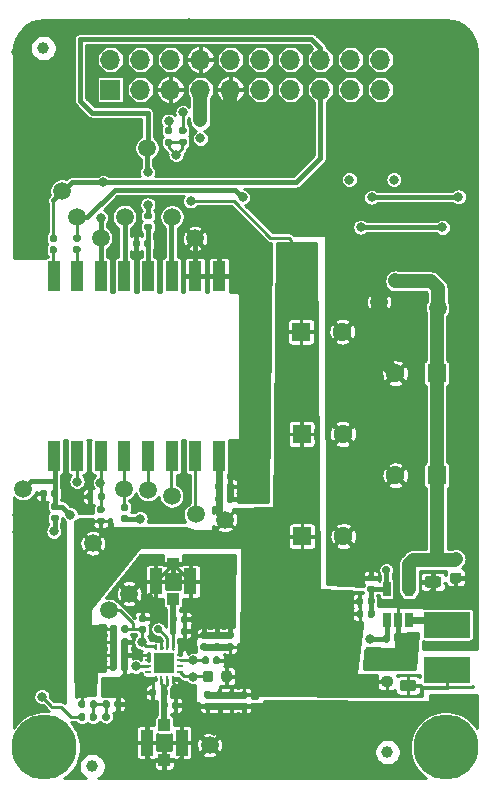
<source format=gtl>
G04 #@! TF.GenerationSoftware,KiCad,Pcbnew,(5.1.10)-1*
G04 #@! TF.CreationDate,2021-10-05T13:08:05+05:30*
G04 #@! TF.ProjectId,P-1000072_Cicada Wi-Fi,502d3130-3030-4303-9732-5f4369636164,0.1*
G04 #@! TF.SameCoordinates,PX7cee6c0PY3dfd240*
G04 #@! TF.FileFunction,Copper,L1,Top*
G04 #@! TF.FilePolarity,Positive*
%FSLAX46Y46*%
G04 Gerber Fmt 4.6, Leading zero omitted, Abs format (unit mm)*
G04 Created by KiCad (PCBNEW (5.1.10)-1) date 2021-10-05 13:08:05*
%MOMM*%
%LPD*%
G01*
G04 APERTURE LIST*
G04 #@! TA.AperFunction,ComponentPad*
%ADD10O,1.700000X1.700000*%
G04 #@! TD*
G04 #@! TA.AperFunction,ComponentPad*
%ADD11R,1.700000X1.700000*%
G04 #@! TD*
G04 #@! TA.AperFunction,ComponentPad*
%ADD12C,0.450000*%
G04 #@! TD*
G04 #@! TA.AperFunction,SMDPad,CuDef*
%ADD13R,1.800000X1.800000*%
G04 #@! TD*
G04 #@! TA.AperFunction,SMDPad,CuDef*
%ADD14R,0.250000X0.500000*%
G04 #@! TD*
G04 #@! TA.AperFunction,SMDPad,CuDef*
%ADD15R,0.500000X0.250000*%
G04 #@! TD*
G04 #@! TA.AperFunction,SMDPad,CuDef*
%ADD16C,1.500000*%
G04 #@! TD*
G04 #@! TA.AperFunction,ComponentPad*
%ADD17C,1.600000*%
G04 #@! TD*
G04 #@! TA.AperFunction,ComponentPad*
%ADD18R,1.600000X1.600000*%
G04 #@! TD*
G04 #@! TA.AperFunction,SMDPad,CuDef*
%ADD19R,1.050000X2.200000*%
G04 #@! TD*
G04 #@! TA.AperFunction,SMDPad,CuDef*
%ADD20R,1.000000X1.000000*%
G04 #@! TD*
G04 #@! TA.AperFunction,SMDPad,CuDef*
%ADD21R,1.100000X2.600000*%
G04 #@! TD*
G04 #@! TA.AperFunction,SMDPad,CuDef*
%ADD22R,3.900000X2.200000*%
G04 #@! TD*
G04 #@! TA.AperFunction,SMDPad,CuDef*
%ADD23R,0.650000X1.220000*%
G04 #@! TD*
G04 #@! TA.AperFunction,ComponentPad*
%ADD24C,5.500000*%
G04 #@! TD*
G04 #@! TA.AperFunction,SMDPad,CuDef*
%ADD25C,1.000000*%
G04 #@! TD*
G04 #@! TA.AperFunction,ViaPad*
%ADD26C,0.800000*%
G04 #@! TD*
G04 #@! TA.AperFunction,ViaPad*
%ADD27C,0.700000*%
G04 #@! TD*
G04 #@! TA.AperFunction,Conductor*
%ADD28C,0.250000*%
G04 #@! TD*
G04 #@! TA.AperFunction,Conductor*
%ADD29C,1.200000*%
G04 #@! TD*
G04 #@! TA.AperFunction,Conductor*
%ADD30C,0.400000*%
G04 #@! TD*
G04 #@! TA.AperFunction,Conductor*
%ADD31C,0.600000*%
G04 #@! TD*
G04 #@! TA.AperFunction,Conductor*
%ADD32C,0.550000*%
G04 #@! TD*
G04 #@! TA.AperFunction,Conductor*
%ADD33C,0.254000*%
G04 #@! TD*
G04 #@! TA.AperFunction,Conductor*
%ADD34C,0.100000*%
G04 #@! TD*
G04 APERTURE END LIST*
G04 #@! TA.AperFunction,SMDPad,CuDef*
G36*
G01*
X-3017740Y-52834900D02*
X-3362740Y-52834900D01*
G75*
G02*
X-3510240Y-52687400I0J147500D01*
G01*
X-3510240Y-52392400D01*
G75*
G02*
X-3362740Y-52244900I147500J0D01*
G01*
X-3017740Y-52244900D01*
G75*
G02*
X-2870240Y-52392400I0J-147500D01*
G01*
X-2870240Y-52687400D01*
G75*
G02*
X-3017740Y-52834900I-147500J0D01*
G01*
G37*
G04 #@! TD.AperFunction*
G04 #@! TA.AperFunction,SMDPad,CuDef*
G36*
G01*
X-3017740Y-53804900D02*
X-3362740Y-53804900D01*
G75*
G02*
X-3510240Y-53657400I0J147500D01*
G01*
X-3510240Y-53362400D01*
G75*
G02*
X-3362740Y-53214900I147500J0D01*
G01*
X-3017740Y-53214900D01*
G75*
G02*
X-2870240Y-53362400I0J-147500D01*
G01*
X-2870240Y-53657400D01*
G75*
G02*
X-3017740Y-53804900I-147500J0D01*
G01*
G37*
G04 #@! TD.AperFunction*
D10*
X11455400Y1244600D03*
X11455400Y-1295400D03*
X8915400Y1244600D03*
X8915400Y-1295400D03*
X6375400Y1244600D03*
X6375400Y-1295400D03*
X3835400Y1244600D03*
X3835400Y-1295400D03*
X1295400Y1244600D03*
X1295400Y-1295400D03*
X-1244600Y1244600D03*
X-1244600Y-1295400D03*
X-3784600Y1244600D03*
X-3784600Y-1295400D03*
X-6324600Y1244600D03*
X-6324600Y-1295400D03*
X-8864600Y1244600D03*
X-8864600Y-1295400D03*
X-11404600Y1244600D03*
D11*
X-11404600Y-1295400D03*
D12*
X-6387680Y-49430520D03*
X-7287680Y-49430520D03*
X-7287680Y-50330520D03*
X-6387680Y-50330520D03*
X-6837680Y-49880520D03*
D13*
X-6837680Y-49880520D03*
D14*
X-6087680Y-48530520D03*
X-6587680Y-48530520D03*
X-7587680Y-51230520D03*
D15*
X-8187680Y-49630520D03*
D14*
X-7587680Y-48530520D03*
D15*
X-5487680Y-49130520D03*
X-8187680Y-50630520D03*
D14*
X-7087680Y-48530520D03*
D15*
X-8187680Y-50130520D03*
X-8187680Y-49130520D03*
D14*
X-7087680Y-51230520D03*
D15*
X-5487680Y-50630520D03*
X-5487680Y-50130520D03*
X-5487680Y-49630520D03*
D14*
X-6087680Y-51230520D03*
X-6587680Y-51230520D03*
G04 #@! TA.AperFunction,SMDPad,CuDef*
G36*
G01*
X-10890880Y-50022980D02*
X-10890880Y-50367980D01*
G75*
G02*
X-11038380Y-50515480I-147500J0D01*
G01*
X-11333380Y-50515480D01*
G75*
G02*
X-11480880Y-50367980I0J147500D01*
G01*
X-11480880Y-50022980D01*
G75*
G02*
X-11333380Y-49875480I147500J0D01*
G01*
X-11038380Y-49875480D01*
G75*
G02*
X-10890880Y-50022980I0J-147500D01*
G01*
G37*
G04 #@! TD.AperFunction*
G04 #@! TA.AperFunction,SMDPad,CuDef*
G36*
G01*
X-9920880Y-50022980D02*
X-9920880Y-50367980D01*
G75*
G02*
X-10068380Y-50515480I-147500J0D01*
G01*
X-10363380Y-50515480D01*
G75*
G02*
X-10510880Y-50367980I0J147500D01*
G01*
X-10510880Y-50022980D01*
G75*
G02*
X-10363380Y-49875480I147500J0D01*
G01*
X-10068380Y-49875480D01*
G75*
G02*
X-9920880Y-50022980I0J-147500D01*
G01*
G37*
G04 #@! TD.AperFunction*
G04 #@! TA.AperFunction,SMDPad,CuDef*
G36*
G01*
X-970500Y-52830100D02*
X-1315500Y-52830100D01*
G75*
G02*
X-1463000Y-52682600I0J147500D01*
G01*
X-1463000Y-52387600D01*
G75*
G02*
X-1315500Y-52240100I147500J0D01*
G01*
X-970500Y-52240100D01*
G75*
G02*
X-823000Y-52387600I0J-147500D01*
G01*
X-823000Y-52682600D01*
G75*
G02*
X-970500Y-52830100I-147500J0D01*
G01*
G37*
G04 #@! TD.AperFunction*
G04 #@! TA.AperFunction,SMDPad,CuDef*
G36*
G01*
X-970500Y-53800100D02*
X-1315500Y-53800100D01*
G75*
G02*
X-1463000Y-53652600I0J147500D01*
G01*
X-1463000Y-53357600D01*
G75*
G02*
X-1315500Y-53210100I147500J0D01*
G01*
X-970500Y-53210100D01*
G75*
G02*
X-823000Y-53357600I0J-147500D01*
G01*
X-823000Y-53652600D01*
G75*
G02*
X-970500Y-53800100I-147500J0D01*
G01*
G37*
G04 #@! TD.AperFunction*
D16*
X-12893040Y-39702740D03*
D17*
X8280400Y-30457140D03*
D18*
X4780400Y-30457140D03*
D17*
X8239760Y-21798280D03*
D18*
X4739760Y-21798280D03*
G04 #@! TA.AperFunction,SMDPad,CuDef*
G36*
G01*
X-11452500Y-53157340D02*
X-11452500Y-53502340D01*
G75*
G02*
X-11600000Y-53649840I-147500J0D01*
G01*
X-11895000Y-53649840D01*
G75*
G02*
X-12042500Y-53502340I0J147500D01*
G01*
X-12042500Y-53157340D01*
G75*
G02*
X-11895000Y-53009840I147500J0D01*
G01*
X-11600000Y-53009840D01*
G75*
G02*
X-11452500Y-53157340I0J-147500D01*
G01*
G37*
G04 #@! TD.AperFunction*
G04 #@! TA.AperFunction,SMDPad,CuDef*
G36*
G01*
X-10482500Y-53157340D02*
X-10482500Y-53502340D01*
G75*
G02*
X-10630000Y-53649840I-147500J0D01*
G01*
X-10925000Y-53649840D01*
G75*
G02*
X-11072500Y-53502340I0J147500D01*
G01*
X-11072500Y-53157340D01*
G75*
G02*
X-10925000Y-53009840I147500J0D01*
G01*
X-10630000Y-53009840D01*
G75*
G02*
X-10482500Y-53157340I0J-147500D01*
G01*
G37*
G04 #@! TD.AperFunction*
G04 #@! TA.AperFunction,SMDPad,CuDef*
G36*
G01*
X-16413260Y-14581500D02*
X-16068260Y-14581500D01*
G75*
G02*
X-15920760Y-14729000I0J-147500D01*
G01*
X-15920760Y-15024000D01*
G75*
G02*
X-16068260Y-15171500I-147500J0D01*
G01*
X-16413260Y-15171500D01*
G75*
G02*
X-16560760Y-15024000I0J147500D01*
G01*
X-16560760Y-14729000D01*
G75*
G02*
X-16413260Y-14581500I147500J0D01*
G01*
G37*
G04 #@! TD.AperFunction*
G04 #@! TA.AperFunction,SMDPad,CuDef*
G36*
G01*
X-16413260Y-13611500D02*
X-16068260Y-13611500D01*
G75*
G02*
X-15920760Y-13759000I0J-147500D01*
G01*
X-15920760Y-14054000D01*
G75*
G02*
X-16068260Y-14201500I-147500J0D01*
G01*
X-16413260Y-14201500D01*
G75*
G02*
X-16560760Y-14054000I0J147500D01*
G01*
X-16560760Y-13759000D01*
G75*
G02*
X-16413260Y-13611500I147500J0D01*
G01*
G37*
G04 #@! TD.AperFunction*
G04 #@! TA.AperFunction,SMDPad,CuDef*
G36*
G01*
X-14424440Y-14546220D02*
X-14079440Y-14546220D01*
G75*
G02*
X-13931940Y-14693720I0J-147500D01*
G01*
X-13931940Y-14988720D01*
G75*
G02*
X-14079440Y-15136220I-147500J0D01*
G01*
X-14424440Y-15136220D01*
G75*
G02*
X-14571940Y-14988720I0J147500D01*
G01*
X-14571940Y-14693720D01*
G75*
G02*
X-14424440Y-14546220I147500J0D01*
G01*
G37*
G04 #@! TD.AperFunction*
G04 #@! TA.AperFunction,SMDPad,CuDef*
G36*
G01*
X-14424440Y-13576220D02*
X-14079440Y-13576220D01*
G75*
G02*
X-13931940Y-13723720I0J-147500D01*
G01*
X-13931940Y-14018720D01*
G75*
G02*
X-14079440Y-14166220I-147500J0D01*
G01*
X-14424440Y-14166220D01*
G75*
G02*
X-14571940Y-14018720I0J147500D01*
G01*
X-14571940Y-13723720D01*
G75*
G02*
X-14424440Y-13576220I147500J0D01*
G01*
G37*
G04 #@! TD.AperFunction*
G04 #@! TA.AperFunction,SMDPad,CuDef*
G36*
G01*
X-10390920Y-37322120D02*
X-10045920Y-37322120D01*
G75*
G02*
X-9898420Y-37469620I0J-147500D01*
G01*
X-9898420Y-37764620D01*
G75*
G02*
X-10045920Y-37912120I-147500J0D01*
G01*
X-10390920Y-37912120D01*
G75*
G02*
X-10538420Y-37764620I0J147500D01*
G01*
X-10538420Y-37469620D01*
G75*
G02*
X-10390920Y-37322120I147500J0D01*
G01*
G37*
G04 #@! TD.AperFunction*
G04 #@! TA.AperFunction,SMDPad,CuDef*
G36*
G01*
X-10390920Y-36352120D02*
X-10045920Y-36352120D01*
G75*
G02*
X-9898420Y-36499620I0J-147500D01*
G01*
X-9898420Y-36794620D01*
G75*
G02*
X-10045920Y-36942120I-147500J0D01*
G01*
X-10390920Y-36942120D01*
G75*
G02*
X-10538420Y-36794620I0J147500D01*
G01*
X-10538420Y-36499620D01*
G75*
G02*
X-10390920Y-36352120I147500J0D01*
G01*
G37*
G04 #@! TD.AperFunction*
G04 #@! TA.AperFunction,SMDPad,CuDef*
G36*
G01*
X-13142320Y-53507420D02*
X-13142320Y-53162420D01*
G75*
G02*
X-12994820Y-53014920I147500J0D01*
G01*
X-12699820Y-53014920D01*
G75*
G02*
X-12552320Y-53162420I0J-147500D01*
G01*
X-12552320Y-53507420D01*
G75*
G02*
X-12699820Y-53654920I-147500J0D01*
G01*
X-12994820Y-53654920D01*
G75*
G02*
X-13142320Y-53507420I0J147500D01*
G01*
G37*
G04 #@! TD.AperFunction*
G04 #@! TA.AperFunction,SMDPad,CuDef*
G36*
G01*
X-14112320Y-53507420D02*
X-14112320Y-53162420D01*
G75*
G02*
X-13964820Y-53014920I147500J0D01*
G01*
X-13669820Y-53014920D01*
G75*
G02*
X-13522320Y-53162420I0J-147500D01*
G01*
X-13522320Y-53507420D01*
G75*
G02*
X-13669820Y-53654920I-147500J0D01*
G01*
X-13964820Y-53654920D01*
G75*
G02*
X-14112320Y-53507420I0J147500D01*
G01*
G37*
G04 #@! TD.AperFunction*
G04 #@! TA.AperFunction,SMDPad,CuDef*
G36*
G01*
X-5803400Y-45958980D02*
X-5803400Y-46303980D01*
G75*
G02*
X-5950900Y-46451480I-147500J0D01*
G01*
X-6245900Y-46451480D01*
G75*
G02*
X-6393400Y-46303980I0J147500D01*
G01*
X-6393400Y-45958980D01*
G75*
G02*
X-6245900Y-45811480I147500J0D01*
G01*
X-5950900Y-45811480D01*
G75*
G02*
X-5803400Y-45958980I0J-147500D01*
G01*
G37*
G04 #@! TD.AperFunction*
G04 #@! TA.AperFunction,SMDPad,CuDef*
G36*
G01*
X-4833400Y-45958980D02*
X-4833400Y-46303980D01*
G75*
G02*
X-4980900Y-46451480I-147500J0D01*
G01*
X-5275900Y-46451480D01*
G75*
G02*
X-5423400Y-46303980I0J147500D01*
G01*
X-5423400Y-45958980D01*
G75*
G02*
X-5275900Y-45811480I147500J0D01*
G01*
X-4980900Y-45811480D01*
G75*
G02*
X-4833400Y-45958980I0J-147500D01*
G01*
G37*
G04 #@! TD.AperFunction*
G04 #@! TA.AperFunction,SMDPad,CuDef*
G36*
G01*
X-8397020Y-12651380D02*
X-8052020Y-12651380D01*
G75*
G02*
X-7904520Y-12798880I0J-147500D01*
G01*
X-7904520Y-13093880D01*
G75*
G02*
X-8052020Y-13241380I-147500J0D01*
G01*
X-8397020Y-13241380D01*
G75*
G02*
X-8544520Y-13093880I0J147500D01*
G01*
X-8544520Y-12798880D01*
G75*
G02*
X-8397020Y-12651380I147500J0D01*
G01*
G37*
G04 #@! TD.AperFunction*
G04 #@! TA.AperFunction,SMDPad,CuDef*
G36*
G01*
X-8397020Y-11681380D02*
X-8052020Y-11681380D01*
G75*
G02*
X-7904520Y-11828880I0J-147500D01*
G01*
X-7904520Y-12123880D01*
G75*
G02*
X-8052020Y-12271380I-147500J0D01*
G01*
X-8397020Y-12271380D01*
G75*
G02*
X-8544520Y-12123880I0J147500D01*
G01*
X-8544520Y-11828880D01*
G75*
G02*
X-8397020Y-11681380I147500J0D01*
G01*
G37*
G04 #@! TD.AperFunction*
G04 #@! TA.AperFunction,SMDPad,CuDef*
G36*
G01*
X-15948880Y-36899220D02*
X-16293880Y-36899220D01*
G75*
G02*
X-16441380Y-36751720I0J147500D01*
G01*
X-16441380Y-36456720D01*
G75*
G02*
X-16293880Y-36309220I147500J0D01*
G01*
X-15948880Y-36309220D01*
G75*
G02*
X-15801380Y-36456720I0J-147500D01*
G01*
X-15801380Y-36751720D01*
G75*
G02*
X-15948880Y-36899220I-147500J0D01*
G01*
G37*
G04 #@! TD.AperFunction*
G04 #@! TA.AperFunction,SMDPad,CuDef*
G36*
G01*
X-15948880Y-37869220D02*
X-16293880Y-37869220D01*
G75*
G02*
X-16441380Y-37721720I0J147500D01*
G01*
X-16441380Y-37426720D01*
G75*
G02*
X-16293880Y-37279220I147500J0D01*
G01*
X-15948880Y-37279220D01*
G75*
G02*
X-15801380Y-37426720I0J-147500D01*
G01*
X-15801380Y-37721720D01*
G75*
G02*
X-15948880Y-37869220I-147500J0D01*
G01*
G37*
G04 #@! TD.AperFunction*
G04 #@! TA.AperFunction,SMDPad,CuDef*
G36*
G01*
X-12397520Y-37543380D02*
X-12052520Y-37543380D01*
G75*
G02*
X-11905020Y-37690880I0J-147500D01*
G01*
X-11905020Y-37985880D01*
G75*
G02*
X-12052520Y-38133380I-147500J0D01*
G01*
X-12397520Y-38133380D01*
G75*
G02*
X-12545020Y-37985880I0J147500D01*
G01*
X-12545020Y-37690880D01*
G75*
G02*
X-12397520Y-37543380I147500J0D01*
G01*
G37*
G04 #@! TD.AperFunction*
G04 #@! TA.AperFunction,SMDPad,CuDef*
G36*
G01*
X-12397520Y-36573380D02*
X-12052520Y-36573380D01*
G75*
G02*
X-11905020Y-36720880I0J-147500D01*
G01*
X-11905020Y-37015880D01*
G75*
G02*
X-12052520Y-37163380I-147500J0D01*
G01*
X-12397520Y-37163380D01*
G75*
G02*
X-12545020Y-37015880I0J147500D01*
G01*
X-12545020Y-36720880D01*
G75*
G02*
X-12397520Y-36573380I147500J0D01*
G01*
G37*
G04 #@! TD.AperFunction*
G04 #@! TA.AperFunction,SMDPad,CuDef*
G36*
G01*
X-8542660Y-14515880D02*
X-8542660Y-14170880D01*
G75*
G02*
X-8395160Y-14023380I147500J0D01*
G01*
X-8100160Y-14023380D01*
G75*
G02*
X-7952660Y-14170880I0J-147500D01*
G01*
X-7952660Y-14515880D01*
G75*
G02*
X-8100160Y-14663380I-147500J0D01*
G01*
X-8395160Y-14663380D01*
G75*
G02*
X-8542660Y-14515880I0J147500D01*
G01*
G37*
G04 #@! TD.AperFunction*
G04 #@! TA.AperFunction,SMDPad,CuDef*
G36*
G01*
X-9512660Y-14515880D02*
X-9512660Y-14170880D01*
G75*
G02*
X-9365160Y-14023380I147500J0D01*
G01*
X-9070160Y-14023380D01*
G75*
G02*
X-8922660Y-14170880I0J-147500D01*
G01*
X-8922660Y-14515880D01*
G75*
G02*
X-9070160Y-14663380I-147500J0D01*
G01*
X-9365160Y-14663380D01*
G75*
G02*
X-9512660Y-14515880I0J147500D01*
G01*
G37*
G04 #@! TD.AperFunction*
G04 #@! TA.AperFunction,SMDPad,CuDef*
G36*
G01*
X-1935120Y-35796440D02*
X-1935120Y-36141440D01*
G75*
G02*
X-2082620Y-36288940I-147500J0D01*
G01*
X-2377620Y-36288940D01*
G75*
G02*
X-2525120Y-36141440I0J147500D01*
G01*
X-2525120Y-35796440D01*
G75*
G02*
X-2377620Y-35648940I147500J0D01*
G01*
X-2082620Y-35648940D01*
G75*
G02*
X-1935120Y-35796440I0J-147500D01*
G01*
G37*
G04 #@! TD.AperFunction*
G04 #@! TA.AperFunction,SMDPad,CuDef*
G36*
G01*
X-965120Y-35796440D02*
X-965120Y-36141440D01*
G75*
G02*
X-1112620Y-36288940I-147500J0D01*
G01*
X-1407620Y-36288940D01*
G75*
G02*
X-1555120Y-36141440I0J147500D01*
G01*
X-1555120Y-35796440D01*
G75*
G02*
X-1407620Y-35648940I147500J0D01*
G01*
X-1112620Y-35648940D01*
G75*
G02*
X-965120Y-35796440I0J-147500D01*
G01*
G37*
G04 #@! TD.AperFunction*
G04 #@! TA.AperFunction,SMDPad,CuDef*
G36*
G01*
X-1935120Y-34724560D02*
X-1935120Y-35069560D01*
G75*
G02*
X-2082620Y-35217060I-147500J0D01*
G01*
X-2377620Y-35217060D01*
G75*
G02*
X-2525120Y-35069560I0J147500D01*
G01*
X-2525120Y-34724560D01*
G75*
G02*
X-2377620Y-34577060I147500J0D01*
G01*
X-2082620Y-34577060D01*
G75*
G02*
X-1935120Y-34724560I0J-147500D01*
G01*
G37*
G04 #@! TD.AperFunction*
G04 #@! TA.AperFunction,SMDPad,CuDef*
G36*
G01*
X-965120Y-34724560D02*
X-965120Y-35069560D01*
G75*
G02*
X-1112620Y-35217060I-147500J0D01*
G01*
X-1407620Y-35217060D01*
G75*
G02*
X-1555120Y-35069560I0J147500D01*
G01*
X-1555120Y-34724560D01*
G75*
G02*
X-1407620Y-34577060I147500J0D01*
G01*
X-1112620Y-34577060D01*
G75*
G02*
X-965120Y-34724560I0J-147500D01*
G01*
G37*
G04 #@! TD.AperFunction*
G04 #@! TA.AperFunction,SMDPad,CuDef*
G36*
G01*
X-16411300Y-35679160D02*
X-16411300Y-35334160D01*
G75*
G02*
X-16263800Y-35186660I147500J0D01*
G01*
X-15968800Y-35186660D01*
G75*
G02*
X-15821300Y-35334160I0J-147500D01*
G01*
X-15821300Y-35679160D01*
G75*
G02*
X-15968800Y-35826660I-147500J0D01*
G01*
X-16263800Y-35826660D01*
G75*
G02*
X-16411300Y-35679160I0J147500D01*
G01*
G37*
G04 #@! TD.AperFunction*
G04 #@! TA.AperFunction,SMDPad,CuDef*
G36*
G01*
X-17381300Y-35679160D02*
X-17381300Y-35334160D01*
G75*
G02*
X-17233800Y-35186660I147500J0D01*
G01*
X-16938800Y-35186660D01*
G75*
G02*
X-16791300Y-35334160I0J-147500D01*
G01*
X-16791300Y-35679160D01*
G75*
G02*
X-16938800Y-35826660I-147500J0D01*
G01*
X-17233800Y-35826660D01*
G75*
G02*
X-17381300Y-35679160I0J147500D01*
G01*
G37*
G04 #@! TD.AperFunction*
G04 #@! TA.AperFunction,SMDPad,CuDef*
G36*
G01*
X-12479380Y-35920460D02*
X-12479380Y-35575460D01*
G75*
G02*
X-12331880Y-35427960I147500J0D01*
G01*
X-12036880Y-35427960D01*
G75*
G02*
X-11889380Y-35575460I0J-147500D01*
G01*
X-11889380Y-35920460D01*
G75*
G02*
X-12036880Y-36067960I-147500J0D01*
G01*
X-12331880Y-36067960D01*
G75*
G02*
X-12479380Y-35920460I0J147500D01*
G01*
G37*
G04 #@! TD.AperFunction*
G04 #@! TA.AperFunction,SMDPad,CuDef*
G36*
G01*
X-13449380Y-35920460D02*
X-13449380Y-35575460D01*
G75*
G02*
X-13301880Y-35427960I147500J0D01*
G01*
X-13006880Y-35427960D01*
G75*
G02*
X-12859380Y-35575460I0J-147500D01*
G01*
X-12859380Y-35920460D01*
G75*
G02*
X-13006880Y-36067960I-147500J0D01*
G01*
X-13301880Y-36067960D01*
G75*
G02*
X-13449380Y-35920460I0J147500D01*
G01*
G37*
G04 #@! TD.AperFunction*
D16*
X-3004820Y-56794400D03*
X-11493500Y-45394880D03*
X-9814560Y-43967400D03*
D19*
X-5377920Y-56579900D03*
X-8327920Y-56579900D03*
D20*
X-6852920Y-58079900D03*
X-6852920Y-55079900D03*
G04 #@! TA.AperFunction,SMDPad,CuDef*
G36*
G01*
X-2004680Y-51228970D02*
X-2004680Y-50716470D01*
G75*
G02*
X-1785930Y-50497720I218750J0D01*
G01*
X-1348430Y-50497720D01*
G75*
G02*
X-1129680Y-50716470I0J-218750D01*
G01*
X-1129680Y-51228970D01*
G75*
G02*
X-1348430Y-51447720I-218750J0D01*
G01*
X-1785930Y-51447720D01*
G75*
G02*
X-2004680Y-51228970I0J218750D01*
G01*
G37*
G04 #@! TD.AperFunction*
G04 #@! TA.AperFunction,SMDPad,CuDef*
G36*
G01*
X-3579680Y-51228970D02*
X-3579680Y-50716470D01*
G75*
G02*
X-3360930Y-50497720I218750J0D01*
G01*
X-2923430Y-50497720D01*
G75*
G02*
X-2704680Y-50716470I0J-218750D01*
G01*
X-2704680Y-51228970D01*
G75*
G02*
X-2923430Y-51447720I-218750J0D01*
G01*
X-3360930Y-51447720D01*
G75*
G02*
X-3579680Y-51228970I0J218750D01*
G01*
G37*
G04 #@! TD.AperFunction*
G04 #@! TA.AperFunction,SMDPad,CuDef*
G36*
G01*
X-3080380Y-49443860D02*
X-3080380Y-49788860D01*
G75*
G02*
X-3227880Y-49936360I-147500J0D01*
G01*
X-3522880Y-49936360D01*
G75*
G02*
X-3670380Y-49788860I0J147500D01*
G01*
X-3670380Y-49443860D01*
G75*
G02*
X-3522880Y-49296360I147500J0D01*
G01*
X-3227880Y-49296360D01*
G75*
G02*
X-3080380Y-49443860I0J-147500D01*
G01*
G37*
G04 #@! TD.AperFunction*
G04 #@! TA.AperFunction,SMDPad,CuDef*
G36*
G01*
X-2110380Y-49443860D02*
X-2110380Y-49788860D01*
G75*
G02*
X-2257880Y-49936360I-147500J0D01*
G01*
X-2552880Y-49936360D01*
G75*
G02*
X-2700380Y-49788860I0J147500D01*
G01*
X-2700380Y-49443860D01*
G75*
G02*
X-2552880Y-49296360I147500J0D01*
G01*
X-2257880Y-49296360D01*
G75*
G02*
X-2110380Y-49443860I0J-147500D01*
G01*
G37*
G04 #@! TD.AperFunction*
G04 #@! TA.AperFunction,SMDPad,CuDef*
G36*
G01*
X-10475320Y-47129480D02*
X-10475320Y-46784480D01*
G75*
G02*
X-10327820Y-46636980I147500J0D01*
G01*
X-10032820Y-46636980D01*
G75*
G02*
X-9885320Y-46784480I0J-147500D01*
G01*
X-9885320Y-47129480D01*
G75*
G02*
X-10032820Y-47276980I-147500J0D01*
G01*
X-10327820Y-47276980D01*
G75*
G02*
X-10475320Y-47129480I0J147500D01*
G01*
G37*
G04 #@! TD.AperFunction*
G04 #@! TA.AperFunction,SMDPad,CuDef*
G36*
G01*
X-11445320Y-47129480D02*
X-11445320Y-46784480D01*
G75*
G02*
X-11297820Y-46636980I147500J0D01*
G01*
X-11002820Y-46636980D01*
G75*
G02*
X-10855320Y-46784480I0J-147500D01*
G01*
X-10855320Y-47129480D01*
G75*
G02*
X-11002820Y-47276980I-147500J0D01*
G01*
X-11297820Y-47276980D01*
G75*
G02*
X-11445320Y-47129480I0J147500D01*
G01*
G37*
G04 #@! TD.AperFunction*
G04 #@! TA.AperFunction,SMDPad,CuDef*
G36*
G01*
X91220Y-52830100D02*
X-253780Y-52830100D01*
G75*
G02*
X-401280Y-52682600I0J147500D01*
G01*
X-401280Y-52387600D01*
G75*
G02*
X-253780Y-52240100I147500J0D01*
G01*
X91220Y-52240100D01*
G75*
G02*
X238720Y-52387600I0J-147500D01*
G01*
X238720Y-52682600D01*
G75*
G02*
X91220Y-52830100I-147500J0D01*
G01*
G37*
G04 #@! TD.AperFunction*
G04 #@! TA.AperFunction,SMDPad,CuDef*
G36*
G01*
X91220Y-53800100D02*
X-253780Y-53800100D01*
G75*
G02*
X-401280Y-53652600I0J147500D01*
G01*
X-401280Y-53357600D01*
G75*
G02*
X-253780Y-53210100I147500J0D01*
G01*
X91220Y-53210100D01*
G75*
G02*
X238720Y-53357600I0J-147500D01*
G01*
X238720Y-53652600D01*
G75*
G02*
X91220Y-53800100I-147500J0D01*
G01*
G37*
G04 #@! TD.AperFunction*
G04 #@! TA.AperFunction,SMDPad,CuDef*
G36*
G01*
X-1981420Y-52835180D02*
X-2326420Y-52835180D01*
G75*
G02*
X-2473920Y-52687680I0J147500D01*
G01*
X-2473920Y-52392680D01*
G75*
G02*
X-2326420Y-52245180I147500J0D01*
G01*
X-1981420Y-52245180D01*
G75*
G02*
X-1833920Y-52392680I0J-147500D01*
G01*
X-1833920Y-52687680D01*
G75*
G02*
X-1981420Y-52835180I-147500J0D01*
G01*
G37*
G04 #@! TD.AperFunction*
G04 #@! TA.AperFunction,SMDPad,CuDef*
G36*
G01*
X-1981420Y-53805180D02*
X-2326420Y-53805180D01*
G75*
G02*
X-2473920Y-53657680I0J147500D01*
G01*
X-2473920Y-53362680D01*
G75*
G02*
X-2326420Y-53215180I147500J0D01*
G01*
X-1981420Y-53215180D01*
G75*
G02*
X-1833920Y-53362680I0J-147500D01*
G01*
X-1833920Y-53657680D01*
G75*
G02*
X-1981420Y-53805180I-147500J0D01*
G01*
G37*
G04 #@! TD.AperFunction*
G04 #@! TA.AperFunction,SMDPad,CuDef*
G36*
G01*
X-3659920Y-48185980D02*
X-3314920Y-48185980D01*
G75*
G02*
X-3167420Y-48333480I0J-147500D01*
G01*
X-3167420Y-48628480D01*
G75*
G02*
X-3314920Y-48775980I-147500J0D01*
G01*
X-3659920Y-48775980D01*
G75*
G02*
X-3807420Y-48628480I0J147500D01*
G01*
X-3807420Y-48333480D01*
G75*
G02*
X-3659920Y-48185980I147500J0D01*
G01*
G37*
G04 #@! TD.AperFunction*
G04 #@! TA.AperFunction,SMDPad,CuDef*
G36*
G01*
X-3659920Y-47215980D02*
X-3314920Y-47215980D01*
G75*
G02*
X-3167420Y-47363480I0J-147500D01*
G01*
X-3167420Y-47658480D01*
G75*
G02*
X-3314920Y-47805980I-147500J0D01*
G01*
X-3659920Y-47805980D01*
G75*
G02*
X-3807420Y-47658480I0J147500D01*
G01*
X-3807420Y-47363480D01*
G75*
G02*
X-3659920Y-47215980I147500J0D01*
G01*
G37*
G04 #@! TD.AperFunction*
G04 #@! TA.AperFunction,SMDPad,CuDef*
G36*
G01*
X-2549940Y-48180620D02*
X-2204940Y-48180620D01*
G75*
G02*
X-2057440Y-48328120I0J-147500D01*
G01*
X-2057440Y-48623120D01*
G75*
G02*
X-2204940Y-48770620I-147500J0D01*
G01*
X-2549940Y-48770620D01*
G75*
G02*
X-2697440Y-48623120I0J147500D01*
G01*
X-2697440Y-48328120D01*
G75*
G02*
X-2549940Y-48180620I147500J0D01*
G01*
G37*
G04 #@! TD.AperFunction*
G04 #@! TA.AperFunction,SMDPad,CuDef*
G36*
G01*
X-2549940Y-47210620D02*
X-2204940Y-47210620D01*
G75*
G02*
X-2057440Y-47358120I0J-147500D01*
G01*
X-2057440Y-47653120D01*
G75*
G02*
X-2204940Y-47800620I-147500J0D01*
G01*
X-2549940Y-47800620D01*
G75*
G02*
X-2697440Y-47653120I0J147500D01*
G01*
X-2697440Y-47358120D01*
G75*
G02*
X-2549940Y-47210620I147500J0D01*
G01*
G37*
G04 #@! TD.AperFunction*
G04 #@! TA.AperFunction,SMDPad,CuDef*
G36*
G01*
X-1462820Y-48183440D02*
X-1117820Y-48183440D01*
G75*
G02*
X-970320Y-48330940I0J-147500D01*
G01*
X-970320Y-48625940D01*
G75*
G02*
X-1117820Y-48773440I-147500J0D01*
G01*
X-1462820Y-48773440D01*
G75*
G02*
X-1610320Y-48625940I0J147500D01*
G01*
X-1610320Y-48330940D01*
G75*
G02*
X-1462820Y-48183440I147500J0D01*
G01*
G37*
G04 #@! TD.AperFunction*
G04 #@! TA.AperFunction,SMDPad,CuDef*
G36*
G01*
X-1462820Y-47213440D02*
X-1117820Y-47213440D01*
G75*
G02*
X-970320Y-47360940I0J-147500D01*
G01*
X-970320Y-47655940D01*
G75*
G02*
X-1117820Y-47803440I-147500J0D01*
G01*
X-1462820Y-47803440D01*
G75*
G02*
X-1610320Y-47655940I0J147500D01*
G01*
X-1610320Y-47360940D01*
G75*
G02*
X-1462820Y-47213440I147500J0D01*
G01*
G37*
G04 #@! TD.AperFunction*
G04 #@! TA.AperFunction,SMDPad,CuDef*
G36*
G01*
X-10881000Y-49004440D02*
X-10881000Y-49349440D01*
G75*
G02*
X-11028500Y-49496940I-147500J0D01*
G01*
X-11323500Y-49496940D01*
G75*
G02*
X-11471000Y-49349440I0J147500D01*
G01*
X-11471000Y-49004440D01*
G75*
G02*
X-11323500Y-48856940I147500J0D01*
G01*
X-11028500Y-48856940D01*
G75*
G02*
X-10881000Y-49004440I0J-147500D01*
G01*
G37*
G04 #@! TD.AperFunction*
G04 #@! TA.AperFunction,SMDPad,CuDef*
G36*
G01*
X-9911000Y-49004440D02*
X-9911000Y-49349440D01*
G75*
G02*
X-10058500Y-49496940I-147500J0D01*
G01*
X-10353500Y-49496940D01*
G75*
G02*
X-10501000Y-49349440I0J147500D01*
G01*
X-10501000Y-49004440D01*
G75*
G02*
X-10353500Y-48856940I147500J0D01*
G01*
X-10058500Y-48856940D01*
G75*
G02*
X-9911000Y-49004440I0J-147500D01*
G01*
G37*
G04 #@! TD.AperFunction*
G04 #@! TA.AperFunction,SMDPad,CuDef*
G36*
G01*
X-10865760Y-47891920D02*
X-10865760Y-48236920D01*
G75*
G02*
X-11013260Y-48384420I-147500J0D01*
G01*
X-11308260Y-48384420D01*
G75*
G02*
X-11455760Y-48236920I0J147500D01*
G01*
X-11455760Y-47891920D01*
G75*
G02*
X-11308260Y-47744420I147500J0D01*
G01*
X-11013260Y-47744420D01*
G75*
G02*
X-10865760Y-47891920I0J-147500D01*
G01*
G37*
G04 #@! TD.AperFunction*
G04 #@! TA.AperFunction,SMDPad,CuDef*
G36*
G01*
X-9895760Y-47891920D02*
X-9895760Y-48236920D01*
G75*
G02*
X-10043260Y-48384420I-147500J0D01*
G01*
X-10338260Y-48384420D01*
G75*
G02*
X-10485760Y-48236920I0J147500D01*
G01*
X-10485760Y-47891920D01*
G75*
G02*
X-10338260Y-47744420I147500J0D01*
G01*
X-10043260Y-47744420D01*
G75*
G02*
X-9895760Y-47891920I0J-147500D01*
G01*
G37*
G04 #@! TD.AperFunction*
G04 #@! TA.AperFunction,SMDPad,CuDef*
G36*
G01*
X-8856760Y-46750600D02*
X-8511760Y-46750600D01*
G75*
G02*
X-8364260Y-46898100I0J-147500D01*
G01*
X-8364260Y-47193100D01*
G75*
G02*
X-8511760Y-47340600I-147500J0D01*
G01*
X-8856760Y-47340600D01*
G75*
G02*
X-9004260Y-47193100I0J147500D01*
G01*
X-9004260Y-46898100D01*
G75*
G02*
X-8856760Y-46750600I147500J0D01*
G01*
G37*
G04 #@! TD.AperFunction*
G04 #@! TA.AperFunction,SMDPad,CuDef*
G36*
G01*
X-8856760Y-45780600D02*
X-8511760Y-45780600D01*
G75*
G02*
X-8364260Y-45928100I0J-147500D01*
G01*
X-8364260Y-46223100D01*
G75*
G02*
X-8511760Y-46370600I-147500J0D01*
G01*
X-8856760Y-46370600D01*
G75*
G02*
X-9004260Y-46223100I0J147500D01*
G01*
X-9004260Y-45928100D01*
G75*
G02*
X-8856760Y-45780600I147500J0D01*
G01*
G37*
G04 #@! TD.AperFunction*
D21*
X-14220000Y-17110000D03*
X-12220000Y-17110000D03*
X-6220000Y-17110000D03*
X-4220000Y-32310000D03*
X-4220000Y-17110000D03*
X-2220000Y-32310000D03*
X-12220000Y-32310000D03*
X-16220000Y-17110000D03*
X-8220000Y-32310000D03*
X-10220000Y-17110000D03*
X-8220000Y-17110000D03*
X-6220000Y-32310000D03*
X-10220000Y-32310000D03*
X-2220000Y-17110000D03*
X-14220000Y-32310000D03*
X-16220000Y-32310000D03*
D16*
X11333480Y-19273520D03*
D17*
X12702540Y-25318720D03*
D18*
X16202540Y-25318720D03*
D17*
X12722860Y-33962340D03*
D18*
X16222860Y-33962340D03*
D22*
X17101820Y-50401380D03*
X17101820Y-46601380D03*
D19*
X-7583700Y-42942380D03*
X-4633700Y-42942380D03*
D20*
X-6108700Y-41442380D03*
X-6108700Y-44442380D03*
D16*
X-12237720Y-13873480D03*
X-14196060Y-12082780D03*
X-4239260Y-13906500D03*
X-6205220Y-12065000D03*
X-8326120Y-6253480D03*
X-10210800Y-12054840D03*
X-15499080Y-9888220D03*
X-4185920Y-37266880D03*
X-6223000Y-35727640D03*
X-8199120Y-35179000D03*
X-10251440Y-35100260D03*
X-18783300Y-35095180D03*
X-1694180Y-37703760D03*
X16299180Y-19817080D03*
D23*
X11976020Y-43616880D03*
X13876020Y-43616880D03*
X13876020Y-46236880D03*
X12926020Y-46236880D03*
X11976020Y-46236880D03*
G04 #@! TA.AperFunction,SMDPad,CuDef*
G36*
G01*
X10827800Y-42923820D02*
X10482800Y-42923820D01*
G75*
G02*
X10335300Y-42776320I0J147500D01*
G01*
X10335300Y-42481320D01*
G75*
G02*
X10482800Y-42333820I147500J0D01*
G01*
X10827800Y-42333820D01*
G75*
G02*
X10975300Y-42481320I0J-147500D01*
G01*
X10975300Y-42776320D01*
G75*
G02*
X10827800Y-42923820I-147500J0D01*
G01*
G37*
G04 #@! TD.AperFunction*
G04 #@! TA.AperFunction,SMDPad,CuDef*
G36*
G01*
X10827800Y-43893820D02*
X10482800Y-43893820D01*
G75*
G02*
X10335300Y-43746320I0J147500D01*
G01*
X10335300Y-43451320D01*
G75*
G02*
X10482800Y-43303820I147500J0D01*
G01*
X10827800Y-43303820D01*
G75*
G02*
X10975300Y-43451320I0J-147500D01*
G01*
X10975300Y-43746320D01*
G75*
G02*
X10827800Y-43893820I-147500J0D01*
G01*
G37*
G04 #@! TD.AperFunction*
G04 #@! TA.AperFunction,SMDPad,CuDef*
G36*
G01*
X10372860Y-44797760D02*
X10372860Y-44452760D01*
G75*
G02*
X10520360Y-44305260I147500J0D01*
G01*
X10815360Y-44305260D01*
G75*
G02*
X10962860Y-44452760I0J-147500D01*
G01*
X10962860Y-44797760D01*
G75*
G02*
X10815360Y-44945260I-147500J0D01*
G01*
X10520360Y-44945260D01*
G75*
G02*
X10372860Y-44797760I0J147500D01*
G01*
G37*
G04 #@! TD.AperFunction*
G04 #@! TA.AperFunction,SMDPad,CuDef*
G36*
G01*
X9402860Y-44797760D02*
X9402860Y-44452760D01*
G75*
G02*
X9550360Y-44305260I147500J0D01*
G01*
X9845360Y-44305260D01*
G75*
G02*
X9992860Y-44452760I0J-147500D01*
G01*
X9992860Y-44797760D01*
G75*
G02*
X9845360Y-44945260I-147500J0D01*
G01*
X9550360Y-44945260D01*
G75*
G02*
X9402860Y-44797760I0J147500D01*
G01*
G37*
G04 #@! TD.AperFunction*
G04 #@! TA.AperFunction,SMDPad,CuDef*
G36*
G01*
X-13545180Y-54257160D02*
X-13545180Y-54602160D01*
G75*
G02*
X-13692680Y-54749660I-147500J0D01*
G01*
X-13987680Y-54749660D01*
G75*
G02*
X-14135180Y-54602160I0J147500D01*
G01*
X-14135180Y-54257160D01*
G75*
G02*
X-13987680Y-54109660I147500J0D01*
G01*
X-13692680Y-54109660D01*
G75*
G02*
X-13545180Y-54257160I0J-147500D01*
G01*
G37*
G04 #@! TD.AperFunction*
G04 #@! TA.AperFunction,SMDPad,CuDef*
G36*
G01*
X-12575180Y-54257160D02*
X-12575180Y-54602160D01*
G75*
G02*
X-12722680Y-54749660I-147500J0D01*
G01*
X-13017680Y-54749660D01*
G75*
G02*
X-13165180Y-54602160I0J147500D01*
G01*
X-13165180Y-54257160D01*
G75*
G02*
X-13017680Y-54109660I147500J0D01*
G01*
X-12722680Y-54109660D01*
G75*
G02*
X-12575180Y-54257160I0J-147500D01*
G01*
G37*
G04 #@! TD.AperFunction*
G04 #@! TA.AperFunction,SMDPad,CuDef*
G36*
G01*
X12656460Y-47965140D02*
X12656460Y-47620140D01*
G75*
G02*
X12803960Y-47472640I147500J0D01*
G01*
X13098960Y-47472640D01*
G75*
G02*
X13246460Y-47620140I0J-147500D01*
G01*
X13246460Y-47965140D01*
G75*
G02*
X13098960Y-48112640I-147500J0D01*
G01*
X12803960Y-48112640D01*
G75*
G02*
X12656460Y-47965140I0J147500D01*
G01*
G37*
G04 #@! TD.AperFunction*
G04 #@! TA.AperFunction,SMDPad,CuDef*
G36*
G01*
X11686460Y-47965140D02*
X11686460Y-47620140D01*
G75*
G02*
X11833960Y-47472640I147500J0D01*
G01*
X12128960Y-47472640D01*
G75*
G02*
X12276460Y-47620140I0J-147500D01*
G01*
X12276460Y-47965140D01*
G75*
G02*
X12128960Y-48112640I-147500J0D01*
G01*
X11833960Y-48112640D01*
G75*
G02*
X11686460Y-47965140I0J147500D01*
G01*
G37*
G04 #@! TD.AperFunction*
G04 #@! TA.AperFunction,SMDPad,CuDef*
G36*
G01*
X-7158080Y-52524440D02*
X-7158080Y-52179440D01*
G75*
G02*
X-7010580Y-52031940I147500J0D01*
G01*
X-6715580Y-52031940D01*
G75*
G02*
X-6568080Y-52179440I0J-147500D01*
G01*
X-6568080Y-52524440D01*
G75*
G02*
X-6715580Y-52671940I-147500J0D01*
G01*
X-7010580Y-52671940D01*
G75*
G02*
X-7158080Y-52524440I0J147500D01*
G01*
G37*
G04 #@! TD.AperFunction*
G04 #@! TA.AperFunction,SMDPad,CuDef*
G36*
G01*
X-8128080Y-52524440D02*
X-8128080Y-52179440D01*
G75*
G02*
X-7980580Y-52031940I147500J0D01*
G01*
X-7685580Y-52031940D01*
G75*
G02*
X-7538080Y-52179440I0J-147500D01*
G01*
X-7538080Y-52524440D01*
G75*
G02*
X-7685580Y-52671940I-147500J0D01*
G01*
X-7980580Y-52671940D01*
G75*
G02*
X-8128080Y-52524440I0J147500D01*
G01*
G37*
G04 #@! TD.AperFunction*
D17*
X8315840Y-39116000D03*
D18*
X4815840Y-39116000D03*
G04 #@! TA.AperFunction,SMDPad,CuDef*
G36*
G01*
X-6192880Y-53606480D02*
X-6192880Y-53261480D01*
G75*
G02*
X-6045380Y-53113980I147500J0D01*
G01*
X-5750380Y-53113980D01*
G75*
G02*
X-5602880Y-53261480I0J-147500D01*
G01*
X-5602880Y-53606480D01*
G75*
G02*
X-5750380Y-53753980I-147500J0D01*
G01*
X-6045380Y-53753980D01*
G75*
G02*
X-6192880Y-53606480I0J147500D01*
G01*
G37*
G04 #@! TD.AperFunction*
G04 #@! TA.AperFunction,SMDPad,CuDef*
G36*
G01*
X-7162880Y-53606480D02*
X-7162880Y-53261480D01*
G75*
G02*
X-7015380Y-53113980I147500J0D01*
G01*
X-6720380Y-53113980D01*
G75*
G02*
X-6572880Y-53261480I0J-147500D01*
G01*
X-6572880Y-53606480D01*
G75*
G02*
X-6720380Y-53753980I-147500J0D01*
G01*
X-7015380Y-53753980D01*
G75*
G02*
X-7162880Y-53606480I0J147500D01*
G01*
G37*
G04 #@! TD.AperFunction*
G04 #@! TA.AperFunction,SMDPad,CuDef*
G36*
G01*
X14238290Y-50360400D02*
X13325790Y-50360400D01*
G75*
G02*
X13082040Y-50116650I0J243750D01*
G01*
X13082040Y-49629150D01*
G75*
G02*
X13325790Y-49385400I243750J0D01*
G01*
X14238290Y-49385400D01*
G75*
G02*
X14482040Y-49629150I0J-243750D01*
G01*
X14482040Y-50116650D01*
G75*
G02*
X14238290Y-50360400I-243750J0D01*
G01*
G37*
G04 #@! TD.AperFunction*
G04 #@! TA.AperFunction,SMDPad,CuDef*
G36*
G01*
X14238290Y-52235400D02*
X13325790Y-52235400D01*
G75*
G02*
X13082040Y-51991650I0J243750D01*
G01*
X13082040Y-51504150D01*
G75*
G02*
X13325790Y-51260400I243750J0D01*
G01*
X14238290Y-51260400D01*
G75*
G02*
X14482040Y-51504150I0J-243750D01*
G01*
X14482040Y-51991650D01*
G75*
G02*
X14238290Y-52235400I-243750J0D01*
G01*
G37*
G04 #@! TD.AperFunction*
G04 #@! TA.AperFunction,SMDPad,CuDef*
G36*
G01*
X12267910Y-50274640D02*
X11755410Y-50274640D01*
G75*
G02*
X11536660Y-50055890I0J218750D01*
G01*
X11536660Y-49618390D01*
G75*
G02*
X11755410Y-49399640I218750J0D01*
G01*
X12267910Y-49399640D01*
G75*
G02*
X12486660Y-49618390I0J-218750D01*
G01*
X12486660Y-50055890D01*
G75*
G02*
X12267910Y-50274640I-218750J0D01*
G01*
G37*
G04 #@! TD.AperFunction*
G04 #@! TA.AperFunction,SMDPad,CuDef*
G36*
G01*
X12267910Y-51849640D02*
X11755410Y-51849640D01*
G75*
G02*
X11536660Y-51630890I0J218750D01*
G01*
X11536660Y-51193390D01*
G75*
G02*
X11755410Y-50974640I218750J0D01*
G01*
X12267910Y-50974640D01*
G75*
G02*
X12486660Y-51193390I0J-218750D01*
G01*
X12486660Y-51630890D01*
G75*
G02*
X12267910Y-51849640I-218750J0D01*
G01*
G37*
G04 #@! TD.AperFunction*
G04 #@! TA.AperFunction,SMDPad,CuDef*
G36*
G01*
X10383160Y-45851860D02*
X10383160Y-45506860D01*
G75*
G02*
X10530660Y-45359360I147500J0D01*
G01*
X10825660Y-45359360D01*
G75*
G02*
X10973160Y-45506860I0J-147500D01*
G01*
X10973160Y-45851860D01*
G75*
G02*
X10825660Y-45999360I-147500J0D01*
G01*
X10530660Y-45999360D01*
G75*
G02*
X10383160Y-45851860I0J147500D01*
G01*
G37*
G04 #@! TD.AperFunction*
G04 #@! TA.AperFunction,SMDPad,CuDef*
G36*
G01*
X9413160Y-45851860D02*
X9413160Y-45506860D01*
G75*
G02*
X9560660Y-45359360I147500J0D01*
G01*
X9855660Y-45359360D01*
G75*
G02*
X10003160Y-45506860I0J-147500D01*
G01*
X10003160Y-45851860D01*
G75*
G02*
X9855660Y-45999360I-147500J0D01*
G01*
X9560660Y-45999360D01*
G75*
G02*
X9413160Y-45851860I0J147500D01*
G01*
G37*
G04 #@! TD.AperFunction*
G04 #@! TA.AperFunction,SMDPad,CuDef*
G36*
G01*
X-5433420Y-47335220D02*
X-5433420Y-46990220D01*
G75*
G02*
X-5285920Y-46842720I147500J0D01*
G01*
X-4990920Y-46842720D01*
G75*
G02*
X-4843420Y-46990220I0J-147500D01*
G01*
X-4843420Y-47335220D01*
G75*
G02*
X-4990920Y-47482720I-147500J0D01*
G01*
X-5285920Y-47482720D01*
G75*
G02*
X-5433420Y-47335220I0J147500D01*
G01*
G37*
G04 #@! TD.AperFunction*
G04 #@! TA.AperFunction,SMDPad,CuDef*
G36*
G01*
X-6403420Y-47335220D02*
X-6403420Y-46990220D01*
G75*
G02*
X-6255920Y-46842720I147500J0D01*
G01*
X-5960920Y-46842720D01*
G75*
G02*
X-5813420Y-46990220I0J-147500D01*
G01*
X-5813420Y-47335220D01*
G75*
G02*
X-5960920Y-47482720I-147500J0D01*
G01*
X-6255920Y-47482720D01*
G75*
G02*
X-6403420Y-47335220I0J147500D01*
G01*
G37*
G04 #@! TD.AperFunction*
G04 #@! TA.AperFunction,SMDPad,CuDef*
G36*
G01*
X15439070Y-42484700D02*
X16351570Y-42484700D01*
G75*
G02*
X16595320Y-42728450I0J-243750D01*
G01*
X16595320Y-43215950D01*
G75*
G02*
X16351570Y-43459700I-243750J0D01*
G01*
X15439070Y-43459700D01*
G75*
G02*
X15195320Y-43215950I0J243750D01*
G01*
X15195320Y-42728450D01*
G75*
G02*
X15439070Y-42484700I243750J0D01*
G01*
G37*
G04 #@! TD.AperFunction*
G04 #@! TA.AperFunction,SMDPad,CuDef*
G36*
G01*
X15439070Y-40609700D02*
X16351570Y-40609700D01*
G75*
G02*
X16595320Y-40853450I0J-243750D01*
G01*
X16595320Y-41340950D01*
G75*
G02*
X16351570Y-41584700I-243750J0D01*
G01*
X15439070Y-41584700D01*
G75*
G02*
X15195320Y-41340950I0J243750D01*
G01*
X15195320Y-40853450D01*
G75*
G02*
X15439070Y-40609700I243750J0D01*
G01*
G37*
G04 #@! TD.AperFunction*
G04 #@! TA.AperFunction,SMDPad,CuDef*
G36*
G01*
X17564390Y-42188880D02*
X18076890Y-42188880D01*
G75*
G02*
X18295640Y-42407630I0J-218750D01*
G01*
X18295640Y-42845130D01*
G75*
G02*
X18076890Y-43063880I-218750J0D01*
G01*
X17564390Y-43063880D01*
G75*
G02*
X17345640Y-42845130I0J218750D01*
G01*
X17345640Y-42407630D01*
G75*
G02*
X17564390Y-42188880I218750J0D01*
G01*
G37*
G04 #@! TD.AperFunction*
G04 #@! TA.AperFunction,SMDPad,CuDef*
G36*
G01*
X17564390Y-40613880D02*
X18076890Y-40613880D01*
G75*
G02*
X18295640Y-40832630I0J-218750D01*
G01*
X18295640Y-41270130D01*
G75*
G02*
X18076890Y-41488880I-218750J0D01*
G01*
X17564390Y-41488880D01*
G75*
G02*
X17345640Y-41270130I0J218750D01*
G01*
X17345640Y-40832630D01*
G75*
G02*
X17564390Y-40613880I218750J0D01*
G01*
G37*
G04 #@! TD.AperFunction*
D24*
X-17000000Y-57000000D03*
D25*
X12040000Y-57390000D03*
X-12948920Y-58592720D03*
X-17090000Y2220000D03*
D24*
X17000000Y-57000000D03*
G04 #@! TA.AperFunction,SMDPad,CuDef*
G36*
G01*
X-6304500Y-5083040D02*
X-6649500Y-5083040D01*
G75*
G02*
X-6797000Y-4935540I0J147500D01*
G01*
X-6797000Y-4640540D01*
G75*
G02*
X-6649500Y-4493040I147500J0D01*
G01*
X-6304500Y-4493040D01*
G75*
G02*
X-6157000Y-4640540I0J-147500D01*
G01*
X-6157000Y-4935540D01*
G75*
G02*
X-6304500Y-5083040I-147500J0D01*
G01*
G37*
G04 #@! TD.AperFunction*
G04 #@! TA.AperFunction,SMDPad,CuDef*
G36*
G01*
X-6304500Y-6053040D02*
X-6649500Y-6053040D01*
G75*
G02*
X-6797000Y-5905540I0J147500D01*
G01*
X-6797000Y-5610540D01*
G75*
G02*
X-6649500Y-5463040I147500J0D01*
G01*
X-6304500Y-5463040D01*
G75*
G02*
X-6157000Y-5610540I0J-147500D01*
G01*
X-6157000Y-5905540D01*
G75*
G02*
X-6304500Y-6053040I-147500J0D01*
G01*
G37*
G04 #@! TD.AperFunction*
G04 #@! TA.AperFunction,SMDPad,CuDef*
G36*
G01*
X-5105620Y-5070480D02*
X-5450620Y-5070480D01*
G75*
G02*
X-5598120Y-4922980I0J147500D01*
G01*
X-5598120Y-4627980D01*
G75*
G02*
X-5450620Y-4480480I147500J0D01*
G01*
X-5105620Y-4480480D01*
G75*
G02*
X-4958120Y-4627980I0J-147500D01*
G01*
X-4958120Y-4922980D01*
G75*
G02*
X-5105620Y-5070480I-147500J0D01*
G01*
G37*
G04 #@! TD.AperFunction*
G04 #@! TA.AperFunction,SMDPad,CuDef*
G36*
G01*
X-5105620Y-6040480D02*
X-5450620Y-6040480D01*
G75*
G02*
X-5598120Y-5892980I0J147500D01*
G01*
X-5598120Y-5597980D01*
G75*
G02*
X-5450620Y-5450480I147500J0D01*
G01*
X-5105620Y-5450480D01*
G75*
G02*
X-4958120Y-5597980I0J-147500D01*
G01*
X-4958120Y-5892980D01*
G75*
G02*
X-5105620Y-6040480I-147500J0D01*
G01*
G37*
G04 #@! TD.AperFunction*
D26*
X-1244600Y-3854600D03*
X15313660Y-14988540D03*
X15320000Y-11300000D03*
X11340000Y-14130000D03*
X5050000Y-6760000D03*
X14150340Y-48166020D03*
X16810000Y-6290000D03*
X10150000Y-4440000D03*
X13600000Y-2840000D03*
X12380000Y-4690000D03*
X15470000Y-1900000D03*
X14390000Y1330000D03*
X16790000Y490000D03*
X16430000Y-4500000D03*
X13240000Y-590000D03*
X4540000Y-3660000D03*
X1350000Y-3540000D03*
X3420000Y-5250000D03*
X2820000Y-3900000D03*
D27*
X-9199880Y-49176940D03*
X-4691380Y-48077120D03*
D26*
X7777480Y-5072380D03*
X7962900Y-3787140D03*
X15412720Y-78740D03*
X13078460Y2255520D03*
X-19296380Y-37315140D03*
X-15273020Y-34483040D03*
X-17089120Y-37226240D03*
X-19334480Y-38780720D03*
X-19212560Y-41991280D03*
X-19222720Y-45018960D03*
X-19197320Y-47127160D03*
X-19212560Y-49575720D03*
X-19136360Y-51709320D03*
X-19039840Y-53939440D03*
X-13299440Y-55859680D03*
X-10789920Y-59227720D03*
X-8392160Y-59136280D03*
X-5308600Y-59273440D03*
X-3286760Y-59303920D03*
X-1391920Y-59222640D03*
X574040Y-59156600D03*
X2661920Y-59166760D03*
X5247640Y-59176920D03*
X7945120Y-59197240D03*
X9728200Y-59182000D03*
X12522200Y-59207400D03*
X13619480Y-55316120D03*
X15605760Y-53746400D03*
X17551400Y-53461920D03*
X19070320Y-53944520D03*
X1356360Y-55194200D03*
X4907280Y-56057800D03*
X6995160Y-54665880D03*
X10210800Y-55118000D03*
X7447280Y-56829960D03*
X1051560Y-57150000D03*
X-1071880Y-55661560D03*
X3291840Y-57297320D03*
X3911600Y-54853840D03*
X16570960Y-44323000D03*
X18684240Y-44048680D03*
X8255000Y-24597360D03*
X9987280Y-26598880D03*
X11557000Y-28986480D03*
X10281920Y-31800800D03*
X8117840Y-33233360D03*
X8417560Y-36322000D03*
X10932160Y-35057080D03*
X12034520Y-38338760D03*
X13075920Y-30927040D03*
X14345920Y-36581080D03*
X8950960Y-41879520D03*
X7960360Y-27802840D03*
X11325860Y-23035260D03*
X13507720Y-21092160D03*
X8204200Y-18171160D03*
X8026400Y-11938000D03*
X3002280Y-11988800D03*
X-3103880Y-11704320D03*
X-1188720Y-11866880D03*
X-10271760Y-7086600D03*
X-10601960Y-5090160D03*
X-9403080Y-4490720D03*
X-290580Y-6249420D03*
X1601680Y-6760000D03*
X599440Y-5069840D03*
X11213040Y-6760000D03*
X8942280Y-6760000D03*
X14027360Y-6760000D03*
X15320000Y-9206240D03*
X10048240Y-17602200D03*
X8696960Y-15890240D03*
X13487400Y-23484840D03*
X13700760Y-27249120D03*
X13776960Y-29225240D03*
X17795240Y-14874240D03*
X19273520Y-12771120D03*
X18633440Y-16154400D03*
X17505680Y-16819880D03*
X18780760Y-18552160D03*
X18338800Y-20447000D03*
X18166080Y-22707600D03*
X19166840Y-23845520D03*
X18917920Y-25709880D03*
X19182080Y-27792680D03*
X18872200Y-29570680D03*
X18872200Y-34163000D03*
X18303240Y-37571680D03*
X19253200Y-39557960D03*
X17830800Y-39182040D03*
X-14975840Y2788920D03*
X-17124680Y4104640D03*
X-19364960Y1889760D03*
X-15483840Y711200D03*
X11506200Y-21132800D03*
X-7757160Y-36824920D03*
X-4973320Y-34508440D03*
X-16195040Y-40777160D03*
X-16057880Y-42672000D03*
X-15996920Y-45206920D03*
X-15722600Y-47604680D03*
X-15925800Y-49565560D03*
X-15854680Y-51663600D03*
X-1488440Y-41249600D03*
X-1402080Y-43322240D03*
X-1407160Y-44907200D03*
X-2834640Y-45740320D03*
X-3337560Y-44389040D03*
X-3352800Y-42346880D03*
X-8930640Y-41610280D03*
X-8168640Y-44383960D03*
X-3972560Y-41208960D03*
X-7802880Y-41061640D03*
X-9740900Y-53502560D03*
X-10088880Y-55864760D03*
X-3743960Y-54970680D03*
X-2600960Y-55590440D03*
X-9011920Y-52593240D03*
X-5171440Y-52334160D03*
X-4612640Y-53426360D03*
X-14513560Y4226560D03*
X-12161520Y4211320D03*
X-10210800Y4226560D03*
X-7386320Y4262120D03*
X-4770120Y4297680D03*
X-2346960Y4124960D03*
X7020560Y3048000D03*
X-4521200Y-7945120D03*
X-6934200Y-7772400D03*
X-9743440Y-8270240D03*
X19080480Y-21635720D03*
X19161760Y-31638240D03*
X19395440Y-36291520D03*
X1473200Y-30353000D03*
X1661160Y-27142440D03*
X1442720Y-24871680D03*
X1722120Y-22382480D03*
X1600200Y-20721320D03*
X1691640Y-17708880D03*
X1503680Y-15981680D03*
X584200Y-13954760D03*
X-2204720Y-14025880D03*
X-817880Y-15300960D03*
X-563880Y-17012920D03*
X-45720Y-18877280D03*
X30480Y-21569680D03*
X111760Y-23713440D03*
X35560Y-26436320D03*
X187960Y-28326080D03*
X299720Y-30256480D03*
X-706120Y-31623000D03*
X-518160Y-33604200D03*
X355600Y-35524440D03*
X604520Y-32913320D03*
X1600200Y-31912560D03*
X1630680Y-34081720D03*
X18060000Y-10380000D03*
X10720000Y-10410000D03*
X-220000Y-10410000D03*
X-12030000Y-9160000D03*
X-5278120Y-3230880D03*
X-6477000Y-3967480D03*
X-16197580Y-38701980D03*
X16710000Y-12960000D03*
X9794999Y-12944999D03*
X-12258040Y-34584640D03*
X10609580Y-47807880D03*
X-12237720Y-12137720D03*
X-17205960Y-52697380D03*
X-4427220Y-49626520D03*
X-4442460Y-50998120D03*
X-8244840Y-8305800D03*
X-8232140Y-11054080D03*
X-3784600Y-3914600D03*
X12590000Y-17460000D03*
X-3784600Y-5430520D03*
X8824440Y-8920000D03*
X12590000Y-8920000D03*
D27*
X-7350760Y-46990000D03*
X-11765280Y-54399180D03*
D26*
X-8897900Y-37617120D03*
X-14813280Y-37284660D03*
X-4612640Y-10723880D03*
X-1490980Y-39565580D03*
X-5847080Y-6797040D03*
X-8735060Y-48072040D03*
D27*
X11955780Y-41960800D03*
D26*
X-14235680Y-34487100D03*
X-9242300Y-50133760D03*
D28*
X-7287680Y-49430520D02*
X-6837680Y-49880520D01*
X-6387680Y-49430520D02*
X-6837680Y-49880520D01*
X12926020Y-44889380D02*
X12926020Y-46236880D01*
X12923520Y-44886880D02*
X12926020Y-44889380D01*
X12948920Y-46259780D02*
X12926020Y-46236880D01*
D29*
X-1244600Y-1295400D02*
X-1244600Y-3854600D01*
D28*
X12926020Y-44889380D02*
X14465640Y-44889380D01*
X-6104180Y-51233760D02*
X-6104180Y-51290220D01*
X-10206000Y-48079660D02*
X-10190760Y-48064420D01*
X-8247360Y-49176940D02*
X-8204180Y-49133760D01*
X-10206000Y-49176940D02*
X-9199880Y-49176940D01*
X-8204180Y-49633760D02*
X-8204180Y-49133760D01*
X-9199880Y-49176940D02*
X-8247360Y-49176940D01*
X-5504180Y-48889920D02*
X-4691380Y-48077120D01*
X-5504180Y-49133760D02*
X-5504180Y-48889920D01*
X-4235680Y-13910080D02*
X-4239260Y-13906500D01*
D30*
X-4235680Y-17139280D02*
X-4235680Y-13910080D01*
D28*
X-7683220Y-43041900D02*
X-7583700Y-42942380D01*
X-7583700Y-42917380D02*
X-6108700Y-41442380D01*
X-7583700Y-42942380D02*
X-7583700Y-42917380D01*
X-6108700Y-41467380D02*
X-4633700Y-42942380D01*
X-6108700Y-41442380D02*
X-6108700Y-41467380D01*
X-7104180Y-48186540D02*
X-7104180Y-48533760D01*
X-4531360Y-47917100D02*
X-4691380Y-48077120D01*
D30*
X12959080Y-47785020D02*
X12951460Y-47792640D01*
X12951460Y-46262320D02*
X12926020Y-46236880D01*
X12951460Y-47792640D02*
X12951460Y-46262320D01*
D28*
X15895320Y-43459700D02*
X15895320Y-42972200D01*
X14465640Y-44889380D02*
X15895320Y-43459700D01*
X17474820Y-42972200D02*
X17820640Y-42626380D01*
D31*
X-1292860Y-47510980D02*
X-1290320Y-47508440D01*
X-3487420Y-47510980D02*
X-1292860Y-47510980D01*
X-1260120Y-34897060D02*
X-1260120Y-35412960D01*
X-1260120Y-35412960D02*
X-1260120Y-35968940D01*
X-86080Y-53509900D02*
X-81280Y-53505100D01*
X-3190240Y-53509900D02*
X-86080Y-53509900D01*
D28*
X-7078700Y-46121320D02*
X-7078700Y-45405320D01*
X-7583700Y-44900320D02*
X-7583700Y-42942380D01*
X-7078700Y-45405320D02*
X-7583700Y-44900320D01*
X-5138420Y-45740320D02*
X-5138420Y-47162720D01*
X-5138420Y-45460920D02*
X-5138420Y-45740320D01*
X-4633700Y-44956200D02*
X-5138420Y-45460920D01*
X-4633700Y-42942380D02*
X-4633700Y-44956200D01*
X-6104180Y-51233760D02*
X-6104180Y-51480160D01*
X-6104180Y-51480160D02*
X-5900420Y-51683920D01*
X-5900420Y-53431440D02*
X-5897880Y-53433980D01*
X-5900420Y-51683920D02*
X-5900420Y-53431440D01*
X-7833080Y-51462660D02*
X-7604180Y-51233760D01*
X-7833080Y-52351940D02*
X-7833080Y-51462660D01*
X-7833080Y-52351940D02*
X-7833080Y-54142360D01*
X-8327920Y-54637200D02*
X-8327920Y-54637200D01*
X-7833080Y-54142360D02*
X-8327920Y-54637200D01*
X-5897880Y-53433980D02*
X-5897880Y-54127400D01*
X-5377920Y-54647360D02*
X-5377920Y-56579900D01*
X-5897880Y-54127400D02*
X-5377920Y-54647360D01*
X-8327920Y-56579900D02*
X-8327920Y-57839080D01*
X-8087100Y-58079900D02*
X-6852920Y-58079900D01*
X-8327920Y-57839080D02*
X-8087100Y-58079900D01*
X-5377920Y-56579900D02*
X-5377920Y-57707000D01*
X-5750820Y-58079900D02*
X-6852920Y-58079900D01*
X-5377920Y-57707000D02*
X-5750820Y-58079900D01*
D29*
X15313660Y-14988540D02*
X12283440Y-14988540D01*
X12283440Y-14988540D02*
X11325860Y-15946120D01*
X11325860Y-23942040D02*
X12702540Y-25318720D01*
X11325860Y-15946120D02*
X11325860Y-19692620D01*
D28*
X-7104180Y-48087480D02*
X-7336159Y-47855501D01*
X-7104180Y-48186540D02*
X-7104180Y-48087480D01*
X-7336159Y-47855501D02*
X-7586980Y-47855501D01*
D29*
X11325860Y-23035260D02*
X11325860Y-23942040D01*
X11325860Y-19692620D02*
X11325860Y-23035260D01*
D31*
X-10215880Y-48089540D02*
X-10190760Y-48064420D01*
X-10215880Y-50195480D02*
X-10215880Y-48089540D01*
D28*
X-8327920Y-54637200D02*
X-8327920Y-56579900D01*
X-8638540Y-46121320D02*
X-8684260Y-46075600D01*
X-7078700Y-46121320D02*
X-8638540Y-46121320D01*
X-14235680Y-12122400D02*
X-14196060Y-12082780D01*
D30*
X10720000Y-10410000D02*
X10720000Y-10410000D01*
X18030000Y-10410000D02*
X18060000Y-10380000D01*
X10720000Y-10410000D02*
X18030000Y-10410000D01*
X-320000Y-10410000D02*
X-220000Y-10510000D01*
X-13366782Y-12082780D02*
X-11044012Y-9760010D01*
X-14196060Y-12082780D02*
X-13366782Y-12082780D01*
X-869990Y-9760010D02*
X-220000Y-10410000D01*
X-11044012Y-9760010D02*
X-869990Y-9760010D01*
D28*
X-14251940Y-12138660D02*
X-14196060Y-12082780D01*
X-14251940Y-13871220D02*
X-14251940Y-12138660D01*
D30*
X-14700000Y-9150000D02*
X-16238220Y-10688220D01*
X-12985282Y-9150000D02*
X-14700000Y-9150000D01*
X-12975282Y-9160000D02*
X-12985282Y-9150000D01*
X4310000Y-9160000D02*
X-12030000Y-9160000D01*
X6375400Y-7094600D02*
X4310000Y-9160000D01*
X6375400Y-1295400D02*
X6375400Y-7094600D01*
X-12030000Y-9160000D02*
X-12975282Y-9160000D01*
D28*
X-16238220Y-13903960D02*
X-16240760Y-13906500D01*
X-16238220Y-10688220D02*
X-16238220Y-13903960D01*
X-5278120Y-4775480D02*
X-5278120Y-3230880D01*
X-5278120Y-3230880D02*
X-5278120Y-3230880D01*
X-6461760Y-4659799D02*
X-6477000Y-4675039D01*
X-6461760Y-3860800D02*
X-6461760Y-4659799D01*
D30*
X9794999Y-12944999D02*
X9794999Y-12944999D01*
X16694999Y-12944999D02*
X16710000Y-12960000D01*
X9794999Y-12944999D02*
X16694999Y-12944999D01*
X-16121380Y-38625780D02*
X-16197580Y-38701980D01*
X-16121380Y-37574220D02*
X-16121380Y-38625780D01*
D28*
X-12110720Y-32339280D02*
X-12235680Y-32339280D01*
X-12235680Y-32339280D02*
X-12235680Y-35415720D01*
X-12212320Y-35219640D02*
X-12197080Y-35204400D01*
X-12212320Y-36383240D02*
X-12212320Y-35219640D01*
X-12225020Y-36395940D02*
X-12212320Y-36383240D01*
X-12225020Y-36868380D02*
X-12225020Y-36395940D01*
X11976020Y-46236880D02*
X11976020Y-46642100D01*
D30*
X11981460Y-46242320D02*
X11976020Y-46236880D01*
X11981460Y-47792640D02*
X11981460Y-46242320D01*
X11966220Y-47807880D02*
X11981460Y-47792640D01*
X10609580Y-47807880D02*
X11966220Y-47807880D01*
D28*
X-12235680Y-17139280D02*
X-12235680Y-16193000D01*
X-12235680Y-17139280D02*
X-12235680Y-16045680D01*
X-12235680Y-13875520D02*
X-12237720Y-13873480D01*
D30*
X-12235680Y-17139280D02*
X-12235680Y-13875520D01*
X-12237720Y-13873480D02*
X-12237720Y-12137720D01*
X-12237720Y-12137720D02*
X-12220000Y-12120000D01*
X-12237720Y-12137720D02*
X-12237720Y-12137720D01*
D28*
X-13840180Y-54429660D02*
X-14701520Y-54429660D01*
X-15587980Y-53543200D02*
X-16398240Y-53543200D01*
X-14701520Y-54429660D02*
X-15587980Y-53543200D01*
X-16398240Y-53505100D02*
X-16398240Y-53543200D01*
X-17205960Y-52697380D02*
X-16398240Y-53505100D01*
X-16235680Y-17139280D02*
X-16235680Y-15951200D01*
X-16240760Y-17089240D02*
X-16220000Y-17110000D01*
X-16240760Y-14876500D02*
X-16240760Y-17089240D01*
X-6235680Y-32339280D02*
X-6235680Y-34404320D01*
X-6235680Y-35582880D02*
X-6088380Y-35730180D01*
X-6235680Y-34404320D02*
X-6235680Y-35582880D01*
X-5504180Y-49633760D02*
X-4617340Y-49633760D01*
X-3392780Y-49633760D02*
X-3375380Y-49616360D01*
X-4617340Y-49633760D02*
X-3392780Y-49633760D01*
X-5155060Y-50982880D02*
X-5504180Y-50633760D01*
X-4823460Y-50982880D02*
X-5155060Y-50982880D01*
X-3152340Y-50982880D02*
X-3142180Y-50972720D01*
X-4823460Y-50982880D02*
X-3152340Y-50982880D01*
D30*
X-8224520Y-11061700D02*
X-8232140Y-11054080D01*
X-8224520Y-11976380D02*
X-8224520Y-11061700D01*
X-8326120Y-8224520D02*
X-8244840Y-8305800D01*
X-8326120Y-6253480D02*
X-8326120Y-8224520D01*
X-8260080Y-6187440D02*
X-8326120Y-6253480D01*
X-8260080Y-3284220D02*
X-8260080Y-6187440D01*
X-8294300Y-3250000D02*
X-8260080Y-3284220D01*
X-13980000Y-2240000D02*
X-12970000Y-3250000D01*
X-13970000Y-2230000D02*
X-13980000Y-2240000D01*
X-13970000Y3002280D02*
X-13970000Y-2230000D01*
X-12970000Y-3250000D02*
X-8294300Y-3250000D01*
X5598160Y3002280D02*
X-13970000Y3002280D01*
X6375400Y2225040D02*
X5598160Y3002280D01*
X6375400Y1244600D02*
X6375400Y2225040D01*
D29*
X-3784600Y-1295400D02*
X-3784600Y-3914600D01*
X17774820Y-41097200D02*
X17820640Y-41051380D01*
X15895320Y-41097200D02*
X17774820Y-41097200D01*
X15195320Y-41097200D02*
X15170440Y-41122080D01*
X14233120Y-41122080D02*
X13876020Y-41479180D01*
X15170440Y-41122080D02*
X14233120Y-41122080D01*
X15895320Y-41097200D02*
X15195320Y-41097200D01*
X13876020Y-41479180D02*
X13876020Y-43616880D01*
X16202540Y-19913720D02*
X16299180Y-19817080D01*
X16202540Y-25318720D02*
X16202540Y-19913720D01*
X16299180Y-19817080D02*
X16299180Y-18102580D01*
X16299180Y-18102580D02*
X15732760Y-17536160D01*
X12725870Y-17536160D02*
X12725870Y-17460000D01*
X15732760Y-17536160D02*
X12725870Y-17536160D01*
X16202540Y-33942020D02*
X16222860Y-33962340D01*
X16202540Y-25318720D02*
X16202540Y-33942020D01*
X16222860Y-40769660D02*
X15895320Y-41097200D01*
X16222860Y-33962340D02*
X16222860Y-40769660D01*
D28*
X-11752580Y-53334920D02*
X-11747500Y-53329840D01*
X-12847320Y-53334920D02*
X-11752580Y-53334920D01*
X-12870180Y-53357780D02*
X-12847320Y-53334920D01*
X-12870180Y-54429660D02*
X-12870180Y-53357780D01*
X-11765280Y-53347620D02*
X-11747500Y-53329840D01*
X-11765280Y-54399180D02*
X-11765280Y-53347620D01*
X-6604180Y-47701020D02*
X-7477760Y-46827440D01*
X-6604180Y-48533760D02*
X-6604180Y-47701020D01*
X-6110540Y-48632120D02*
X-6111240Y-48631420D01*
X-6042660Y-44533820D02*
X-5920740Y-44411900D01*
X-6104180Y-44440400D02*
X-6080760Y-44416980D01*
D32*
X-6104180Y-46064880D02*
X-6104180Y-44440400D01*
D28*
X-6104180Y-47878440D02*
X-6104180Y-48533760D01*
X-6108420Y-47074100D02*
X-6108700Y-47073820D01*
X-6108420Y-47162720D02*
X-6108420Y-47074100D01*
D32*
X-6108700Y-46121320D02*
X-6108700Y-47073820D01*
D28*
X-6108420Y-47874200D02*
X-6104180Y-47878440D01*
X-6108420Y-47162720D02*
X-6108420Y-47874200D01*
D30*
X-16116300Y-36599140D02*
X-16121380Y-36604220D01*
X-16116300Y-35506660D02*
X-16116300Y-36599140D01*
X-16116300Y-32413700D02*
X-16220000Y-32310000D01*
X-18166080Y-34477960D02*
X-16116300Y-34477960D01*
X-18783300Y-35095180D02*
X-18166080Y-34477960D01*
X-16116300Y-34477960D02*
X-16116300Y-32413700D01*
X-16116300Y-35506660D02*
X-16116300Y-34477960D01*
X-10218420Y-37617120D02*
X-8897900Y-37617120D01*
X-8897900Y-37617120D02*
X-8897900Y-37617120D01*
X-15493720Y-36604220D02*
X-14813280Y-37284660D01*
X-16121380Y-36604220D02*
X-15493720Y-36604220D01*
D28*
X-4597400Y-10723880D02*
X-4597400Y-10723880D01*
D31*
X-2235680Y-37204320D02*
X-1365000Y-38075000D01*
X-2235680Y-32339280D02*
X-2235680Y-37204320D01*
D28*
X-11150320Y-48053980D02*
X-11160760Y-48064420D01*
X-11150320Y-46956980D02*
X-11150320Y-48053980D01*
X-11160760Y-49161700D02*
X-11176000Y-49176940D01*
X-11160760Y-48064420D02*
X-11160760Y-49161700D01*
X-3484880Y-48483520D02*
X-3487420Y-48480980D01*
X-2382800Y-48480980D02*
X-2377440Y-48475620D01*
X-1293140Y-48475620D02*
X-1290320Y-48478440D01*
X-1153160Y-52499260D02*
X-1135380Y-52517040D01*
X-1120140Y-52501800D02*
X-1135380Y-52517040D01*
X-2405380Y-49563020D02*
X-2405380Y-49616360D01*
X-12344400Y-37957760D02*
X-12225020Y-37838380D01*
D31*
X-86080Y-52539900D02*
X-81280Y-52535100D01*
X-1379220Y-52539900D02*
X-86080Y-52539900D01*
X-3190240Y-52539900D02*
X-1379220Y-52539900D01*
D28*
X16200420Y-51302780D02*
X17101820Y-50401380D01*
D31*
X-3487420Y-48480980D02*
X-3482340Y-48475900D01*
X-11176000Y-46982660D02*
X-11150320Y-46956980D01*
X-11176000Y-49176940D02*
X-11176000Y-46982660D01*
X-1490980Y-37906960D02*
X-1694180Y-37703760D01*
X-12230100Y-37843460D02*
X-12225020Y-37838380D01*
D29*
X17396620Y-50401380D02*
X17101820Y-50401380D01*
D31*
X-2405380Y-48503560D02*
X-2377440Y-48475620D01*
X-1292860Y-48480980D02*
X-1290320Y-48478440D01*
X-3487420Y-48480980D02*
X-1292860Y-48480980D01*
X-11185880Y-49186820D02*
X-11176000Y-49176940D01*
X-11185880Y-50195480D02*
X-11185880Y-49186820D01*
D28*
X-979122Y-10723880D02*
X2131948Y-13834950D01*
X-4612640Y-10723880D02*
X-979122Y-10723880D01*
X3901440Y-14020800D02*
X3715590Y-13834950D01*
X3901440Y-15417800D02*
X3901440Y-14020800D01*
X2131948Y-13834950D02*
X3715590Y-13834950D01*
X-6464440Y-5745480D02*
X-6477000Y-5758040D01*
X-5278120Y-5745480D02*
X-6464440Y-5745480D01*
X-5847080Y-6797040D02*
X-5328920Y-6278880D01*
X-5847080Y-6797040D02*
X-6451600Y-6192520D01*
X-6451600Y-5783440D02*
X-6477000Y-5758040D01*
X-6451600Y-6192520D02*
X-6451600Y-5783440D01*
X-5328920Y-5796280D02*
X-5278120Y-5745480D01*
X-5328920Y-6278880D02*
X-5328920Y-5796280D01*
X-7753480Y-48384460D02*
X-7604180Y-48533760D01*
X-8422640Y-48384460D02*
X-7753480Y-48384460D01*
X-8735060Y-48072040D02*
X-8422640Y-48384460D01*
X-8735060Y-47096400D02*
X-8684260Y-47045600D01*
X-8735060Y-48072040D02*
X-8735060Y-47096400D01*
X-8772880Y-46956980D02*
X-8684260Y-47045600D01*
X-9535160Y-46956980D02*
X-9535160Y-46482000D01*
X-10180320Y-46956980D02*
X-9535160Y-46956980D01*
X-9535160Y-46956980D02*
X-8772880Y-46956980D01*
X-10622280Y-45394880D02*
X-11493500Y-45394880D01*
X-9535160Y-46482000D02*
X-10622280Y-45394880D01*
D30*
X11955780Y-43596640D02*
X11976020Y-43616880D01*
X11955780Y-41960800D02*
X11955780Y-43596640D01*
X11957960Y-43598820D02*
X11976020Y-43616880D01*
X10655300Y-43598820D02*
X11957960Y-43598820D01*
X10667860Y-43611380D02*
X10655300Y-43598820D01*
X10667860Y-44625260D02*
X10667860Y-43611380D01*
X10678160Y-44635560D02*
X10667860Y-44625260D01*
X10678160Y-45679360D02*
X10678160Y-44635560D01*
D28*
X16737320Y-46236880D02*
X17101820Y-46601380D01*
D31*
X13876020Y-46236880D02*
X16737320Y-46236880D01*
D28*
X-10235680Y-32339280D02*
X-10235680Y-35484320D01*
X-10251440Y-36614100D02*
X-10218420Y-36647120D01*
X-10251440Y-35100260D02*
X-10251440Y-36614100D01*
X-14235680Y-17139280D02*
X-14235680Y-16775680D01*
X-14251940Y-17078060D02*
X-14220000Y-17110000D01*
X-14251940Y-14841220D02*
X-14251940Y-17078060D01*
X-4235680Y-32339280D02*
X-4235680Y-35134320D01*
X-4235680Y-37052020D02*
X-4028440Y-37259260D01*
X-4235680Y-35134320D02*
X-4235680Y-37052020D01*
X-14235680Y-32339280D02*
X-14235680Y-34487100D01*
X-8235680Y-32339280D02*
X-8235680Y-34806620D01*
X-8235680Y-34806620D02*
X-8235680Y-34944320D01*
X-8204180Y-50133760D02*
X-9242300Y-50133760D01*
X-9242300Y-50133760D02*
X-9242300Y-50133760D01*
X-6235680Y-12095460D02*
X-6205220Y-12065000D01*
D30*
X-6235680Y-17139280D02*
X-6235680Y-12095460D01*
D28*
X-10210800Y-17114400D02*
X-10235680Y-17139280D01*
D30*
X-10210800Y-12054840D02*
X-10210800Y-17114400D01*
D28*
X-6852920Y-53448940D02*
X-6867880Y-53433980D01*
D32*
X-6852920Y-55079900D02*
X-6852920Y-53448940D01*
D28*
X-6867880Y-52356740D02*
X-6863080Y-52351940D01*
D32*
X-6867880Y-53433980D02*
X-6867880Y-52356740D01*
D28*
X-7104180Y-51233760D02*
X-7104180Y-51661260D01*
X-7104180Y-51661260D02*
X-6995160Y-51770280D01*
X-6604180Y-51663780D02*
X-6604180Y-51233760D01*
X-6710680Y-51770280D02*
X-6604180Y-51663780D01*
X-6863080Y-51892200D02*
X-6741160Y-51770280D01*
D32*
X-6863080Y-52351940D02*
X-6863080Y-51892200D01*
D28*
X-6741160Y-51770280D02*
X-6710680Y-51770280D01*
X-6995160Y-51770280D02*
X-6741160Y-51770280D01*
X-8235680Y-13920200D02*
X-8219440Y-13903960D01*
D30*
X-8235680Y-17139280D02*
X-8235680Y-13920200D01*
X-8224520Y-13909040D02*
X-8235680Y-13920200D01*
X-8224520Y-12946380D02*
X-8224520Y-13909040D01*
D33*
X5980209Y-14283602D02*
X6225544Y-43534125D01*
X6228192Y-43558880D01*
X6235619Y-43582643D01*
X6247539Y-43604501D01*
X6263494Y-43623613D01*
X6282871Y-43639245D01*
X6304925Y-43650796D01*
X6328809Y-43657823D01*
X6347769Y-43659970D01*
X9940423Y-43795032D01*
X9939203Y-43926987D01*
X9815110Y-43928260D01*
X9720860Y-44022510D01*
X9720860Y-44602260D01*
X9740860Y-44602260D01*
X9740860Y-44648260D01*
X9720860Y-44648260D01*
X9720860Y-45228010D01*
X9731160Y-45238310D01*
X9731160Y-45656360D01*
X9751160Y-45656360D01*
X9751160Y-45702360D01*
X9731160Y-45702360D01*
X9731160Y-46282110D01*
X9825410Y-46376360D01*
X9916544Y-46377295D01*
X9913697Y-46685114D01*
X9378786Y-50712158D01*
X9377942Y-50737040D01*
X9381969Y-50761608D01*
X9390712Y-50784919D01*
X9403835Y-50806076D01*
X9420833Y-50824267D01*
X9441053Y-50838792D01*
X9463718Y-50849093D01*
X9487958Y-50854774D01*
X9505469Y-50855878D01*
X11181882Y-50845461D01*
X11165115Y-50900735D01*
X11157836Y-50974640D01*
X11159660Y-51294890D01*
X11253910Y-51389140D01*
X11988660Y-51389140D01*
X11988660Y-51369140D01*
X12034660Y-51369140D01*
X12034660Y-51389140D01*
X12054660Y-51389140D01*
X12054660Y-51435140D01*
X12034660Y-51435140D01*
X12034660Y-52132390D01*
X12128910Y-52226640D01*
X12486660Y-52228464D01*
X12560565Y-52221185D01*
X12631630Y-52199628D01*
X12697123Y-52164621D01*
X12703591Y-52159313D01*
X12703216Y-52235400D01*
X12710495Y-52309305D01*
X12732052Y-52380370D01*
X12767059Y-52445863D01*
X12814171Y-52503269D01*
X12871577Y-52550381D01*
X12937070Y-52585388D01*
X13008135Y-52606945D01*
X13082040Y-52614224D01*
X13664790Y-52612400D01*
X13759040Y-52518150D01*
X13759040Y-51770900D01*
X13805040Y-51770900D01*
X13805040Y-52518150D01*
X13899290Y-52612400D01*
X14482040Y-52614224D01*
X14555945Y-52606945D01*
X14627010Y-52585388D01*
X14692503Y-52550381D01*
X14749909Y-52503269D01*
X14797021Y-52445863D01*
X14832028Y-52380370D01*
X14853585Y-52309305D01*
X14860864Y-52235400D01*
X14859040Y-51865150D01*
X14764790Y-51770900D01*
X13805040Y-51770900D01*
X13759040Y-51770900D01*
X13739040Y-51770900D01*
X13739040Y-51724900D01*
X13759040Y-51724900D01*
X13759040Y-50977650D01*
X13664790Y-50883400D01*
X13082040Y-50881576D01*
X13008135Y-50888855D01*
X12937070Y-50910412D01*
X12871577Y-50945419D01*
X12863277Y-50952231D01*
X12858205Y-50900735D01*
X12838316Y-50835167D01*
X14774255Y-50823137D01*
X14773886Y-51021747D01*
X14749909Y-50992531D01*
X14692503Y-50945419D01*
X14627010Y-50910412D01*
X14555945Y-50888855D01*
X14482040Y-50881576D01*
X13899290Y-50883400D01*
X13805040Y-50977650D01*
X13805040Y-51724900D01*
X14764790Y-51724900D01*
X14816290Y-51673400D01*
X14836839Y-51711843D01*
X14883951Y-51769249D01*
X14941357Y-51816361D01*
X15006850Y-51851368D01*
X15077915Y-51872925D01*
X15151820Y-51880204D01*
X16984570Y-51878380D01*
X17078820Y-51784130D01*
X17078820Y-50424380D01*
X17058820Y-50424380D01*
X17058820Y-50378380D01*
X17078820Y-50378380D01*
X17078820Y-50358380D01*
X17124820Y-50358380D01*
X17124820Y-50378380D01*
X17144820Y-50378380D01*
X17144820Y-50424380D01*
X17124820Y-50424380D01*
X17124820Y-51784130D01*
X17219070Y-51878380D01*
X19051820Y-51880204D01*
X19125725Y-51872925D01*
X19196790Y-51851368D01*
X19262283Y-51816361D01*
X19317589Y-51770972D01*
X19318456Y-51898841D01*
X15103820Y-51950630D01*
X15079075Y-51953374D01*
X15055341Y-51960893D01*
X15033530Y-51972898D01*
X15014481Y-51988928D01*
X14998924Y-52008365D01*
X14987459Y-52030465D01*
X14980525Y-52054376D01*
X14978381Y-52077165D01*
X14976295Y-52659280D01*
X10892385Y-52659280D01*
X1152408Y-52522133D01*
X1127600Y-52524224D01*
X1103676Y-52531115D01*
X1081556Y-52542540D01*
X1062091Y-52558062D01*
X1046027Y-52577083D01*
X1033983Y-52598872D01*
X1026421Y-52622592D01*
X1023671Y-52645527D01*
X1019584Y-52789940D01*
X617085Y-52785338D01*
X615720Y-52652350D01*
X521470Y-52558100D01*
X-58280Y-52558100D01*
X-58280Y-52578100D01*
X-104280Y-52578100D01*
X-104280Y-52558100D01*
X-1120000Y-52558100D01*
X-1120000Y-52578100D01*
X-1166000Y-52578100D01*
X-1166000Y-52558100D01*
X-1745750Y-52558100D01*
X-1750830Y-52563180D01*
X-2130920Y-52563180D01*
X-2130920Y-52583180D01*
X-2176920Y-52583180D01*
X-2176920Y-52563180D01*
X-2587210Y-52563180D01*
X-2587490Y-52562900D01*
X-3167240Y-52562900D01*
X-3167240Y-52582900D01*
X-3213240Y-52582900D01*
X-3213240Y-52562900D01*
X-3233240Y-52562900D01*
X-3233240Y-52516900D01*
X-3213240Y-52516900D01*
X-3213240Y-52496900D01*
X-3167240Y-52496900D01*
X-3167240Y-52516900D01*
X-2756950Y-52516900D01*
X-2756670Y-52517180D01*
X-2176920Y-52517180D01*
X-2176920Y-52066200D01*
X-2174844Y-52063635D01*
X-2163258Y-52041599D01*
X-2156194Y-52017726D01*
X-2153924Y-51992784D01*
X-2154166Y-51962430D01*
X-2130920Y-51962430D01*
X-2130920Y-52517180D01*
X-1551170Y-52517180D01*
X-1546090Y-52512100D01*
X-1166000Y-52512100D01*
X-1166000Y-51957350D01*
X-1120000Y-51957350D01*
X-1120000Y-52512100D01*
X-104280Y-52512100D01*
X-104280Y-51957350D01*
X-58280Y-51957350D01*
X-58280Y-52512100D01*
X521470Y-52512100D01*
X615720Y-52417850D01*
X617544Y-52240100D01*
X610265Y-52166195D01*
X588708Y-52095130D01*
X553701Y-52029637D01*
X506589Y-51972231D01*
X449183Y-51925119D01*
X383690Y-51890112D01*
X312625Y-51868555D01*
X238720Y-51861276D01*
X35970Y-51863100D01*
X-58280Y-51957350D01*
X-104280Y-51957350D01*
X-198530Y-51863100D01*
X-401280Y-51861276D01*
X-475185Y-51868555D01*
X-546250Y-51890112D01*
X-611743Y-51925119D01*
X-612140Y-51925445D01*
X-612537Y-51925119D01*
X-678030Y-51890112D01*
X-749095Y-51868555D01*
X-823000Y-51861276D01*
X-1025750Y-51863100D01*
X-1120000Y-51957350D01*
X-1166000Y-51957350D01*
X-1260250Y-51863100D01*
X-1463000Y-51861276D01*
X-1536905Y-51868555D01*
X-1607970Y-51890112D01*
X-1653212Y-51914295D01*
X-1688950Y-51895192D01*
X-1760015Y-51873635D01*
X-1833920Y-51866356D01*
X-2036670Y-51868180D01*
X-2130920Y-51962430D01*
X-2154166Y-51962430D01*
X-2155069Y-51849640D01*
X11157836Y-51849640D01*
X11165115Y-51923545D01*
X11186672Y-51994610D01*
X11221679Y-52060103D01*
X11268791Y-52117509D01*
X11326197Y-52164621D01*
X11391690Y-52199628D01*
X11462755Y-52221185D01*
X11536660Y-52228464D01*
X11894410Y-52226640D01*
X11988660Y-52132390D01*
X11988660Y-51435140D01*
X11253910Y-51435140D01*
X11159660Y-51529390D01*
X11157836Y-51849640D01*
X-2155069Y-51849640D01*
X-2155510Y-51794576D01*
X-2149650Y-51797708D01*
X-2078585Y-51819265D01*
X-2004680Y-51826544D01*
X-1684430Y-51824720D01*
X-1590180Y-51730470D01*
X-1590180Y-50995720D01*
X-1544180Y-50995720D01*
X-1544180Y-51730470D01*
X-1449930Y-51824720D01*
X-1129680Y-51826544D01*
X-1055775Y-51819265D01*
X-984710Y-51797708D01*
X-919217Y-51762701D01*
X-861811Y-51715589D01*
X-814699Y-51658183D01*
X-779692Y-51592690D01*
X-758135Y-51521625D01*
X-750856Y-51447720D01*
X-752680Y-51089970D01*
X-846930Y-50995720D01*
X-1544180Y-50995720D01*
X-1590180Y-50995720D01*
X-1610180Y-50995720D01*
X-1610180Y-50949720D01*
X-1590180Y-50949720D01*
X-1590180Y-50214970D01*
X-1544180Y-50214970D01*
X-1544180Y-50949720D01*
X-846930Y-50949720D01*
X-752680Y-50855470D01*
X-750856Y-50497720D01*
X-758135Y-50423815D01*
X-779692Y-50352750D01*
X-814699Y-50287257D01*
X-861811Y-50229851D01*
X-919217Y-50182739D01*
X-984710Y-50147732D01*
X-1055775Y-50126175D01*
X-1129680Y-50118896D01*
X-1449930Y-50120720D01*
X-1544180Y-50214970D01*
X-1590180Y-50214970D01*
X-1684430Y-50120720D01*
X-1781152Y-50120169D01*
X-1760392Y-50081330D01*
X-1738835Y-50010265D01*
X-1731556Y-49936360D01*
X-1733380Y-49733610D01*
X-1827630Y-49639360D01*
X-2382380Y-49639360D01*
X-2382380Y-49659360D01*
X-2428380Y-49659360D01*
X-2428380Y-49639360D01*
X-2448380Y-49639360D01*
X-2448380Y-49593360D01*
X-2428380Y-49593360D01*
X-2428380Y-49573360D01*
X-2382380Y-49573360D01*
X-2382380Y-49593360D01*
X-1827630Y-49593360D01*
X-1733380Y-49499110D01*
X-1731556Y-49296360D01*
X-1738835Y-49222455D01*
X-1760392Y-49151390D01*
X-1783357Y-49108426D01*
X-1755290Y-49123428D01*
X-1684225Y-49144985D01*
X-1610320Y-49152264D01*
X-1407570Y-49150440D01*
X-1313320Y-49056190D01*
X-1313320Y-48501440D01*
X-1267320Y-48501440D01*
X-1267320Y-49056190D01*
X-1173070Y-49150440D01*
X-970320Y-49152264D01*
X-896415Y-49144985D01*
X-825350Y-49123428D01*
X-759857Y-49088421D01*
X-702451Y-49041309D01*
X-655339Y-48983903D01*
X-620332Y-48918410D01*
X-598775Y-48847345D01*
X-591496Y-48773440D01*
X-593320Y-48595690D01*
X-687570Y-48501440D01*
X-1267320Y-48501440D01*
X-1313320Y-48501440D01*
X-1771870Y-48501440D01*
X-1774690Y-48498620D01*
X-2354440Y-48498620D01*
X-2354440Y-48518620D01*
X-2400440Y-48518620D01*
X-2400440Y-48498620D01*
X-2980190Y-48498620D01*
X-2985550Y-48503980D01*
X-3464420Y-48503980D01*
X-3464420Y-48523980D01*
X-3510420Y-48523980D01*
X-3510420Y-48503980D01*
X-3530420Y-48503980D01*
X-3530420Y-48457980D01*
X-3510420Y-48457980D01*
X-3510420Y-48437980D01*
X-3464420Y-48437980D01*
X-3464420Y-48457980D01*
X-2884670Y-48457980D01*
X-2879310Y-48452620D01*
X-2400440Y-48452620D01*
X-2400440Y-48432620D01*
X-2354440Y-48432620D01*
X-2354440Y-48452620D01*
X-1895890Y-48452620D01*
X-1893070Y-48455440D01*
X-1313320Y-48455440D01*
X-1313320Y-48435440D01*
X-1267320Y-48435440D01*
X-1267320Y-48455440D01*
X-687570Y-48455440D01*
X-593320Y-48361190D01*
X-592019Y-48234390D01*
X-452311Y-48234600D01*
X-427531Y-48232197D01*
X-403696Y-48225006D01*
X-381722Y-48213303D01*
X-362453Y-48197538D01*
X-346630Y-48178316D01*
X-334861Y-48156377D01*
X-327598Y-48132564D01*
X-325122Y-48108330D01*
X-313002Y-45999360D01*
X9034336Y-45999360D01*
X9041615Y-46073265D01*
X9063172Y-46144330D01*
X9098179Y-46209823D01*
X9145291Y-46267229D01*
X9202697Y-46314341D01*
X9268190Y-46349348D01*
X9339255Y-46370905D01*
X9413160Y-46378184D01*
X9590910Y-46376360D01*
X9685160Y-46282110D01*
X9685160Y-45702360D01*
X9130410Y-45702360D01*
X9036160Y-45796610D01*
X9034336Y-45999360D01*
X-313002Y-45999360D01*
X-306944Y-44945260D01*
X9024036Y-44945260D01*
X9031315Y-45019165D01*
X9052872Y-45090230D01*
X9087879Y-45155723D01*
X9091907Y-45160631D01*
X9063172Y-45214390D01*
X9041615Y-45285455D01*
X9034336Y-45359360D01*
X9036160Y-45562110D01*
X9130410Y-45656360D01*
X9685160Y-45656360D01*
X9685160Y-45076610D01*
X9674860Y-45066310D01*
X9674860Y-44648260D01*
X9120110Y-44648260D01*
X9025860Y-44742510D01*
X9024036Y-44945260D01*
X-306944Y-44945260D01*
X-304804Y-44572950D01*
X-302633Y-44305260D01*
X9024036Y-44305260D01*
X9025860Y-44508010D01*
X9120110Y-44602260D01*
X9674860Y-44602260D01*
X9674860Y-44022510D01*
X9580610Y-43928260D01*
X9402860Y-43926436D01*
X9328955Y-43933715D01*
X9257890Y-43955272D01*
X9192397Y-43990279D01*
X9134991Y-44037391D01*
X9087879Y-44094797D01*
X9052872Y-44160290D01*
X9031315Y-44231355D01*
X9024036Y-44305260D01*
X-302633Y-44305260D01*
X-269244Y-40188910D01*
X-271483Y-40164115D01*
X-278517Y-40140232D01*
X-290075Y-40118181D01*
X-305712Y-40098809D01*
X-324828Y-40082859D01*
X-346689Y-40070945D01*
X-370454Y-40063525D01*
X-396240Y-40060880D01*
X-8890000Y-40060880D01*
X-8914776Y-40063320D01*
X-8938601Y-40070547D01*
X-8960557Y-40082283D01*
X-8979803Y-40098077D01*
X-8989093Y-40108447D01*
X-13073413Y-45203687D01*
X-13087006Y-45224546D01*
X-13096268Y-45247655D01*
X-13101320Y-45283120D01*
X-13101320Y-46558200D01*
X-13098880Y-46582976D01*
X-13091653Y-46606801D01*
X-13079917Y-46628757D01*
X-13064123Y-46648003D01*
X-13044877Y-46663797D01*
X-13022921Y-46675533D01*
X-12999096Y-46682760D01*
X-12971452Y-46685168D01*
X-11823944Y-46659243D01*
X-11822320Y-46839730D01*
X-11728070Y-46933980D01*
X-11173320Y-46933980D01*
X-11173320Y-46913980D01*
X-11127320Y-46913980D01*
X-11127320Y-46933980D01*
X-11107320Y-46933980D01*
X-11107320Y-46979980D01*
X-11127320Y-46979980D01*
X-11127320Y-47451230D01*
X-11137760Y-47461670D01*
X-11137760Y-48041420D01*
X-11117760Y-48041420D01*
X-11117760Y-48087420D01*
X-11137760Y-48087420D01*
X-11137760Y-48558950D01*
X-11153000Y-48574190D01*
X-11153000Y-49153940D01*
X-11133000Y-49153940D01*
X-11133000Y-49199940D01*
X-11153000Y-49199940D01*
X-11153000Y-49582850D01*
X-11162880Y-49592730D01*
X-11162880Y-50172480D01*
X-11142880Y-50172480D01*
X-11142880Y-50218480D01*
X-11162880Y-50218480D01*
X-11162880Y-50238480D01*
X-11208880Y-50238480D01*
X-11208880Y-50218480D01*
X-11763630Y-50218480D01*
X-11857880Y-50312730D01*
X-11859601Y-50504065D01*
X-12470614Y-50500282D01*
X-12495405Y-50502569D01*
X-12519273Y-50509649D01*
X-12541302Y-50521249D01*
X-12560645Y-50536923D01*
X-12576558Y-50556070D01*
X-12588430Y-50577954D01*
X-12595804Y-50601733D01*
X-12598287Y-50621927D01*
X-12679619Y-52549966D01*
X-13436636Y-52565326D01*
X-13461358Y-52568269D01*
X-13485031Y-52575977D01*
X-13506745Y-52588156D01*
X-13525666Y-52604338D01*
X-13541066Y-52623899D01*
X-13547402Y-52636353D01*
X-13700070Y-52637920D01*
X-13794320Y-52732170D01*
X-13794320Y-53311920D01*
X-13774320Y-53311920D01*
X-13774320Y-53357920D01*
X-13794320Y-53357920D01*
X-13794320Y-53377920D01*
X-13840320Y-53377920D01*
X-13840320Y-53357920D01*
X-13860320Y-53357920D01*
X-13860320Y-53311920D01*
X-13840320Y-53311920D01*
X-13840320Y-52732170D01*
X-13934570Y-52637920D01*
X-14112320Y-52636096D01*
X-14186225Y-52643375D01*
X-14257290Y-52664932D01*
X-14322783Y-52699939D01*
X-14351248Y-52723300D01*
X-14363700Y-50309482D01*
X-14364051Y-49875480D01*
X-11859704Y-49875480D01*
X-11857880Y-50078230D01*
X-11763630Y-50172480D01*
X-11208880Y-50172480D01*
X-11208880Y-49789570D01*
X-11199000Y-49779690D01*
X-11199000Y-49199940D01*
X-11753750Y-49199940D01*
X-11848000Y-49294190D01*
X-11849824Y-49496940D01*
X-11842545Y-49570845D01*
X-11820988Y-49641910D01*
X-11802249Y-49676968D01*
X-11830868Y-49730510D01*
X-11852425Y-49801575D01*
X-11859704Y-49875480D01*
X-14364051Y-49875480D01*
X-14364876Y-48856940D01*
X-11849824Y-48856940D01*
X-11848000Y-49059690D01*
X-11753750Y-49153940D01*
X-11199000Y-49153940D01*
X-11199000Y-48682410D01*
X-11183760Y-48667170D01*
X-11183760Y-48087420D01*
X-11738510Y-48087420D01*
X-11832760Y-48181670D01*
X-11834584Y-48384420D01*
X-11827305Y-48458325D01*
X-11805748Y-48529390D01*
X-11770741Y-48594883D01*
X-11757190Y-48611395D01*
X-11785981Y-48646477D01*
X-11820988Y-48711970D01*
X-11842545Y-48783035D01*
X-11849824Y-48856940D01*
X-14364876Y-48856940D01*
X-14365777Y-47744420D01*
X-11834584Y-47744420D01*
X-11832760Y-47947170D01*
X-11738510Y-48041420D01*
X-11183760Y-48041420D01*
X-11183760Y-47570170D01*
X-11173320Y-47559730D01*
X-11173320Y-46979980D01*
X-11728070Y-46979980D01*
X-11822320Y-47074230D01*
X-11824144Y-47276980D01*
X-11816865Y-47350885D01*
X-11795308Y-47421950D01*
X-11760301Y-47487443D01*
X-11746434Y-47504339D01*
X-11770741Y-47533957D01*
X-11805748Y-47599450D01*
X-11827305Y-47670515D01*
X-11834584Y-47744420D01*
X-14365777Y-47744420D01*
X-14371684Y-40452944D01*
X-13610717Y-40452944D01*
X-13539935Y-40632244D01*
X-13346167Y-40740587D01*
X-13134986Y-40809045D01*
X-12914508Y-40834989D01*
X-12693205Y-40817422D01*
X-12479581Y-40757018D01*
X-12281845Y-40656098D01*
X-12246145Y-40632244D01*
X-12175363Y-40452944D01*
X-12893040Y-39735267D01*
X-13610717Y-40452944D01*
X-14371684Y-40452944D01*
X-14372310Y-39681272D01*
X-14025289Y-39681272D01*
X-14007722Y-39902575D01*
X-13947318Y-40116199D01*
X-13846398Y-40313935D01*
X-13822544Y-40349635D01*
X-13643244Y-40420417D01*
X-12925567Y-39702740D01*
X-12860513Y-39702740D01*
X-12142836Y-40420417D01*
X-11963536Y-40349635D01*
X-11855193Y-40155867D01*
X-11786735Y-39944686D01*
X-11783360Y-39916000D01*
X3637016Y-39916000D01*
X3644295Y-39989905D01*
X3665852Y-40060970D01*
X3700859Y-40126463D01*
X3747971Y-40183869D01*
X3805377Y-40230981D01*
X3870870Y-40265988D01*
X3941935Y-40287545D01*
X4015840Y-40294824D01*
X4698590Y-40293000D01*
X4792840Y-40198750D01*
X4792840Y-39139000D01*
X4838840Y-39139000D01*
X4838840Y-40198750D01*
X4933090Y-40293000D01*
X5615840Y-40294824D01*
X5689745Y-40287545D01*
X5760810Y-40265988D01*
X5826303Y-40230981D01*
X5883709Y-40183869D01*
X5930821Y-40126463D01*
X5965828Y-40060970D01*
X5987385Y-39989905D01*
X5994664Y-39916000D01*
X5992840Y-39233250D01*
X5898590Y-39139000D01*
X4838840Y-39139000D01*
X4792840Y-39139000D01*
X3733090Y-39139000D01*
X3638840Y-39233250D01*
X3637016Y-39916000D01*
X-11783360Y-39916000D01*
X-11760791Y-39724208D01*
X-11778358Y-39502905D01*
X-11838762Y-39289281D01*
X-11939682Y-39091545D01*
X-11963536Y-39055845D01*
X-12142836Y-38985063D01*
X-12860513Y-39702740D01*
X-12925567Y-39702740D01*
X-13643244Y-38985063D01*
X-13822544Y-39055845D01*
X-13930887Y-39249613D01*
X-13999345Y-39460794D01*
X-14025289Y-39681272D01*
X-14372310Y-39681272D01*
X-14372900Y-38952536D01*
X-13610717Y-38952536D01*
X-12893040Y-39670213D01*
X-12175363Y-38952536D01*
X-12246145Y-38773236D01*
X-12439913Y-38664893D01*
X-12651094Y-38596435D01*
X-12871572Y-38570491D01*
X-13092875Y-38588058D01*
X-13306499Y-38648462D01*
X-13504235Y-38749382D01*
X-13539935Y-38773236D01*
X-13610717Y-38952536D01*
X-14372900Y-38952536D01*
X-14373564Y-38133380D01*
X-12923844Y-38133380D01*
X-12916565Y-38207285D01*
X-12895008Y-38278350D01*
X-12860001Y-38343843D01*
X-12812889Y-38401249D01*
X-12755483Y-38448361D01*
X-12689990Y-38483368D01*
X-12618925Y-38504925D01*
X-12545020Y-38512204D01*
X-12342270Y-38510380D01*
X-12248020Y-38416130D01*
X-12248020Y-37861380D01*
X-12202020Y-37861380D01*
X-12202020Y-38416130D01*
X-12107770Y-38510380D01*
X-11905020Y-38512204D01*
X-11831115Y-38504925D01*
X-11760050Y-38483368D01*
X-11694557Y-38448361D01*
X-11637151Y-38401249D01*
X-11590039Y-38343843D01*
X-11555032Y-38278350D01*
X-11533475Y-38207285D01*
X-11526196Y-38133380D01*
X-11528020Y-37955630D01*
X-11622270Y-37861380D01*
X-12202020Y-37861380D01*
X-12248020Y-37861380D01*
X-12827770Y-37861380D01*
X-12922020Y-37955630D01*
X-12923844Y-38133380D01*
X-14373564Y-38133380D01*
X-14373782Y-37865353D01*
X-14349844Y-37849358D01*
X-14314816Y-37814330D01*
X-13993949Y-37642743D01*
X-12922844Y-37640806D01*
X-12922020Y-37721130D01*
X-12827770Y-37815380D01*
X-12248020Y-37815380D01*
X-12248020Y-37795380D01*
X-12202020Y-37795380D01*
X-12202020Y-37815380D01*
X-11622270Y-37815380D01*
X-11528020Y-37721130D01*
X-11527170Y-37638282D01*
X-11337322Y-37637939D01*
X-11302835Y-38314743D01*
X-11299137Y-38339363D01*
X-11290707Y-38362789D01*
X-11277869Y-38384120D01*
X-11261116Y-38402536D01*
X-11241092Y-38417330D01*
X-11218567Y-38427934D01*
X-11194406Y-38433939D01*
X-11175895Y-38435280D01*
X-5023188Y-38430216D01*
X-4231529Y-38678385D01*
X-4207157Y-38683468D01*
X-4193540Y-38684200D01*
X-2819400Y-38684200D01*
X-2794624Y-38681760D01*
X-2770799Y-38674533D01*
X-2748843Y-38662797D01*
X-2729597Y-38647003D01*
X-2713803Y-38627757D01*
X-2702067Y-38605801D01*
X-2694840Y-38581976D01*
X-2692401Y-38556756D01*
X-2692759Y-38453964D01*
X-2411857Y-38453964D01*
X-2341075Y-38633264D01*
X-2147307Y-38741607D01*
X-1936126Y-38810065D01*
X-1715648Y-38836009D01*
X-1494345Y-38818442D01*
X-1280721Y-38758038D01*
X-1082985Y-38657118D01*
X-1047285Y-38633264D01*
X-976503Y-38453964D01*
X-1694180Y-37736287D01*
X-2411857Y-38453964D01*
X-2692759Y-38453964D01*
X-2693560Y-38224782D01*
X-2647538Y-38314955D01*
X-2623684Y-38350655D01*
X-2444384Y-38421437D01*
X-1726707Y-37703760D01*
X-1661653Y-37703760D01*
X-943976Y-38421437D01*
X-764676Y-38350655D01*
X-745300Y-38316000D01*
X3637016Y-38316000D01*
X3638840Y-38998750D01*
X3733090Y-39093000D01*
X4792840Y-39093000D01*
X4792840Y-38033250D01*
X4838840Y-38033250D01*
X4838840Y-39093000D01*
X5898590Y-39093000D01*
X5992840Y-38998750D01*
X5994664Y-38316000D01*
X5987385Y-38242095D01*
X5965828Y-38171030D01*
X5930821Y-38105537D01*
X5883709Y-38048131D01*
X5826303Y-38001019D01*
X5760810Y-37966012D01*
X5689745Y-37944455D01*
X5615840Y-37937176D01*
X4933090Y-37939000D01*
X4838840Y-38033250D01*
X4792840Y-38033250D01*
X4698590Y-37939000D01*
X4015840Y-37937176D01*
X3941935Y-37944455D01*
X3870870Y-37966012D01*
X3805377Y-38001019D01*
X3747971Y-38048131D01*
X3700859Y-38105537D01*
X3665852Y-38171030D01*
X3644295Y-38242095D01*
X3637016Y-38316000D01*
X-745300Y-38316000D01*
X-656333Y-38156887D01*
X-587875Y-37945706D01*
X-561931Y-37725228D01*
X-579498Y-37503925D01*
X-639902Y-37290301D01*
X-740822Y-37092565D01*
X-764676Y-37056865D01*
X-943976Y-36986083D01*
X-1661653Y-37703760D01*
X-1726707Y-37703760D01*
X-2444384Y-36986083D01*
X-2623684Y-37056865D01*
X-2697180Y-37188311D01*
X-2699153Y-36623393D01*
X-2670090Y-36638928D01*
X-2599025Y-36660485D01*
X-2525120Y-36667764D01*
X-2347370Y-36665940D01*
X-2253120Y-36571690D01*
X-2253120Y-35991940D01*
X-2273120Y-35991940D01*
X-2273120Y-35945940D01*
X-2253120Y-35945940D01*
X-2253120Y-34920060D01*
X-2273120Y-34920060D01*
X-2273120Y-34874060D01*
X-2253120Y-34874060D01*
X-2253120Y-34854060D01*
X-2207120Y-34854060D01*
X-2207120Y-34874060D01*
X-2187120Y-34874060D01*
X-2187120Y-34920060D01*
X-2207120Y-34920060D01*
X-2207120Y-35945940D01*
X-2187120Y-35945940D01*
X-2187120Y-35991940D01*
X-2207120Y-35991940D01*
X-2207120Y-36571690D01*
X-2121999Y-36656811D01*
X-2305375Y-36750402D01*
X-2341075Y-36774256D01*
X-2411857Y-36953556D01*
X-1694180Y-37671233D01*
X-976503Y-36953556D01*
X-1047285Y-36774256D01*
X-1057498Y-36768546D01*
X2324177Y-36766500D01*
X2348952Y-36764045D01*
X2372772Y-36756803D01*
X2394721Y-36745054D01*
X2413957Y-36729248D01*
X2429739Y-36709994D01*
X2441462Y-36688030D01*
X2448675Y-36664201D01*
X2451091Y-36641018D01*
X2515459Y-31257140D01*
X3601576Y-31257140D01*
X3608855Y-31331045D01*
X3630412Y-31402110D01*
X3665419Y-31467603D01*
X3712531Y-31525009D01*
X3769937Y-31572121D01*
X3835430Y-31607128D01*
X3906495Y-31628685D01*
X3980400Y-31635964D01*
X4663150Y-31634140D01*
X4757400Y-31539890D01*
X4757400Y-30480140D01*
X4803400Y-30480140D01*
X4803400Y-31539890D01*
X4897650Y-31634140D01*
X5580400Y-31635964D01*
X5654305Y-31628685D01*
X5725370Y-31607128D01*
X5790863Y-31572121D01*
X5848269Y-31525009D01*
X5895381Y-31467603D01*
X5930388Y-31402110D01*
X5951945Y-31331045D01*
X5959224Y-31257140D01*
X5957400Y-30574390D01*
X5863150Y-30480140D01*
X4803400Y-30480140D01*
X4757400Y-30480140D01*
X3697650Y-30480140D01*
X3603400Y-30574390D01*
X3601576Y-31257140D01*
X2515459Y-31257140D01*
X2534588Y-29657140D01*
X3601576Y-29657140D01*
X3603400Y-30339890D01*
X3697650Y-30434140D01*
X4757400Y-30434140D01*
X4757400Y-29374390D01*
X4803400Y-29374390D01*
X4803400Y-30434140D01*
X5863150Y-30434140D01*
X5957400Y-30339890D01*
X5959224Y-29657140D01*
X5951945Y-29583235D01*
X5930388Y-29512170D01*
X5895381Y-29446677D01*
X5848269Y-29389271D01*
X5790863Y-29342159D01*
X5725370Y-29307152D01*
X5654305Y-29285595D01*
X5580400Y-29278316D01*
X4897650Y-29280140D01*
X4803400Y-29374390D01*
X4757400Y-29374390D01*
X4663150Y-29280140D01*
X3980400Y-29278316D01*
X3906495Y-29285595D01*
X3835430Y-29307152D01*
X3769937Y-29342159D01*
X3712531Y-29389271D01*
X3665419Y-29446677D01*
X3630412Y-29512170D01*
X3608855Y-29583235D01*
X3601576Y-29657140D01*
X2534588Y-29657140D01*
X2618982Y-22598280D01*
X3560936Y-22598280D01*
X3568215Y-22672185D01*
X3589772Y-22743250D01*
X3624779Y-22808743D01*
X3671891Y-22866149D01*
X3729297Y-22913261D01*
X3794790Y-22948268D01*
X3865855Y-22969825D01*
X3939760Y-22977104D01*
X4622510Y-22975280D01*
X4716760Y-22881030D01*
X4716760Y-21821280D01*
X4762760Y-21821280D01*
X4762760Y-22881030D01*
X4857010Y-22975280D01*
X5539760Y-22977104D01*
X5613665Y-22969825D01*
X5684730Y-22948268D01*
X5750223Y-22913261D01*
X5807629Y-22866149D01*
X5854741Y-22808743D01*
X5889748Y-22743250D01*
X5911305Y-22672185D01*
X5918584Y-22598280D01*
X5916760Y-21915530D01*
X5822510Y-21821280D01*
X4762760Y-21821280D01*
X4716760Y-21821280D01*
X3657010Y-21821280D01*
X3562760Y-21915530D01*
X3560936Y-22598280D01*
X2618982Y-22598280D01*
X2638111Y-20998280D01*
X3560936Y-20998280D01*
X3562760Y-21681030D01*
X3657010Y-21775280D01*
X4716760Y-21775280D01*
X4716760Y-20715530D01*
X4762760Y-20715530D01*
X4762760Y-21775280D01*
X5822510Y-21775280D01*
X5916760Y-21681030D01*
X5918584Y-20998280D01*
X5911305Y-20924375D01*
X5889748Y-20853310D01*
X5854741Y-20787817D01*
X5807629Y-20730411D01*
X5750223Y-20683299D01*
X5684730Y-20648292D01*
X5613665Y-20626735D01*
X5539760Y-20619456D01*
X4857010Y-20621280D01*
X4762760Y-20715530D01*
X4716760Y-20715530D01*
X4622510Y-20621280D01*
X3939760Y-20619456D01*
X3865855Y-20626735D01*
X3794790Y-20648292D01*
X3729297Y-20683299D01*
X3671891Y-20730411D01*
X3624779Y-20787817D01*
X3589772Y-20853310D01*
X3568215Y-20924375D01*
X3560936Y-20998280D01*
X2638111Y-20998280D01*
X2718814Y-14248229D01*
X5980209Y-14283602D01*
G04 #@! TA.AperFunction,Conductor*
D34*
G36*
X5980209Y-14283602D02*
G01*
X6225544Y-43534125D01*
X6228192Y-43558880D01*
X6235619Y-43582643D01*
X6247539Y-43604501D01*
X6263494Y-43623613D01*
X6282871Y-43639245D01*
X6304925Y-43650796D01*
X6328809Y-43657823D01*
X6347769Y-43659970D01*
X9940423Y-43795032D01*
X9939203Y-43926987D01*
X9815110Y-43928260D01*
X9720860Y-44022510D01*
X9720860Y-44602260D01*
X9740860Y-44602260D01*
X9740860Y-44648260D01*
X9720860Y-44648260D01*
X9720860Y-45228010D01*
X9731160Y-45238310D01*
X9731160Y-45656360D01*
X9751160Y-45656360D01*
X9751160Y-45702360D01*
X9731160Y-45702360D01*
X9731160Y-46282110D01*
X9825410Y-46376360D01*
X9916544Y-46377295D01*
X9913697Y-46685114D01*
X9378786Y-50712158D01*
X9377942Y-50737040D01*
X9381969Y-50761608D01*
X9390712Y-50784919D01*
X9403835Y-50806076D01*
X9420833Y-50824267D01*
X9441053Y-50838792D01*
X9463718Y-50849093D01*
X9487958Y-50854774D01*
X9505469Y-50855878D01*
X11181882Y-50845461D01*
X11165115Y-50900735D01*
X11157836Y-50974640D01*
X11159660Y-51294890D01*
X11253910Y-51389140D01*
X11988660Y-51389140D01*
X11988660Y-51369140D01*
X12034660Y-51369140D01*
X12034660Y-51389140D01*
X12054660Y-51389140D01*
X12054660Y-51435140D01*
X12034660Y-51435140D01*
X12034660Y-52132390D01*
X12128910Y-52226640D01*
X12486660Y-52228464D01*
X12560565Y-52221185D01*
X12631630Y-52199628D01*
X12697123Y-52164621D01*
X12703591Y-52159313D01*
X12703216Y-52235400D01*
X12710495Y-52309305D01*
X12732052Y-52380370D01*
X12767059Y-52445863D01*
X12814171Y-52503269D01*
X12871577Y-52550381D01*
X12937070Y-52585388D01*
X13008135Y-52606945D01*
X13082040Y-52614224D01*
X13664790Y-52612400D01*
X13759040Y-52518150D01*
X13759040Y-51770900D01*
X13805040Y-51770900D01*
X13805040Y-52518150D01*
X13899290Y-52612400D01*
X14482040Y-52614224D01*
X14555945Y-52606945D01*
X14627010Y-52585388D01*
X14692503Y-52550381D01*
X14749909Y-52503269D01*
X14797021Y-52445863D01*
X14832028Y-52380370D01*
X14853585Y-52309305D01*
X14860864Y-52235400D01*
X14859040Y-51865150D01*
X14764790Y-51770900D01*
X13805040Y-51770900D01*
X13759040Y-51770900D01*
X13739040Y-51770900D01*
X13739040Y-51724900D01*
X13759040Y-51724900D01*
X13759040Y-50977650D01*
X13664790Y-50883400D01*
X13082040Y-50881576D01*
X13008135Y-50888855D01*
X12937070Y-50910412D01*
X12871577Y-50945419D01*
X12863277Y-50952231D01*
X12858205Y-50900735D01*
X12838316Y-50835167D01*
X14774255Y-50823137D01*
X14773886Y-51021747D01*
X14749909Y-50992531D01*
X14692503Y-50945419D01*
X14627010Y-50910412D01*
X14555945Y-50888855D01*
X14482040Y-50881576D01*
X13899290Y-50883400D01*
X13805040Y-50977650D01*
X13805040Y-51724900D01*
X14764790Y-51724900D01*
X14816290Y-51673400D01*
X14836839Y-51711843D01*
X14883951Y-51769249D01*
X14941357Y-51816361D01*
X15006850Y-51851368D01*
X15077915Y-51872925D01*
X15151820Y-51880204D01*
X16984570Y-51878380D01*
X17078820Y-51784130D01*
X17078820Y-50424380D01*
X17058820Y-50424380D01*
X17058820Y-50378380D01*
X17078820Y-50378380D01*
X17078820Y-50358380D01*
X17124820Y-50358380D01*
X17124820Y-50378380D01*
X17144820Y-50378380D01*
X17144820Y-50424380D01*
X17124820Y-50424380D01*
X17124820Y-51784130D01*
X17219070Y-51878380D01*
X19051820Y-51880204D01*
X19125725Y-51872925D01*
X19196790Y-51851368D01*
X19262283Y-51816361D01*
X19317589Y-51770972D01*
X19318456Y-51898841D01*
X15103820Y-51950630D01*
X15079075Y-51953374D01*
X15055341Y-51960893D01*
X15033530Y-51972898D01*
X15014481Y-51988928D01*
X14998924Y-52008365D01*
X14987459Y-52030465D01*
X14980525Y-52054376D01*
X14978381Y-52077165D01*
X14976295Y-52659280D01*
X10892385Y-52659280D01*
X1152408Y-52522133D01*
X1127600Y-52524224D01*
X1103676Y-52531115D01*
X1081556Y-52542540D01*
X1062091Y-52558062D01*
X1046027Y-52577083D01*
X1033983Y-52598872D01*
X1026421Y-52622592D01*
X1023671Y-52645527D01*
X1019584Y-52789940D01*
X617085Y-52785338D01*
X615720Y-52652350D01*
X521470Y-52558100D01*
X-58280Y-52558100D01*
X-58280Y-52578100D01*
X-104280Y-52578100D01*
X-104280Y-52558100D01*
X-1120000Y-52558100D01*
X-1120000Y-52578100D01*
X-1166000Y-52578100D01*
X-1166000Y-52558100D01*
X-1745750Y-52558100D01*
X-1750830Y-52563180D01*
X-2130920Y-52563180D01*
X-2130920Y-52583180D01*
X-2176920Y-52583180D01*
X-2176920Y-52563180D01*
X-2587210Y-52563180D01*
X-2587490Y-52562900D01*
X-3167240Y-52562900D01*
X-3167240Y-52582900D01*
X-3213240Y-52582900D01*
X-3213240Y-52562900D01*
X-3233240Y-52562900D01*
X-3233240Y-52516900D01*
X-3213240Y-52516900D01*
X-3213240Y-52496900D01*
X-3167240Y-52496900D01*
X-3167240Y-52516900D01*
X-2756950Y-52516900D01*
X-2756670Y-52517180D01*
X-2176920Y-52517180D01*
X-2176920Y-52066200D01*
X-2174844Y-52063635D01*
X-2163258Y-52041599D01*
X-2156194Y-52017726D01*
X-2153924Y-51992784D01*
X-2154166Y-51962430D01*
X-2130920Y-51962430D01*
X-2130920Y-52517180D01*
X-1551170Y-52517180D01*
X-1546090Y-52512100D01*
X-1166000Y-52512100D01*
X-1166000Y-51957350D01*
X-1120000Y-51957350D01*
X-1120000Y-52512100D01*
X-104280Y-52512100D01*
X-104280Y-51957350D01*
X-58280Y-51957350D01*
X-58280Y-52512100D01*
X521470Y-52512100D01*
X615720Y-52417850D01*
X617544Y-52240100D01*
X610265Y-52166195D01*
X588708Y-52095130D01*
X553701Y-52029637D01*
X506589Y-51972231D01*
X449183Y-51925119D01*
X383690Y-51890112D01*
X312625Y-51868555D01*
X238720Y-51861276D01*
X35970Y-51863100D01*
X-58280Y-51957350D01*
X-104280Y-51957350D01*
X-198530Y-51863100D01*
X-401280Y-51861276D01*
X-475185Y-51868555D01*
X-546250Y-51890112D01*
X-611743Y-51925119D01*
X-612140Y-51925445D01*
X-612537Y-51925119D01*
X-678030Y-51890112D01*
X-749095Y-51868555D01*
X-823000Y-51861276D01*
X-1025750Y-51863100D01*
X-1120000Y-51957350D01*
X-1166000Y-51957350D01*
X-1260250Y-51863100D01*
X-1463000Y-51861276D01*
X-1536905Y-51868555D01*
X-1607970Y-51890112D01*
X-1653212Y-51914295D01*
X-1688950Y-51895192D01*
X-1760015Y-51873635D01*
X-1833920Y-51866356D01*
X-2036670Y-51868180D01*
X-2130920Y-51962430D01*
X-2154166Y-51962430D01*
X-2155069Y-51849640D01*
X11157836Y-51849640D01*
X11165115Y-51923545D01*
X11186672Y-51994610D01*
X11221679Y-52060103D01*
X11268791Y-52117509D01*
X11326197Y-52164621D01*
X11391690Y-52199628D01*
X11462755Y-52221185D01*
X11536660Y-52228464D01*
X11894410Y-52226640D01*
X11988660Y-52132390D01*
X11988660Y-51435140D01*
X11253910Y-51435140D01*
X11159660Y-51529390D01*
X11157836Y-51849640D01*
X-2155069Y-51849640D01*
X-2155510Y-51794576D01*
X-2149650Y-51797708D01*
X-2078585Y-51819265D01*
X-2004680Y-51826544D01*
X-1684430Y-51824720D01*
X-1590180Y-51730470D01*
X-1590180Y-50995720D01*
X-1544180Y-50995720D01*
X-1544180Y-51730470D01*
X-1449930Y-51824720D01*
X-1129680Y-51826544D01*
X-1055775Y-51819265D01*
X-984710Y-51797708D01*
X-919217Y-51762701D01*
X-861811Y-51715589D01*
X-814699Y-51658183D01*
X-779692Y-51592690D01*
X-758135Y-51521625D01*
X-750856Y-51447720D01*
X-752680Y-51089970D01*
X-846930Y-50995720D01*
X-1544180Y-50995720D01*
X-1590180Y-50995720D01*
X-1610180Y-50995720D01*
X-1610180Y-50949720D01*
X-1590180Y-50949720D01*
X-1590180Y-50214970D01*
X-1544180Y-50214970D01*
X-1544180Y-50949720D01*
X-846930Y-50949720D01*
X-752680Y-50855470D01*
X-750856Y-50497720D01*
X-758135Y-50423815D01*
X-779692Y-50352750D01*
X-814699Y-50287257D01*
X-861811Y-50229851D01*
X-919217Y-50182739D01*
X-984710Y-50147732D01*
X-1055775Y-50126175D01*
X-1129680Y-50118896D01*
X-1449930Y-50120720D01*
X-1544180Y-50214970D01*
X-1590180Y-50214970D01*
X-1684430Y-50120720D01*
X-1781152Y-50120169D01*
X-1760392Y-50081330D01*
X-1738835Y-50010265D01*
X-1731556Y-49936360D01*
X-1733380Y-49733610D01*
X-1827630Y-49639360D01*
X-2382380Y-49639360D01*
X-2382380Y-49659360D01*
X-2428380Y-49659360D01*
X-2428380Y-49639360D01*
X-2448380Y-49639360D01*
X-2448380Y-49593360D01*
X-2428380Y-49593360D01*
X-2428380Y-49573360D01*
X-2382380Y-49573360D01*
X-2382380Y-49593360D01*
X-1827630Y-49593360D01*
X-1733380Y-49499110D01*
X-1731556Y-49296360D01*
X-1738835Y-49222455D01*
X-1760392Y-49151390D01*
X-1783357Y-49108426D01*
X-1755290Y-49123428D01*
X-1684225Y-49144985D01*
X-1610320Y-49152264D01*
X-1407570Y-49150440D01*
X-1313320Y-49056190D01*
X-1313320Y-48501440D01*
X-1267320Y-48501440D01*
X-1267320Y-49056190D01*
X-1173070Y-49150440D01*
X-970320Y-49152264D01*
X-896415Y-49144985D01*
X-825350Y-49123428D01*
X-759857Y-49088421D01*
X-702451Y-49041309D01*
X-655339Y-48983903D01*
X-620332Y-48918410D01*
X-598775Y-48847345D01*
X-591496Y-48773440D01*
X-593320Y-48595690D01*
X-687570Y-48501440D01*
X-1267320Y-48501440D01*
X-1313320Y-48501440D01*
X-1771870Y-48501440D01*
X-1774690Y-48498620D01*
X-2354440Y-48498620D01*
X-2354440Y-48518620D01*
X-2400440Y-48518620D01*
X-2400440Y-48498620D01*
X-2980190Y-48498620D01*
X-2985550Y-48503980D01*
X-3464420Y-48503980D01*
X-3464420Y-48523980D01*
X-3510420Y-48523980D01*
X-3510420Y-48503980D01*
X-3530420Y-48503980D01*
X-3530420Y-48457980D01*
X-3510420Y-48457980D01*
X-3510420Y-48437980D01*
X-3464420Y-48437980D01*
X-3464420Y-48457980D01*
X-2884670Y-48457980D01*
X-2879310Y-48452620D01*
X-2400440Y-48452620D01*
X-2400440Y-48432620D01*
X-2354440Y-48432620D01*
X-2354440Y-48452620D01*
X-1895890Y-48452620D01*
X-1893070Y-48455440D01*
X-1313320Y-48455440D01*
X-1313320Y-48435440D01*
X-1267320Y-48435440D01*
X-1267320Y-48455440D01*
X-687570Y-48455440D01*
X-593320Y-48361190D01*
X-592019Y-48234390D01*
X-452311Y-48234600D01*
X-427531Y-48232197D01*
X-403696Y-48225006D01*
X-381722Y-48213303D01*
X-362453Y-48197538D01*
X-346630Y-48178316D01*
X-334861Y-48156377D01*
X-327598Y-48132564D01*
X-325122Y-48108330D01*
X-313002Y-45999360D01*
X9034336Y-45999360D01*
X9041615Y-46073265D01*
X9063172Y-46144330D01*
X9098179Y-46209823D01*
X9145291Y-46267229D01*
X9202697Y-46314341D01*
X9268190Y-46349348D01*
X9339255Y-46370905D01*
X9413160Y-46378184D01*
X9590910Y-46376360D01*
X9685160Y-46282110D01*
X9685160Y-45702360D01*
X9130410Y-45702360D01*
X9036160Y-45796610D01*
X9034336Y-45999360D01*
X-313002Y-45999360D01*
X-306944Y-44945260D01*
X9024036Y-44945260D01*
X9031315Y-45019165D01*
X9052872Y-45090230D01*
X9087879Y-45155723D01*
X9091907Y-45160631D01*
X9063172Y-45214390D01*
X9041615Y-45285455D01*
X9034336Y-45359360D01*
X9036160Y-45562110D01*
X9130410Y-45656360D01*
X9685160Y-45656360D01*
X9685160Y-45076610D01*
X9674860Y-45066310D01*
X9674860Y-44648260D01*
X9120110Y-44648260D01*
X9025860Y-44742510D01*
X9024036Y-44945260D01*
X-306944Y-44945260D01*
X-304804Y-44572950D01*
X-302633Y-44305260D01*
X9024036Y-44305260D01*
X9025860Y-44508010D01*
X9120110Y-44602260D01*
X9674860Y-44602260D01*
X9674860Y-44022510D01*
X9580610Y-43928260D01*
X9402860Y-43926436D01*
X9328955Y-43933715D01*
X9257890Y-43955272D01*
X9192397Y-43990279D01*
X9134991Y-44037391D01*
X9087879Y-44094797D01*
X9052872Y-44160290D01*
X9031315Y-44231355D01*
X9024036Y-44305260D01*
X-302633Y-44305260D01*
X-269244Y-40188910D01*
X-271483Y-40164115D01*
X-278517Y-40140232D01*
X-290075Y-40118181D01*
X-305712Y-40098809D01*
X-324828Y-40082859D01*
X-346689Y-40070945D01*
X-370454Y-40063525D01*
X-396240Y-40060880D01*
X-8890000Y-40060880D01*
X-8914776Y-40063320D01*
X-8938601Y-40070547D01*
X-8960557Y-40082283D01*
X-8979803Y-40098077D01*
X-8989093Y-40108447D01*
X-13073413Y-45203687D01*
X-13087006Y-45224546D01*
X-13096268Y-45247655D01*
X-13101320Y-45283120D01*
X-13101320Y-46558200D01*
X-13098880Y-46582976D01*
X-13091653Y-46606801D01*
X-13079917Y-46628757D01*
X-13064123Y-46648003D01*
X-13044877Y-46663797D01*
X-13022921Y-46675533D01*
X-12999096Y-46682760D01*
X-12971452Y-46685168D01*
X-11823944Y-46659243D01*
X-11822320Y-46839730D01*
X-11728070Y-46933980D01*
X-11173320Y-46933980D01*
X-11173320Y-46913980D01*
X-11127320Y-46913980D01*
X-11127320Y-46933980D01*
X-11107320Y-46933980D01*
X-11107320Y-46979980D01*
X-11127320Y-46979980D01*
X-11127320Y-47451230D01*
X-11137760Y-47461670D01*
X-11137760Y-48041420D01*
X-11117760Y-48041420D01*
X-11117760Y-48087420D01*
X-11137760Y-48087420D01*
X-11137760Y-48558950D01*
X-11153000Y-48574190D01*
X-11153000Y-49153940D01*
X-11133000Y-49153940D01*
X-11133000Y-49199940D01*
X-11153000Y-49199940D01*
X-11153000Y-49582850D01*
X-11162880Y-49592730D01*
X-11162880Y-50172480D01*
X-11142880Y-50172480D01*
X-11142880Y-50218480D01*
X-11162880Y-50218480D01*
X-11162880Y-50238480D01*
X-11208880Y-50238480D01*
X-11208880Y-50218480D01*
X-11763630Y-50218480D01*
X-11857880Y-50312730D01*
X-11859601Y-50504065D01*
X-12470614Y-50500282D01*
X-12495405Y-50502569D01*
X-12519273Y-50509649D01*
X-12541302Y-50521249D01*
X-12560645Y-50536923D01*
X-12576558Y-50556070D01*
X-12588430Y-50577954D01*
X-12595804Y-50601733D01*
X-12598287Y-50621927D01*
X-12679619Y-52549966D01*
X-13436636Y-52565326D01*
X-13461358Y-52568269D01*
X-13485031Y-52575977D01*
X-13506745Y-52588156D01*
X-13525666Y-52604338D01*
X-13541066Y-52623899D01*
X-13547402Y-52636353D01*
X-13700070Y-52637920D01*
X-13794320Y-52732170D01*
X-13794320Y-53311920D01*
X-13774320Y-53311920D01*
X-13774320Y-53357920D01*
X-13794320Y-53357920D01*
X-13794320Y-53377920D01*
X-13840320Y-53377920D01*
X-13840320Y-53357920D01*
X-13860320Y-53357920D01*
X-13860320Y-53311920D01*
X-13840320Y-53311920D01*
X-13840320Y-52732170D01*
X-13934570Y-52637920D01*
X-14112320Y-52636096D01*
X-14186225Y-52643375D01*
X-14257290Y-52664932D01*
X-14322783Y-52699939D01*
X-14351248Y-52723300D01*
X-14363700Y-50309482D01*
X-14364051Y-49875480D01*
X-11859704Y-49875480D01*
X-11857880Y-50078230D01*
X-11763630Y-50172480D01*
X-11208880Y-50172480D01*
X-11208880Y-49789570D01*
X-11199000Y-49779690D01*
X-11199000Y-49199940D01*
X-11753750Y-49199940D01*
X-11848000Y-49294190D01*
X-11849824Y-49496940D01*
X-11842545Y-49570845D01*
X-11820988Y-49641910D01*
X-11802249Y-49676968D01*
X-11830868Y-49730510D01*
X-11852425Y-49801575D01*
X-11859704Y-49875480D01*
X-14364051Y-49875480D01*
X-14364876Y-48856940D01*
X-11849824Y-48856940D01*
X-11848000Y-49059690D01*
X-11753750Y-49153940D01*
X-11199000Y-49153940D01*
X-11199000Y-48682410D01*
X-11183760Y-48667170D01*
X-11183760Y-48087420D01*
X-11738510Y-48087420D01*
X-11832760Y-48181670D01*
X-11834584Y-48384420D01*
X-11827305Y-48458325D01*
X-11805748Y-48529390D01*
X-11770741Y-48594883D01*
X-11757190Y-48611395D01*
X-11785981Y-48646477D01*
X-11820988Y-48711970D01*
X-11842545Y-48783035D01*
X-11849824Y-48856940D01*
X-14364876Y-48856940D01*
X-14365777Y-47744420D01*
X-11834584Y-47744420D01*
X-11832760Y-47947170D01*
X-11738510Y-48041420D01*
X-11183760Y-48041420D01*
X-11183760Y-47570170D01*
X-11173320Y-47559730D01*
X-11173320Y-46979980D01*
X-11728070Y-46979980D01*
X-11822320Y-47074230D01*
X-11824144Y-47276980D01*
X-11816865Y-47350885D01*
X-11795308Y-47421950D01*
X-11760301Y-47487443D01*
X-11746434Y-47504339D01*
X-11770741Y-47533957D01*
X-11805748Y-47599450D01*
X-11827305Y-47670515D01*
X-11834584Y-47744420D01*
X-14365777Y-47744420D01*
X-14371684Y-40452944D01*
X-13610717Y-40452944D01*
X-13539935Y-40632244D01*
X-13346167Y-40740587D01*
X-13134986Y-40809045D01*
X-12914508Y-40834989D01*
X-12693205Y-40817422D01*
X-12479581Y-40757018D01*
X-12281845Y-40656098D01*
X-12246145Y-40632244D01*
X-12175363Y-40452944D01*
X-12893040Y-39735267D01*
X-13610717Y-40452944D01*
X-14371684Y-40452944D01*
X-14372310Y-39681272D01*
X-14025289Y-39681272D01*
X-14007722Y-39902575D01*
X-13947318Y-40116199D01*
X-13846398Y-40313935D01*
X-13822544Y-40349635D01*
X-13643244Y-40420417D01*
X-12925567Y-39702740D01*
X-12860513Y-39702740D01*
X-12142836Y-40420417D01*
X-11963536Y-40349635D01*
X-11855193Y-40155867D01*
X-11786735Y-39944686D01*
X-11783360Y-39916000D01*
X3637016Y-39916000D01*
X3644295Y-39989905D01*
X3665852Y-40060970D01*
X3700859Y-40126463D01*
X3747971Y-40183869D01*
X3805377Y-40230981D01*
X3870870Y-40265988D01*
X3941935Y-40287545D01*
X4015840Y-40294824D01*
X4698590Y-40293000D01*
X4792840Y-40198750D01*
X4792840Y-39139000D01*
X4838840Y-39139000D01*
X4838840Y-40198750D01*
X4933090Y-40293000D01*
X5615840Y-40294824D01*
X5689745Y-40287545D01*
X5760810Y-40265988D01*
X5826303Y-40230981D01*
X5883709Y-40183869D01*
X5930821Y-40126463D01*
X5965828Y-40060970D01*
X5987385Y-39989905D01*
X5994664Y-39916000D01*
X5992840Y-39233250D01*
X5898590Y-39139000D01*
X4838840Y-39139000D01*
X4792840Y-39139000D01*
X3733090Y-39139000D01*
X3638840Y-39233250D01*
X3637016Y-39916000D01*
X-11783360Y-39916000D01*
X-11760791Y-39724208D01*
X-11778358Y-39502905D01*
X-11838762Y-39289281D01*
X-11939682Y-39091545D01*
X-11963536Y-39055845D01*
X-12142836Y-38985063D01*
X-12860513Y-39702740D01*
X-12925567Y-39702740D01*
X-13643244Y-38985063D01*
X-13822544Y-39055845D01*
X-13930887Y-39249613D01*
X-13999345Y-39460794D01*
X-14025289Y-39681272D01*
X-14372310Y-39681272D01*
X-14372900Y-38952536D01*
X-13610717Y-38952536D01*
X-12893040Y-39670213D01*
X-12175363Y-38952536D01*
X-12246145Y-38773236D01*
X-12439913Y-38664893D01*
X-12651094Y-38596435D01*
X-12871572Y-38570491D01*
X-13092875Y-38588058D01*
X-13306499Y-38648462D01*
X-13504235Y-38749382D01*
X-13539935Y-38773236D01*
X-13610717Y-38952536D01*
X-14372900Y-38952536D01*
X-14373564Y-38133380D01*
X-12923844Y-38133380D01*
X-12916565Y-38207285D01*
X-12895008Y-38278350D01*
X-12860001Y-38343843D01*
X-12812889Y-38401249D01*
X-12755483Y-38448361D01*
X-12689990Y-38483368D01*
X-12618925Y-38504925D01*
X-12545020Y-38512204D01*
X-12342270Y-38510380D01*
X-12248020Y-38416130D01*
X-12248020Y-37861380D01*
X-12202020Y-37861380D01*
X-12202020Y-38416130D01*
X-12107770Y-38510380D01*
X-11905020Y-38512204D01*
X-11831115Y-38504925D01*
X-11760050Y-38483368D01*
X-11694557Y-38448361D01*
X-11637151Y-38401249D01*
X-11590039Y-38343843D01*
X-11555032Y-38278350D01*
X-11533475Y-38207285D01*
X-11526196Y-38133380D01*
X-11528020Y-37955630D01*
X-11622270Y-37861380D01*
X-12202020Y-37861380D01*
X-12248020Y-37861380D01*
X-12827770Y-37861380D01*
X-12922020Y-37955630D01*
X-12923844Y-38133380D01*
X-14373564Y-38133380D01*
X-14373782Y-37865353D01*
X-14349844Y-37849358D01*
X-14314816Y-37814330D01*
X-13993949Y-37642743D01*
X-12922844Y-37640806D01*
X-12922020Y-37721130D01*
X-12827770Y-37815380D01*
X-12248020Y-37815380D01*
X-12248020Y-37795380D01*
X-12202020Y-37795380D01*
X-12202020Y-37815380D01*
X-11622270Y-37815380D01*
X-11528020Y-37721130D01*
X-11527170Y-37638282D01*
X-11337322Y-37637939D01*
X-11302835Y-38314743D01*
X-11299137Y-38339363D01*
X-11290707Y-38362789D01*
X-11277869Y-38384120D01*
X-11261116Y-38402536D01*
X-11241092Y-38417330D01*
X-11218567Y-38427934D01*
X-11194406Y-38433939D01*
X-11175895Y-38435280D01*
X-5023188Y-38430216D01*
X-4231529Y-38678385D01*
X-4207157Y-38683468D01*
X-4193540Y-38684200D01*
X-2819400Y-38684200D01*
X-2794624Y-38681760D01*
X-2770799Y-38674533D01*
X-2748843Y-38662797D01*
X-2729597Y-38647003D01*
X-2713803Y-38627757D01*
X-2702067Y-38605801D01*
X-2694840Y-38581976D01*
X-2692401Y-38556756D01*
X-2692759Y-38453964D01*
X-2411857Y-38453964D01*
X-2341075Y-38633264D01*
X-2147307Y-38741607D01*
X-1936126Y-38810065D01*
X-1715648Y-38836009D01*
X-1494345Y-38818442D01*
X-1280721Y-38758038D01*
X-1082985Y-38657118D01*
X-1047285Y-38633264D01*
X-976503Y-38453964D01*
X-1694180Y-37736287D01*
X-2411857Y-38453964D01*
X-2692759Y-38453964D01*
X-2693560Y-38224782D01*
X-2647538Y-38314955D01*
X-2623684Y-38350655D01*
X-2444384Y-38421437D01*
X-1726707Y-37703760D01*
X-1661653Y-37703760D01*
X-943976Y-38421437D01*
X-764676Y-38350655D01*
X-745300Y-38316000D01*
X3637016Y-38316000D01*
X3638840Y-38998750D01*
X3733090Y-39093000D01*
X4792840Y-39093000D01*
X4792840Y-38033250D01*
X4838840Y-38033250D01*
X4838840Y-39093000D01*
X5898590Y-39093000D01*
X5992840Y-38998750D01*
X5994664Y-38316000D01*
X5987385Y-38242095D01*
X5965828Y-38171030D01*
X5930821Y-38105537D01*
X5883709Y-38048131D01*
X5826303Y-38001019D01*
X5760810Y-37966012D01*
X5689745Y-37944455D01*
X5615840Y-37937176D01*
X4933090Y-37939000D01*
X4838840Y-38033250D01*
X4792840Y-38033250D01*
X4698590Y-37939000D01*
X4015840Y-37937176D01*
X3941935Y-37944455D01*
X3870870Y-37966012D01*
X3805377Y-38001019D01*
X3747971Y-38048131D01*
X3700859Y-38105537D01*
X3665852Y-38171030D01*
X3644295Y-38242095D01*
X3637016Y-38316000D01*
X-745300Y-38316000D01*
X-656333Y-38156887D01*
X-587875Y-37945706D01*
X-561931Y-37725228D01*
X-579498Y-37503925D01*
X-639902Y-37290301D01*
X-740822Y-37092565D01*
X-764676Y-37056865D01*
X-943976Y-36986083D01*
X-1661653Y-37703760D01*
X-1726707Y-37703760D01*
X-2444384Y-36986083D01*
X-2623684Y-37056865D01*
X-2697180Y-37188311D01*
X-2699153Y-36623393D01*
X-2670090Y-36638928D01*
X-2599025Y-36660485D01*
X-2525120Y-36667764D01*
X-2347370Y-36665940D01*
X-2253120Y-36571690D01*
X-2253120Y-35991940D01*
X-2273120Y-35991940D01*
X-2273120Y-35945940D01*
X-2253120Y-35945940D01*
X-2253120Y-34920060D01*
X-2273120Y-34920060D01*
X-2273120Y-34874060D01*
X-2253120Y-34874060D01*
X-2253120Y-34854060D01*
X-2207120Y-34854060D01*
X-2207120Y-34874060D01*
X-2187120Y-34874060D01*
X-2187120Y-34920060D01*
X-2207120Y-34920060D01*
X-2207120Y-35945940D01*
X-2187120Y-35945940D01*
X-2187120Y-35991940D01*
X-2207120Y-35991940D01*
X-2207120Y-36571690D01*
X-2121999Y-36656811D01*
X-2305375Y-36750402D01*
X-2341075Y-36774256D01*
X-2411857Y-36953556D01*
X-1694180Y-37671233D01*
X-976503Y-36953556D01*
X-1047285Y-36774256D01*
X-1057498Y-36768546D01*
X2324177Y-36766500D01*
X2348952Y-36764045D01*
X2372772Y-36756803D01*
X2394721Y-36745054D01*
X2413957Y-36729248D01*
X2429739Y-36709994D01*
X2441462Y-36688030D01*
X2448675Y-36664201D01*
X2451091Y-36641018D01*
X2515459Y-31257140D01*
X3601576Y-31257140D01*
X3608855Y-31331045D01*
X3630412Y-31402110D01*
X3665419Y-31467603D01*
X3712531Y-31525009D01*
X3769937Y-31572121D01*
X3835430Y-31607128D01*
X3906495Y-31628685D01*
X3980400Y-31635964D01*
X4663150Y-31634140D01*
X4757400Y-31539890D01*
X4757400Y-30480140D01*
X4803400Y-30480140D01*
X4803400Y-31539890D01*
X4897650Y-31634140D01*
X5580400Y-31635964D01*
X5654305Y-31628685D01*
X5725370Y-31607128D01*
X5790863Y-31572121D01*
X5848269Y-31525009D01*
X5895381Y-31467603D01*
X5930388Y-31402110D01*
X5951945Y-31331045D01*
X5959224Y-31257140D01*
X5957400Y-30574390D01*
X5863150Y-30480140D01*
X4803400Y-30480140D01*
X4757400Y-30480140D01*
X3697650Y-30480140D01*
X3603400Y-30574390D01*
X3601576Y-31257140D01*
X2515459Y-31257140D01*
X2534588Y-29657140D01*
X3601576Y-29657140D01*
X3603400Y-30339890D01*
X3697650Y-30434140D01*
X4757400Y-30434140D01*
X4757400Y-29374390D01*
X4803400Y-29374390D01*
X4803400Y-30434140D01*
X5863150Y-30434140D01*
X5957400Y-30339890D01*
X5959224Y-29657140D01*
X5951945Y-29583235D01*
X5930388Y-29512170D01*
X5895381Y-29446677D01*
X5848269Y-29389271D01*
X5790863Y-29342159D01*
X5725370Y-29307152D01*
X5654305Y-29285595D01*
X5580400Y-29278316D01*
X4897650Y-29280140D01*
X4803400Y-29374390D01*
X4757400Y-29374390D01*
X4663150Y-29280140D01*
X3980400Y-29278316D01*
X3906495Y-29285595D01*
X3835430Y-29307152D01*
X3769937Y-29342159D01*
X3712531Y-29389271D01*
X3665419Y-29446677D01*
X3630412Y-29512170D01*
X3608855Y-29583235D01*
X3601576Y-29657140D01*
X2534588Y-29657140D01*
X2618982Y-22598280D01*
X3560936Y-22598280D01*
X3568215Y-22672185D01*
X3589772Y-22743250D01*
X3624779Y-22808743D01*
X3671891Y-22866149D01*
X3729297Y-22913261D01*
X3794790Y-22948268D01*
X3865855Y-22969825D01*
X3939760Y-22977104D01*
X4622510Y-22975280D01*
X4716760Y-22881030D01*
X4716760Y-21821280D01*
X4762760Y-21821280D01*
X4762760Y-22881030D01*
X4857010Y-22975280D01*
X5539760Y-22977104D01*
X5613665Y-22969825D01*
X5684730Y-22948268D01*
X5750223Y-22913261D01*
X5807629Y-22866149D01*
X5854741Y-22808743D01*
X5889748Y-22743250D01*
X5911305Y-22672185D01*
X5918584Y-22598280D01*
X5916760Y-21915530D01*
X5822510Y-21821280D01*
X4762760Y-21821280D01*
X4716760Y-21821280D01*
X3657010Y-21821280D01*
X3562760Y-21915530D01*
X3560936Y-22598280D01*
X2618982Y-22598280D01*
X2638111Y-20998280D01*
X3560936Y-20998280D01*
X3562760Y-21681030D01*
X3657010Y-21775280D01*
X4716760Y-21775280D01*
X4716760Y-20715530D01*
X4762760Y-20715530D01*
X4762760Y-21775280D01*
X5822510Y-21775280D01*
X5916760Y-21681030D01*
X5918584Y-20998280D01*
X5911305Y-20924375D01*
X5889748Y-20853310D01*
X5854741Y-20787817D01*
X5807629Y-20730411D01*
X5750223Y-20683299D01*
X5684730Y-20648292D01*
X5613665Y-20626735D01*
X5539760Y-20619456D01*
X4857010Y-20621280D01*
X4762760Y-20715530D01*
X4716760Y-20715530D01*
X4622510Y-20621280D01*
X3939760Y-20619456D01*
X3865855Y-20626735D01*
X3794790Y-20648292D01*
X3729297Y-20683299D01*
X3671891Y-20730411D01*
X3624779Y-20787817D01*
X3589772Y-20853310D01*
X3568215Y-20924375D01*
X3560936Y-20998280D01*
X2638111Y-20998280D01*
X2718814Y-14248229D01*
X5980209Y-14283602D01*
G37*
G04 #@! TD.AperFunction*
D33*
X14390142Y-50328216D02*
X10077527Y-50352202D01*
X10178640Y-48863091D01*
X10281433Y-48611424D01*
X12617113Y-48640990D01*
X12641918Y-48638863D01*
X12665832Y-48631938D01*
X12687935Y-48620481D01*
X12707379Y-48604932D01*
X12723415Y-48585888D01*
X12735428Y-48564082D01*
X12742956Y-48540351D01*
X12745695Y-48511481D01*
X12722829Y-47359013D01*
X14603132Y-47332311D01*
X14390142Y-50328216D01*
G04 #@! TA.AperFunction,Conductor*
D34*
G36*
X14390142Y-50328216D02*
G01*
X10077527Y-50352202D01*
X10178640Y-48863091D01*
X10281433Y-48611424D01*
X12617113Y-48640990D01*
X12641918Y-48638863D01*
X12665832Y-48631938D01*
X12687935Y-48620481D01*
X12707379Y-48604932D01*
X12723415Y-48585888D01*
X12735428Y-48564082D01*
X12742956Y-48540351D01*
X12745695Y-48511481D01*
X12722829Y-47359013D01*
X14603132Y-47332311D01*
X14390142Y-50328216D01*
G37*
G04 #@! TD.AperFunction*
D33*
X-9535160Y-47411167D02*
X-9512955Y-47408980D01*
X-9278594Y-47408980D01*
X-9252608Y-47457597D01*
X-9205794Y-47514640D01*
X-9299758Y-47608604D01*
X-9379319Y-47727676D01*
X-9434122Y-47859982D01*
X-9462060Y-48000437D01*
X-9462060Y-48143643D01*
X-9434122Y-48284098D01*
X-9379319Y-48416404D01*
X-9299758Y-48535476D01*
X-9198496Y-48636738D01*
X-9079424Y-48716299D01*
X-8947118Y-48771102D01*
X-8806663Y-48799040D01*
X-8754790Y-48799040D01*
X-8787668Y-48860550D01*
X-8809225Y-48931615D01*
X-8816504Y-49005520D01*
X-8814680Y-49036270D01*
X-8720430Y-49130520D01*
X-8814680Y-49224770D01*
X-8816504Y-49255520D01*
X-8809225Y-49329425D01*
X-8793726Y-49380520D01*
X-8809225Y-49431615D01*
X-8816504Y-49505520D01*
X-8814680Y-49536270D01*
X-8793432Y-49557518D01*
X-8796141Y-49557518D01*
X-8897936Y-49489501D01*
X-9030242Y-49434698D01*
X-9170697Y-49406760D01*
X-9313903Y-49406760D01*
X-9454358Y-49434698D01*
X-9532533Y-49467079D01*
X-9534000Y-49344190D01*
X-9628250Y-49249940D01*
X-10133000Y-49249940D01*
X-10133000Y-49582850D01*
X-10142880Y-49592730D01*
X-10142880Y-50122480D01*
X-10122880Y-50122480D01*
X-10122880Y-50268480D01*
X-10142880Y-50268480D01*
X-10142880Y-50798230D01*
X-10048630Y-50892480D01*
X-9920880Y-50894304D01*
X-9846975Y-50887025D01*
X-9775910Y-50865468D01*
X-9710417Y-50830461D01*
X-9653011Y-50783349D01*
X-9626689Y-50751275D01*
X-9586664Y-50778019D01*
X-9454358Y-50832822D01*
X-9313903Y-50860760D01*
X-9170697Y-50860760D01*
X-9030242Y-50832822D01*
X-8897936Y-50778019D01*
X-8778864Y-50698458D01*
X-8766262Y-50685856D01*
X-8766262Y-50755520D01*
X-8759948Y-50819623D01*
X-8741250Y-50881263D01*
X-8710886Y-50938070D01*
X-8670023Y-50987863D01*
X-8620230Y-51028726D01*
X-8563423Y-51059090D01*
X-8501783Y-51077788D01*
X-8437680Y-51084102D01*
X-8068848Y-51084102D01*
X-7995430Y-51157520D01*
X-7550858Y-51157520D01*
X-7556180Y-51211556D01*
X-7556180Y-51303520D01*
X-7995430Y-51303520D01*
X-8089680Y-51397770D01*
X-8091504Y-51480520D01*
X-8084225Y-51554425D01*
X-8062668Y-51625490D01*
X-8047285Y-51654270D01*
X-8128080Y-51653116D01*
X-8201985Y-51660395D01*
X-8273050Y-51681952D01*
X-8338543Y-51716959D01*
X-8395949Y-51764071D01*
X-8443061Y-51821477D01*
X-8478068Y-51886970D01*
X-8499625Y-51958035D01*
X-8506904Y-52031940D01*
X-8505080Y-52184690D01*
X-8410830Y-52278940D01*
X-7906080Y-52278940D01*
X-7906080Y-52258940D01*
X-7760080Y-52258940D01*
X-7760080Y-52278940D01*
X-7740080Y-52278940D01*
X-7740080Y-52424940D01*
X-7760080Y-52424940D01*
X-7760080Y-52954690D01*
X-7665830Y-53048940D01*
X-7538080Y-53050764D01*
X-7469880Y-53044047D01*
X-7469880Y-53127611D01*
X-7482314Y-53168601D01*
X-7491462Y-53261480D01*
X-7491462Y-53606480D01*
X-7482314Y-53699359D01*
X-7455222Y-53788669D01*
X-7454919Y-53789235D01*
X-7454920Y-54269128D01*
X-7478663Y-54276330D01*
X-7535470Y-54306694D01*
X-7585263Y-54347557D01*
X-7626126Y-54397350D01*
X-7656490Y-54454157D01*
X-7675188Y-54515797D01*
X-7681502Y-54579900D01*
X-7681502Y-55122768D01*
X-7729015Y-55108355D01*
X-7802920Y-55101076D01*
X-8160670Y-55102900D01*
X-8254920Y-55197150D01*
X-8254920Y-56506900D01*
X-7520170Y-56506900D01*
X-7425920Y-56412650D01*
X-7424917Y-55899773D01*
X-7417023Y-55902168D01*
X-7352920Y-55908482D01*
X-6352920Y-55908482D01*
X-6288817Y-55902168D01*
X-6280923Y-55899773D01*
X-6279920Y-56412650D01*
X-6185670Y-56506900D01*
X-5450920Y-56506900D01*
X-5450920Y-55197150D01*
X-5304920Y-55197150D01*
X-5304920Y-56506900D01*
X-4570170Y-56506900D01*
X-4475920Y-56412650D01*
X-4475134Y-56010478D01*
X-3685504Y-56010478D01*
X-3004820Y-56691162D01*
X-2324136Y-56010478D01*
X-2399624Y-55837223D01*
X-2597988Y-55737546D01*
X-2811987Y-55678484D01*
X-3033397Y-55662306D01*
X-3253708Y-55689634D01*
X-3464455Y-55759418D01*
X-3610016Y-55837223D01*
X-3685504Y-56010478D01*
X-4475134Y-56010478D01*
X-4474096Y-55479900D01*
X-4481375Y-55405995D01*
X-4502932Y-55334930D01*
X-4537939Y-55269437D01*
X-4585051Y-55212031D01*
X-4642457Y-55164919D01*
X-4707950Y-55129912D01*
X-4779015Y-55108355D01*
X-4852920Y-55101076D01*
X-5210670Y-55102900D01*
X-5304920Y-55197150D01*
X-5450920Y-55197150D01*
X-5545170Y-55102900D01*
X-5902920Y-55101076D01*
X-5976825Y-55108355D01*
X-6024338Y-55122768D01*
X-6024338Y-54579900D01*
X-6030652Y-54515797D01*
X-6049350Y-54454157D01*
X-6079714Y-54397350D01*
X-6120577Y-54347557D01*
X-6170370Y-54306694D01*
X-6227177Y-54276330D01*
X-6250920Y-54269128D01*
X-6250920Y-54127088D01*
X-6192880Y-54132804D01*
X-6065130Y-54130980D01*
X-5970880Y-54036730D01*
X-5970880Y-53506980D01*
X-5824880Y-53506980D01*
X-5824880Y-54036730D01*
X-5730630Y-54130980D01*
X-5602880Y-54132804D01*
X-5528975Y-54125525D01*
X-5457910Y-54103968D01*
X-5392417Y-54068961D01*
X-5335011Y-54021849D01*
X-5287899Y-53964443D01*
X-5252892Y-53898950D01*
X-5231335Y-53827885D01*
X-5229072Y-53804900D01*
X-3889064Y-53804900D01*
X-3881785Y-53878805D01*
X-3860228Y-53949870D01*
X-3825221Y-54015363D01*
X-3778109Y-54072769D01*
X-3720703Y-54119881D01*
X-3655210Y-54154888D01*
X-3584145Y-54176445D01*
X-3510240Y-54183724D01*
X-3357490Y-54181900D01*
X-3263240Y-54087650D01*
X-3263240Y-53582900D01*
X-3117240Y-53582900D01*
X-3117240Y-54087650D01*
X-3022990Y-54181900D01*
X-2870240Y-54183724D01*
X-2796335Y-54176445D01*
X-2725270Y-54154888D01*
X-2672342Y-54126597D01*
X-2618890Y-54155168D01*
X-2547825Y-54176725D01*
X-2473920Y-54184004D01*
X-2321170Y-54182180D01*
X-2226920Y-54087930D01*
X-2226920Y-53583180D01*
X-2080920Y-53583180D01*
X-2080920Y-54087930D01*
X-1986670Y-54182180D01*
X-1833920Y-54184004D01*
X-1760015Y-54176725D01*
X-1688950Y-54155168D01*
X-1643708Y-54130985D01*
X-1607970Y-54150088D01*
X-1536905Y-54171645D01*
X-1463000Y-54178924D01*
X-1310250Y-54177100D01*
X-1216000Y-54082850D01*
X-1216000Y-53578100D01*
X-1070000Y-53578100D01*
X-1070000Y-54082850D01*
X-975750Y-54177100D01*
X-823000Y-54178924D01*
X-749095Y-54171645D01*
X-678030Y-54150088D01*
X-612537Y-54115081D01*
X-612140Y-54114755D01*
X-611743Y-54115081D01*
X-546250Y-54150088D01*
X-475185Y-54171645D01*
X-401280Y-54178924D01*
X-248530Y-54177100D01*
X-154280Y-54082850D01*
X-154280Y-53578100D01*
X-8280Y-53578100D01*
X-8280Y-54082850D01*
X85970Y-54177100D01*
X238720Y-54178924D01*
X312625Y-54171645D01*
X383690Y-54150088D01*
X449183Y-54115081D01*
X506589Y-54067969D01*
X553701Y-54010563D01*
X588708Y-53945070D01*
X610265Y-53874005D01*
X617544Y-53800100D01*
X615720Y-53672350D01*
X521470Y-53578100D01*
X-8280Y-53578100D01*
X-154280Y-53578100D01*
X-1070000Y-53578100D01*
X-1216000Y-53578100D01*
X-1745750Y-53578100D01*
X-1750830Y-53583180D01*
X-2080920Y-53583180D01*
X-2226920Y-53583180D01*
X-2587210Y-53583180D01*
X-2587490Y-53582900D01*
X-3117240Y-53582900D01*
X-3263240Y-53582900D01*
X-3792990Y-53582900D01*
X-3887240Y-53677150D01*
X-3889064Y-53804900D01*
X-5229072Y-53804900D01*
X-5224056Y-53753980D01*
X-5225880Y-53601230D01*
X-5320130Y-53506980D01*
X-5824880Y-53506980D01*
X-5970880Y-53506980D01*
X-5990880Y-53506980D01*
X-5990880Y-53360980D01*
X-5970880Y-53360980D01*
X-5970880Y-52831230D01*
X-5824880Y-52831230D01*
X-5824880Y-53360980D01*
X-5320130Y-53360980D01*
X-5225880Y-53266730D01*
X-5224056Y-53113980D01*
X-5231335Y-53040075D01*
X-5252892Y-52969010D01*
X-5287899Y-52903517D01*
X-5335011Y-52846111D01*
X-5392417Y-52798999D01*
X-5457910Y-52763992D01*
X-5528975Y-52742435D01*
X-5602880Y-52735156D01*
X-5730630Y-52736980D01*
X-5824880Y-52831230D01*
X-5970880Y-52831230D01*
X-6065130Y-52736980D01*
X-6192880Y-52735156D01*
X-6265880Y-52742346D01*
X-6265880Y-52674132D01*
X-6248646Y-52617319D01*
X-6239498Y-52524440D01*
X-6239498Y-52179440D01*
X-6248646Y-52086561D01*
X-6261080Y-52045572D01*
X-6261080Y-51958204D01*
X-6226537Y-51916113D01*
X-6195654Y-51858334D01*
X-6181930Y-51857520D01*
X-6087680Y-51763270D01*
X-5993430Y-51857520D01*
X-5962680Y-51859344D01*
X-5888775Y-51852065D01*
X-5817710Y-51830508D01*
X-5752217Y-51795501D01*
X-5694811Y-51748389D01*
X-5647699Y-51690983D01*
X-5612692Y-51625490D01*
X-5591135Y-51554425D01*
X-5583856Y-51480520D01*
X-5585680Y-51397770D01*
X-5679930Y-51303520D01*
X-6134098Y-51303520D01*
X-6134098Y-51157520D01*
X-5679930Y-51157520D01*
X-5649787Y-51127377D01*
X-5490375Y-51286790D01*
X-5476219Y-51304039D01*
X-5407393Y-51360523D01*
X-5328870Y-51402494D01*
X-5263498Y-51422324D01*
X-5243668Y-51428340D01*
X-5155061Y-51437067D01*
X-5132856Y-51434880D01*
X-5024982Y-51434880D01*
X-5007158Y-51461556D01*
X-4905896Y-51562818D01*
X-4786824Y-51642379D01*
X-4654518Y-51697182D01*
X-4514063Y-51725120D01*
X-4370857Y-51725120D01*
X-4237907Y-51698675D01*
X-4244360Y-51719706D01*
X-4246859Y-51747197D01*
X-4221459Y-53139117D01*
X-4218567Y-53163845D01*
X-4210906Y-53187533D01*
X-4198772Y-53209272D01*
X-4182629Y-53228226D01*
X-4163099Y-53243666D01*
X-4140932Y-53255000D01*
X-4116980Y-53261791D01*
X-4095749Y-53263794D01*
X-3888336Y-53265866D01*
X-3887240Y-53342650D01*
X-3792990Y-53436900D01*
X-3263240Y-53436900D01*
X-3263240Y-53416900D01*
X-3117240Y-53416900D01*
X-3117240Y-53436900D01*
X-2756950Y-53436900D01*
X-2756670Y-53437180D01*
X-2226920Y-53437180D01*
X-2226920Y-53417180D01*
X-2080920Y-53417180D01*
X-2080920Y-53437180D01*
X-1551170Y-53437180D01*
X-1546090Y-53432100D01*
X-1216000Y-53432100D01*
X-1216000Y-53412100D01*
X-1070000Y-53412100D01*
X-1070000Y-53432100D01*
X-154280Y-53432100D01*
X-154280Y-53412100D01*
X-8280Y-53412100D01*
X-8280Y-53432100D01*
X521470Y-53432100D01*
X615720Y-53337850D01*
X616105Y-53310870D01*
X1497331Y-53319674D01*
X1522131Y-53317481D01*
X1546026Y-53310492D01*
X1568099Y-53298976D01*
X1587501Y-53283375D01*
X1603486Y-53264289D01*
X1615441Y-53242451D01*
X1622906Y-53218700D01*
X1625475Y-53198319D01*
X1630260Y-53090662D01*
X2981842Y-53086001D01*
X4906610Y-53096158D01*
X4907280Y-53096160D01*
X7370201Y-53096160D01*
X9949970Y-53131708D01*
X9950551Y-53131715D01*
X13262711Y-53162195D01*
X13264723Y-53162197D01*
X15560883Y-53146957D01*
X15585643Y-53144353D01*
X15609418Y-53136968D01*
X15631297Y-53125086D01*
X15650437Y-53109165D01*
X15666103Y-53089815D01*
X15677693Y-53067781D01*
X15684761Y-53043909D01*
X15686973Y-53015832D01*
X15670965Y-52523573D01*
X19598001Y-52566833D01*
X19598001Y-55349730D01*
X19390062Y-55038527D01*
X18961473Y-54609938D01*
X18457506Y-54273198D01*
X17897528Y-54041248D01*
X17303058Y-53923000D01*
X16696942Y-53923000D01*
X16102472Y-54041248D01*
X15542494Y-54273198D01*
X15038527Y-54609938D01*
X14609938Y-55038527D01*
X14273198Y-55542494D01*
X14041248Y-56102472D01*
X13923000Y-56696942D01*
X13923000Y-57303058D01*
X14041248Y-57897528D01*
X14273198Y-58457506D01*
X14609938Y-58961473D01*
X15038527Y-59390062D01*
X15349728Y-59598000D01*
X-12430888Y-59598000D01*
X-12415085Y-59591454D01*
X-12230499Y-59468118D01*
X-12073522Y-59311141D01*
X-11950186Y-59126555D01*
X-11865230Y-58921454D01*
X-11821920Y-58703720D01*
X-11821920Y-58579900D01*
X-7731744Y-58579900D01*
X-7724465Y-58653805D01*
X-7702908Y-58724870D01*
X-7667901Y-58790363D01*
X-7620789Y-58847769D01*
X-7563383Y-58894881D01*
X-7497890Y-58929888D01*
X-7426825Y-58951445D01*
X-7352920Y-58958724D01*
X-7020170Y-58956900D01*
X-6925920Y-58862650D01*
X-6925920Y-58152900D01*
X-6779920Y-58152900D01*
X-6779920Y-58862650D01*
X-6685670Y-58956900D01*
X-6352920Y-58958724D01*
X-6279015Y-58951445D01*
X-6207950Y-58929888D01*
X-6142457Y-58894881D01*
X-6085051Y-58847769D01*
X-6037939Y-58790363D01*
X-6002932Y-58724870D01*
X-5981375Y-58653805D01*
X-5974096Y-58579900D01*
X-5975920Y-58247150D01*
X-6070170Y-58152900D01*
X-6779920Y-58152900D01*
X-6925920Y-58152900D01*
X-7635670Y-58152900D01*
X-7729920Y-58247150D01*
X-7731744Y-58579900D01*
X-11821920Y-58579900D01*
X-11821920Y-58481720D01*
X-11865230Y-58263986D01*
X-11950186Y-58058885D01*
X-12073522Y-57874299D01*
X-12230499Y-57717322D01*
X-12286505Y-57679900D01*
X-9231744Y-57679900D01*
X-9224465Y-57753805D01*
X-9202908Y-57824870D01*
X-9167901Y-57890363D01*
X-9120789Y-57947769D01*
X-9063383Y-57994881D01*
X-8997890Y-58029888D01*
X-8926825Y-58051445D01*
X-8852920Y-58058724D01*
X-8495170Y-58056900D01*
X-8400920Y-57962650D01*
X-8400920Y-56652900D01*
X-8254920Y-56652900D01*
X-8254920Y-57962650D01*
X-8160670Y-58056900D01*
X-7802920Y-58058724D01*
X-7729015Y-58051445D01*
X-7657950Y-58029888D01*
X-7614943Y-58006900D01*
X-6925920Y-58006900D01*
X-6925920Y-57297150D01*
X-6779920Y-57297150D01*
X-6779920Y-58006900D01*
X-6090897Y-58006900D01*
X-6047890Y-58029888D01*
X-5976825Y-58051445D01*
X-5902920Y-58058724D01*
X-5545170Y-58056900D01*
X-5450920Y-57962650D01*
X-5450920Y-56652900D01*
X-5304920Y-56652900D01*
X-5304920Y-57962650D01*
X-5210670Y-58056900D01*
X-4852920Y-58058724D01*
X-4779015Y-58051445D01*
X-4707950Y-58029888D01*
X-4642457Y-57994881D01*
X-4585051Y-57947769D01*
X-4537939Y-57890363D01*
X-4502932Y-57824870D01*
X-4481375Y-57753805D01*
X-4474096Y-57679900D01*
X-4474294Y-57578322D01*
X-3685504Y-57578322D01*
X-3610016Y-57751577D01*
X-3411652Y-57851254D01*
X-3197653Y-57910316D01*
X-2976243Y-57926494D01*
X-2755932Y-57899166D01*
X-2545185Y-57829382D01*
X-2399624Y-57751577D01*
X-2324136Y-57578322D01*
X-3004820Y-56897638D01*
X-3685504Y-57578322D01*
X-4474294Y-57578322D01*
X-4475771Y-56822977D01*
X-4136914Y-56822977D01*
X-4109586Y-57043288D01*
X-4039802Y-57254035D01*
X-3961997Y-57399596D01*
X-3788742Y-57475084D01*
X-3108058Y-56794400D01*
X-2901582Y-56794400D01*
X-2220898Y-57475084D01*
X-2047643Y-57399596D01*
X-1987045Y-57279000D01*
X10913000Y-57279000D01*
X10913000Y-57501000D01*
X10956310Y-57718734D01*
X11041266Y-57923835D01*
X11164602Y-58108421D01*
X11321579Y-58265398D01*
X11506165Y-58388734D01*
X11711266Y-58473690D01*
X11929000Y-58517000D01*
X12151000Y-58517000D01*
X12368734Y-58473690D01*
X12573835Y-58388734D01*
X12758421Y-58265398D01*
X12915398Y-58108421D01*
X13038734Y-57923835D01*
X13123690Y-57718734D01*
X13167000Y-57501000D01*
X13167000Y-57279000D01*
X13123690Y-57061266D01*
X13038734Y-56856165D01*
X12915398Y-56671579D01*
X12758421Y-56514602D01*
X12573835Y-56391266D01*
X12368734Y-56306310D01*
X12151000Y-56263000D01*
X11929000Y-56263000D01*
X11711266Y-56306310D01*
X11506165Y-56391266D01*
X11321579Y-56514602D01*
X11164602Y-56671579D01*
X11041266Y-56856165D01*
X10956310Y-57061266D01*
X10913000Y-57279000D01*
X-1987045Y-57279000D01*
X-1947966Y-57201232D01*
X-1888904Y-56987233D01*
X-1872726Y-56765823D01*
X-1900054Y-56545512D01*
X-1969838Y-56334765D01*
X-2047643Y-56189204D01*
X-2220898Y-56113716D01*
X-2901582Y-56794400D01*
X-3108058Y-56794400D01*
X-3788742Y-56113716D01*
X-3961997Y-56189204D01*
X-4061674Y-56387568D01*
X-4120736Y-56601567D01*
X-4136914Y-56822977D01*
X-4475771Y-56822977D01*
X-4475920Y-56747150D01*
X-4570170Y-56652900D01*
X-5304920Y-56652900D01*
X-5450920Y-56652900D01*
X-6185670Y-56652900D01*
X-6279920Y-56747150D01*
X-6280822Y-57208177D01*
X-6352920Y-57201076D01*
X-6685670Y-57202900D01*
X-6779920Y-57297150D01*
X-6925920Y-57297150D01*
X-7020170Y-57202900D01*
X-7352920Y-57201076D01*
X-7425018Y-57208177D01*
X-7425920Y-56747150D01*
X-7520170Y-56652900D01*
X-8254920Y-56652900D01*
X-8400920Y-56652900D01*
X-9135670Y-56652900D01*
X-9229920Y-56747150D01*
X-9231744Y-57679900D01*
X-12286505Y-57679900D01*
X-12415085Y-57593986D01*
X-12620186Y-57509030D01*
X-12837920Y-57465720D01*
X-13059920Y-57465720D01*
X-13277654Y-57509030D01*
X-13482755Y-57593986D01*
X-13667341Y-57717322D01*
X-13824318Y-57874299D01*
X-13947654Y-58058885D01*
X-14032610Y-58263986D01*
X-14075920Y-58481720D01*
X-14075920Y-58703720D01*
X-14032610Y-58921454D01*
X-13947654Y-59126555D01*
X-13824318Y-59311141D01*
X-13667341Y-59468118D01*
X-13482755Y-59591454D01*
X-13466952Y-59598000D01*
X-15349728Y-59598000D01*
X-15038527Y-59390062D01*
X-14609938Y-58961473D01*
X-14273198Y-58457506D01*
X-14041248Y-57897528D01*
X-13923000Y-57303058D01*
X-13923000Y-56696942D01*
X-14041248Y-56102472D01*
X-14273198Y-55542494D01*
X-14315021Y-55479900D01*
X-9231744Y-55479900D01*
X-9229920Y-56412650D01*
X-9135670Y-56506900D01*
X-8400920Y-56506900D01*
X-8400920Y-55197150D01*
X-8495170Y-55102900D01*
X-8852920Y-55101076D01*
X-8926825Y-55108355D01*
X-8997890Y-55129912D01*
X-9063383Y-55164919D01*
X-9120789Y-55212031D01*
X-9167901Y-55269437D01*
X-9202908Y-55334930D01*
X-9224465Y-55405995D01*
X-9231744Y-55479900D01*
X-14315021Y-55479900D01*
X-14609938Y-55038527D01*
X-14771511Y-54876954D01*
X-14701520Y-54883847D01*
X-14679315Y-54881660D01*
X-14371215Y-54881660D01*
X-14324321Y-54938801D01*
X-14252177Y-54998008D01*
X-14169869Y-55042002D01*
X-14080559Y-55069094D01*
X-13987680Y-55078242D01*
X-13692680Y-55078242D01*
X-13599801Y-55069094D01*
X-13510491Y-55042002D01*
X-13428183Y-54998008D01*
X-13356039Y-54938801D01*
X-13355180Y-54937754D01*
X-13354321Y-54938801D01*
X-13282177Y-54998008D01*
X-13199869Y-55042002D01*
X-13110559Y-55069094D01*
X-13017680Y-55078242D01*
X-12722680Y-55078242D01*
X-12629801Y-55069094D01*
X-12540491Y-55042002D01*
X-12458183Y-54998008D01*
X-12386039Y-54938801D01*
X-12326832Y-54866657D01*
X-12300305Y-54817027D01*
X-12291140Y-54830743D01*
X-12196843Y-54925040D01*
X-12085960Y-54999130D01*
X-11962754Y-55050164D01*
X-11831959Y-55076180D01*
X-11698601Y-55076180D01*
X-11567806Y-55050164D01*
X-11444600Y-54999130D01*
X-11333717Y-54925040D01*
X-11239420Y-54830743D01*
X-11165330Y-54719860D01*
X-11114296Y-54596654D01*
X-11088280Y-54465859D01*
X-11088280Y-54332501D01*
X-11114296Y-54201706D01*
X-11148360Y-54119470D01*
X-11111001Y-54119776D01*
X-11086205Y-54117539D01*
X-11062323Y-54110507D01*
X-11040270Y-54098951D01*
X-11020897Y-54083316D01*
X-11004945Y-54064201D01*
X-10993030Y-54042341D01*
X-10988383Y-54027463D01*
X-10944750Y-54026840D01*
X-10850500Y-53932590D01*
X-10850500Y-53402840D01*
X-10704500Y-53402840D01*
X-10704500Y-53932590D01*
X-10610250Y-54026840D01*
X-10482500Y-54028664D01*
X-10408595Y-54021385D01*
X-10337530Y-53999828D01*
X-10272037Y-53964821D01*
X-10214631Y-53917709D01*
X-10167519Y-53860303D01*
X-10132512Y-53794810D01*
X-10110955Y-53723745D01*
X-10103676Y-53649840D01*
X-10105500Y-53497090D01*
X-10199750Y-53402840D01*
X-10704500Y-53402840D01*
X-10850500Y-53402840D01*
X-10870500Y-53402840D01*
X-10870500Y-53256840D01*
X-10850500Y-53256840D01*
X-10850500Y-52727090D01*
X-10704500Y-52727090D01*
X-10704500Y-53256840D01*
X-10199750Y-53256840D01*
X-10105500Y-53162590D01*
X-10103676Y-53009840D01*
X-10110955Y-52935935D01*
X-10132512Y-52864870D01*
X-10167519Y-52799377D01*
X-10214631Y-52741971D01*
X-10272037Y-52694859D01*
X-10314915Y-52671940D01*
X-8506904Y-52671940D01*
X-8499625Y-52745845D01*
X-8478068Y-52816910D01*
X-8443061Y-52882403D01*
X-8395949Y-52939809D01*
X-8338543Y-52986921D01*
X-8273050Y-53021928D01*
X-8201985Y-53043485D01*
X-8128080Y-53050764D01*
X-8000330Y-53048940D01*
X-7906080Y-52954690D01*
X-7906080Y-52424940D01*
X-8410830Y-52424940D01*
X-8505080Y-52519190D01*
X-8506904Y-52671940D01*
X-10314915Y-52671940D01*
X-10337530Y-52659852D01*
X-10408595Y-52638295D01*
X-10482500Y-52631016D01*
X-10610250Y-52632840D01*
X-10704500Y-52727090D01*
X-10850500Y-52727090D01*
X-10944750Y-52632840D01*
X-11072500Y-52631016D01*
X-11104190Y-52634137D01*
X-11105846Y-52633947D01*
X-12080603Y-52602358D01*
X-12084957Y-51126270D01*
X-10587821Y-51079338D01*
X-10563133Y-51076122D01*
X-10539547Y-51068152D01*
X-10517969Y-51055734D01*
X-10499228Y-51039345D01*
X-10484044Y-51019614D01*
X-10473002Y-50997301D01*
X-10466525Y-50973262D01*
X-10464802Y-50951662D01*
X-10465139Y-50893651D01*
X-10383130Y-50892480D01*
X-10288880Y-50798230D01*
X-10288880Y-50268480D01*
X-10308880Y-50268480D01*
X-10308880Y-50122480D01*
X-10288880Y-50122480D01*
X-10288880Y-49789570D01*
X-10279000Y-49779690D01*
X-10279000Y-49249940D01*
X-10299000Y-49249940D01*
X-10299000Y-49103940D01*
X-10279000Y-49103940D01*
X-10279000Y-48682410D01*
X-10263760Y-48667170D01*
X-10263760Y-48574190D01*
X-10133000Y-48574190D01*
X-10133000Y-49103940D01*
X-9628250Y-49103940D01*
X-9534000Y-49009690D01*
X-9532176Y-48856940D01*
X-9539455Y-48783035D01*
X-9561012Y-48711970D01*
X-9596019Y-48646477D01*
X-9609570Y-48629965D01*
X-9580779Y-48594883D01*
X-9545772Y-48529390D01*
X-9524215Y-48458325D01*
X-9516936Y-48384420D01*
X-9518760Y-48231670D01*
X-9613010Y-48137420D01*
X-10117760Y-48137420D01*
X-10117760Y-48558950D01*
X-10133000Y-48574190D01*
X-10263760Y-48574190D01*
X-10263760Y-48137420D01*
X-10283760Y-48137420D01*
X-10283760Y-47991420D01*
X-10263760Y-47991420D01*
X-10263760Y-47971420D01*
X-10117760Y-47971420D01*
X-10117760Y-47991420D01*
X-9613010Y-47991420D01*
X-9518760Y-47897170D01*
X-9516936Y-47744420D01*
X-9524215Y-47670515D01*
X-9545772Y-47599450D01*
X-9580779Y-47533957D01*
X-9627891Y-47476551D01*
X-9673811Y-47438865D01*
X-9649285Y-47408980D01*
X-9557365Y-47408980D01*
X-9535160Y-47411167D01*
G04 #@! TA.AperFunction,Conductor*
D34*
G36*
X-9535160Y-47411167D02*
G01*
X-9512955Y-47408980D01*
X-9278594Y-47408980D01*
X-9252608Y-47457597D01*
X-9205794Y-47514640D01*
X-9299758Y-47608604D01*
X-9379319Y-47727676D01*
X-9434122Y-47859982D01*
X-9462060Y-48000437D01*
X-9462060Y-48143643D01*
X-9434122Y-48284098D01*
X-9379319Y-48416404D01*
X-9299758Y-48535476D01*
X-9198496Y-48636738D01*
X-9079424Y-48716299D01*
X-8947118Y-48771102D01*
X-8806663Y-48799040D01*
X-8754790Y-48799040D01*
X-8787668Y-48860550D01*
X-8809225Y-48931615D01*
X-8816504Y-49005520D01*
X-8814680Y-49036270D01*
X-8720430Y-49130520D01*
X-8814680Y-49224770D01*
X-8816504Y-49255520D01*
X-8809225Y-49329425D01*
X-8793726Y-49380520D01*
X-8809225Y-49431615D01*
X-8816504Y-49505520D01*
X-8814680Y-49536270D01*
X-8793432Y-49557518D01*
X-8796141Y-49557518D01*
X-8897936Y-49489501D01*
X-9030242Y-49434698D01*
X-9170697Y-49406760D01*
X-9313903Y-49406760D01*
X-9454358Y-49434698D01*
X-9532533Y-49467079D01*
X-9534000Y-49344190D01*
X-9628250Y-49249940D01*
X-10133000Y-49249940D01*
X-10133000Y-49582850D01*
X-10142880Y-49592730D01*
X-10142880Y-50122480D01*
X-10122880Y-50122480D01*
X-10122880Y-50268480D01*
X-10142880Y-50268480D01*
X-10142880Y-50798230D01*
X-10048630Y-50892480D01*
X-9920880Y-50894304D01*
X-9846975Y-50887025D01*
X-9775910Y-50865468D01*
X-9710417Y-50830461D01*
X-9653011Y-50783349D01*
X-9626689Y-50751275D01*
X-9586664Y-50778019D01*
X-9454358Y-50832822D01*
X-9313903Y-50860760D01*
X-9170697Y-50860760D01*
X-9030242Y-50832822D01*
X-8897936Y-50778019D01*
X-8778864Y-50698458D01*
X-8766262Y-50685856D01*
X-8766262Y-50755520D01*
X-8759948Y-50819623D01*
X-8741250Y-50881263D01*
X-8710886Y-50938070D01*
X-8670023Y-50987863D01*
X-8620230Y-51028726D01*
X-8563423Y-51059090D01*
X-8501783Y-51077788D01*
X-8437680Y-51084102D01*
X-8068848Y-51084102D01*
X-7995430Y-51157520D01*
X-7550858Y-51157520D01*
X-7556180Y-51211556D01*
X-7556180Y-51303520D01*
X-7995430Y-51303520D01*
X-8089680Y-51397770D01*
X-8091504Y-51480520D01*
X-8084225Y-51554425D01*
X-8062668Y-51625490D01*
X-8047285Y-51654270D01*
X-8128080Y-51653116D01*
X-8201985Y-51660395D01*
X-8273050Y-51681952D01*
X-8338543Y-51716959D01*
X-8395949Y-51764071D01*
X-8443061Y-51821477D01*
X-8478068Y-51886970D01*
X-8499625Y-51958035D01*
X-8506904Y-52031940D01*
X-8505080Y-52184690D01*
X-8410830Y-52278940D01*
X-7906080Y-52278940D01*
X-7906080Y-52258940D01*
X-7760080Y-52258940D01*
X-7760080Y-52278940D01*
X-7740080Y-52278940D01*
X-7740080Y-52424940D01*
X-7760080Y-52424940D01*
X-7760080Y-52954690D01*
X-7665830Y-53048940D01*
X-7538080Y-53050764D01*
X-7469880Y-53044047D01*
X-7469880Y-53127611D01*
X-7482314Y-53168601D01*
X-7491462Y-53261480D01*
X-7491462Y-53606480D01*
X-7482314Y-53699359D01*
X-7455222Y-53788669D01*
X-7454919Y-53789235D01*
X-7454920Y-54269128D01*
X-7478663Y-54276330D01*
X-7535470Y-54306694D01*
X-7585263Y-54347557D01*
X-7626126Y-54397350D01*
X-7656490Y-54454157D01*
X-7675188Y-54515797D01*
X-7681502Y-54579900D01*
X-7681502Y-55122768D01*
X-7729015Y-55108355D01*
X-7802920Y-55101076D01*
X-8160670Y-55102900D01*
X-8254920Y-55197150D01*
X-8254920Y-56506900D01*
X-7520170Y-56506900D01*
X-7425920Y-56412650D01*
X-7424917Y-55899773D01*
X-7417023Y-55902168D01*
X-7352920Y-55908482D01*
X-6352920Y-55908482D01*
X-6288817Y-55902168D01*
X-6280923Y-55899773D01*
X-6279920Y-56412650D01*
X-6185670Y-56506900D01*
X-5450920Y-56506900D01*
X-5450920Y-55197150D01*
X-5304920Y-55197150D01*
X-5304920Y-56506900D01*
X-4570170Y-56506900D01*
X-4475920Y-56412650D01*
X-4475134Y-56010478D01*
X-3685504Y-56010478D01*
X-3004820Y-56691162D01*
X-2324136Y-56010478D01*
X-2399624Y-55837223D01*
X-2597988Y-55737546D01*
X-2811987Y-55678484D01*
X-3033397Y-55662306D01*
X-3253708Y-55689634D01*
X-3464455Y-55759418D01*
X-3610016Y-55837223D01*
X-3685504Y-56010478D01*
X-4475134Y-56010478D01*
X-4474096Y-55479900D01*
X-4481375Y-55405995D01*
X-4502932Y-55334930D01*
X-4537939Y-55269437D01*
X-4585051Y-55212031D01*
X-4642457Y-55164919D01*
X-4707950Y-55129912D01*
X-4779015Y-55108355D01*
X-4852920Y-55101076D01*
X-5210670Y-55102900D01*
X-5304920Y-55197150D01*
X-5450920Y-55197150D01*
X-5545170Y-55102900D01*
X-5902920Y-55101076D01*
X-5976825Y-55108355D01*
X-6024338Y-55122768D01*
X-6024338Y-54579900D01*
X-6030652Y-54515797D01*
X-6049350Y-54454157D01*
X-6079714Y-54397350D01*
X-6120577Y-54347557D01*
X-6170370Y-54306694D01*
X-6227177Y-54276330D01*
X-6250920Y-54269128D01*
X-6250920Y-54127088D01*
X-6192880Y-54132804D01*
X-6065130Y-54130980D01*
X-5970880Y-54036730D01*
X-5970880Y-53506980D01*
X-5824880Y-53506980D01*
X-5824880Y-54036730D01*
X-5730630Y-54130980D01*
X-5602880Y-54132804D01*
X-5528975Y-54125525D01*
X-5457910Y-54103968D01*
X-5392417Y-54068961D01*
X-5335011Y-54021849D01*
X-5287899Y-53964443D01*
X-5252892Y-53898950D01*
X-5231335Y-53827885D01*
X-5229072Y-53804900D01*
X-3889064Y-53804900D01*
X-3881785Y-53878805D01*
X-3860228Y-53949870D01*
X-3825221Y-54015363D01*
X-3778109Y-54072769D01*
X-3720703Y-54119881D01*
X-3655210Y-54154888D01*
X-3584145Y-54176445D01*
X-3510240Y-54183724D01*
X-3357490Y-54181900D01*
X-3263240Y-54087650D01*
X-3263240Y-53582900D01*
X-3117240Y-53582900D01*
X-3117240Y-54087650D01*
X-3022990Y-54181900D01*
X-2870240Y-54183724D01*
X-2796335Y-54176445D01*
X-2725270Y-54154888D01*
X-2672342Y-54126597D01*
X-2618890Y-54155168D01*
X-2547825Y-54176725D01*
X-2473920Y-54184004D01*
X-2321170Y-54182180D01*
X-2226920Y-54087930D01*
X-2226920Y-53583180D01*
X-2080920Y-53583180D01*
X-2080920Y-54087930D01*
X-1986670Y-54182180D01*
X-1833920Y-54184004D01*
X-1760015Y-54176725D01*
X-1688950Y-54155168D01*
X-1643708Y-54130985D01*
X-1607970Y-54150088D01*
X-1536905Y-54171645D01*
X-1463000Y-54178924D01*
X-1310250Y-54177100D01*
X-1216000Y-54082850D01*
X-1216000Y-53578100D01*
X-1070000Y-53578100D01*
X-1070000Y-54082850D01*
X-975750Y-54177100D01*
X-823000Y-54178924D01*
X-749095Y-54171645D01*
X-678030Y-54150088D01*
X-612537Y-54115081D01*
X-612140Y-54114755D01*
X-611743Y-54115081D01*
X-546250Y-54150088D01*
X-475185Y-54171645D01*
X-401280Y-54178924D01*
X-248530Y-54177100D01*
X-154280Y-54082850D01*
X-154280Y-53578100D01*
X-8280Y-53578100D01*
X-8280Y-54082850D01*
X85970Y-54177100D01*
X238720Y-54178924D01*
X312625Y-54171645D01*
X383690Y-54150088D01*
X449183Y-54115081D01*
X506589Y-54067969D01*
X553701Y-54010563D01*
X588708Y-53945070D01*
X610265Y-53874005D01*
X617544Y-53800100D01*
X615720Y-53672350D01*
X521470Y-53578100D01*
X-8280Y-53578100D01*
X-154280Y-53578100D01*
X-1070000Y-53578100D01*
X-1216000Y-53578100D01*
X-1745750Y-53578100D01*
X-1750830Y-53583180D01*
X-2080920Y-53583180D01*
X-2226920Y-53583180D01*
X-2587210Y-53583180D01*
X-2587490Y-53582900D01*
X-3117240Y-53582900D01*
X-3263240Y-53582900D01*
X-3792990Y-53582900D01*
X-3887240Y-53677150D01*
X-3889064Y-53804900D01*
X-5229072Y-53804900D01*
X-5224056Y-53753980D01*
X-5225880Y-53601230D01*
X-5320130Y-53506980D01*
X-5824880Y-53506980D01*
X-5970880Y-53506980D01*
X-5990880Y-53506980D01*
X-5990880Y-53360980D01*
X-5970880Y-53360980D01*
X-5970880Y-52831230D01*
X-5824880Y-52831230D01*
X-5824880Y-53360980D01*
X-5320130Y-53360980D01*
X-5225880Y-53266730D01*
X-5224056Y-53113980D01*
X-5231335Y-53040075D01*
X-5252892Y-52969010D01*
X-5287899Y-52903517D01*
X-5335011Y-52846111D01*
X-5392417Y-52798999D01*
X-5457910Y-52763992D01*
X-5528975Y-52742435D01*
X-5602880Y-52735156D01*
X-5730630Y-52736980D01*
X-5824880Y-52831230D01*
X-5970880Y-52831230D01*
X-6065130Y-52736980D01*
X-6192880Y-52735156D01*
X-6265880Y-52742346D01*
X-6265880Y-52674132D01*
X-6248646Y-52617319D01*
X-6239498Y-52524440D01*
X-6239498Y-52179440D01*
X-6248646Y-52086561D01*
X-6261080Y-52045572D01*
X-6261080Y-51958204D01*
X-6226537Y-51916113D01*
X-6195654Y-51858334D01*
X-6181930Y-51857520D01*
X-6087680Y-51763270D01*
X-5993430Y-51857520D01*
X-5962680Y-51859344D01*
X-5888775Y-51852065D01*
X-5817710Y-51830508D01*
X-5752217Y-51795501D01*
X-5694811Y-51748389D01*
X-5647699Y-51690983D01*
X-5612692Y-51625490D01*
X-5591135Y-51554425D01*
X-5583856Y-51480520D01*
X-5585680Y-51397770D01*
X-5679930Y-51303520D01*
X-6134098Y-51303520D01*
X-6134098Y-51157520D01*
X-5679930Y-51157520D01*
X-5649787Y-51127377D01*
X-5490375Y-51286790D01*
X-5476219Y-51304039D01*
X-5407393Y-51360523D01*
X-5328870Y-51402494D01*
X-5263498Y-51422324D01*
X-5243668Y-51428340D01*
X-5155061Y-51437067D01*
X-5132856Y-51434880D01*
X-5024982Y-51434880D01*
X-5007158Y-51461556D01*
X-4905896Y-51562818D01*
X-4786824Y-51642379D01*
X-4654518Y-51697182D01*
X-4514063Y-51725120D01*
X-4370857Y-51725120D01*
X-4237907Y-51698675D01*
X-4244360Y-51719706D01*
X-4246859Y-51747197D01*
X-4221459Y-53139117D01*
X-4218567Y-53163845D01*
X-4210906Y-53187533D01*
X-4198772Y-53209272D01*
X-4182629Y-53228226D01*
X-4163099Y-53243666D01*
X-4140932Y-53255000D01*
X-4116980Y-53261791D01*
X-4095749Y-53263794D01*
X-3888336Y-53265866D01*
X-3887240Y-53342650D01*
X-3792990Y-53436900D01*
X-3263240Y-53436900D01*
X-3263240Y-53416900D01*
X-3117240Y-53416900D01*
X-3117240Y-53436900D01*
X-2756950Y-53436900D01*
X-2756670Y-53437180D01*
X-2226920Y-53437180D01*
X-2226920Y-53417180D01*
X-2080920Y-53417180D01*
X-2080920Y-53437180D01*
X-1551170Y-53437180D01*
X-1546090Y-53432100D01*
X-1216000Y-53432100D01*
X-1216000Y-53412100D01*
X-1070000Y-53412100D01*
X-1070000Y-53432100D01*
X-154280Y-53432100D01*
X-154280Y-53412100D01*
X-8280Y-53412100D01*
X-8280Y-53432100D01*
X521470Y-53432100D01*
X615720Y-53337850D01*
X616105Y-53310870D01*
X1497331Y-53319674D01*
X1522131Y-53317481D01*
X1546026Y-53310492D01*
X1568099Y-53298976D01*
X1587501Y-53283375D01*
X1603486Y-53264289D01*
X1615441Y-53242451D01*
X1622906Y-53218700D01*
X1625475Y-53198319D01*
X1630260Y-53090662D01*
X2981842Y-53086001D01*
X4906610Y-53096158D01*
X4907280Y-53096160D01*
X7370201Y-53096160D01*
X9949970Y-53131708D01*
X9950551Y-53131715D01*
X13262711Y-53162195D01*
X13264723Y-53162197D01*
X15560883Y-53146957D01*
X15585643Y-53144353D01*
X15609418Y-53136968D01*
X15631297Y-53125086D01*
X15650437Y-53109165D01*
X15666103Y-53089815D01*
X15677693Y-53067781D01*
X15684761Y-53043909D01*
X15686973Y-53015832D01*
X15670965Y-52523573D01*
X19598001Y-52566833D01*
X19598001Y-55349730D01*
X19390062Y-55038527D01*
X18961473Y-54609938D01*
X18457506Y-54273198D01*
X17897528Y-54041248D01*
X17303058Y-53923000D01*
X16696942Y-53923000D01*
X16102472Y-54041248D01*
X15542494Y-54273198D01*
X15038527Y-54609938D01*
X14609938Y-55038527D01*
X14273198Y-55542494D01*
X14041248Y-56102472D01*
X13923000Y-56696942D01*
X13923000Y-57303058D01*
X14041248Y-57897528D01*
X14273198Y-58457506D01*
X14609938Y-58961473D01*
X15038527Y-59390062D01*
X15349728Y-59598000D01*
X-12430888Y-59598000D01*
X-12415085Y-59591454D01*
X-12230499Y-59468118D01*
X-12073522Y-59311141D01*
X-11950186Y-59126555D01*
X-11865230Y-58921454D01*
X-11821920Y-58703720D01*
X-11821920Y-58579900D01*
X-7731744Y-58579900D01*
X-7724465Y-58653805D01*
X-7702908Y-58724870D01*
X-7667901Y-58790363D01*
X-7620789Y-58847769D01*
X-7563383Y-58894881D01*
X-7497890Y-58929888D01*
X-7426825Y-58951445D01*
X-7352920Y-58958724D01*
X-7020170Y-58956900D01*
X-6925920Y-58862650D01*
X-6925920Y-58152900D01*
X-6779920Y-58152900D01*
X-6779920Y-58862650D01*
X-6685670Y-58956900D01*
X-6352920Y-58958724D01*
X-6279015Y-58951445D01*
X-6207950Y-58929888D01*
X-6142457Y-58894881D01*
X-6085051Y-58847769D01*
X-6037939Y-58790363D01*
X-6002932Y-58724870D01*
X-5981375Y-58653805D01*
X-5974096Y-58579900D01*
X-5975920Y-58247150D01*
X-6070170Y-58152900D01*
X-6779920Y-58152900D01*
X-6925920Y-58152900D01*
X-7635670Y-58152900D01*
X-7729920Y-58247150D01*
X-7731744Y-58579900D01*
X-11821920Y-58579900D01*
X-11821920Y-58481720D01*
X-11865230Y-58263986D01*
X-11950186Y-58058885D01*
X-12073522Y-57874299D01*
X-12230499Y-57717322D01*
X-12286505Y-57679900D01*
X-9231744Y-57679900D01*
X-9224465Y-57753805D01*
X-9202908Y-57824870D01*
X-9167901Y-57890363D01*
X-9120789Y-57947769D01*
X-9063383Y-57994881D01*
X-8997890Y-58029888D01*
X-8926825Y-58051445D01*
X-8852920Y-58058724D01*
X-8495170Y-58056900D01*
X-8400920Y-57962650D01*
X-8400920Y-56652900D01*
X-8254920Y-56652900D01*
X-8254920Y-57962650D01*
X-8160670Y-58056900D01*
X-7802920Y-58058724D01*
X-7729015Y-58051445D01*
X-7657950Y-58029888D01*
X-7614943Y-58006900D01*
X-6925920Y-58006900D01*
X-6925920Y-57297150D01*
X-6779920Y-57297150D01*
X-6779920Y-58006900D01*
X-6090897Y-58006900D01*
X-6047890Y-58029888D01*
X-5976825Y-58051445D01*
X-5902920Y-58058724D01*
X-5545170Y-58056900D01*
X-5450920Y-57962650D01*
X-5450920Y-56652900D01*
X-5304920Y-56652900D01*
X-5304920Y-57962650D01*
X-5210670Y-58056900D01*
X-4852920Y-58058724D01*
X-4779015Y-58051445D01*
X-4707950Y-58029888D01*
X-4642457Y-57994881D01*
X-4585051Y-57947769D01*
X-4537939Y-57890363D01*
X-4502932Y-57824870D01*
X-4481375Y-57753805D01*
X-4474096Y-57679900D01*
X-4474294Y-57578322D01*
X-3685504Y-57578322D01*
X-3610016Y-57751577D01*
X-3411652Y-57851254D01*
X-3197653Y-57910316D01*
X-2976243Y-57926494D01*
X-2755932Y-57899166D01*
X-2545185Y-57829382D01*
X-2399624Y-57751577D01*
X-2324136Y-57578322D01*
X-3004820Y-56897638D01*
X-3685504Y-57578322D01*
X-4474294Y-57578322D01*
X-4475771Y-56822977D01*
X-4136914Y-56822977D01*
X-4109586Y-57043288D01*
X-4039802Y-57254035D01*
X-3961997Y-57399596D01*
X-3788742Y-57475084D01*
X-3108058Y-56794400D01*
X-2901582Y-56794400D01*
X-2220898Y-57475084D01*
X-2047643Y-57399596D01*
X-1987045Y-57279000D01*
X10913000Y-57279000D01*
X10913000Y-57501000D01*
X10956310Y-57718734D01*
X11041266Y-57923835D01*
X11164602Y-58108421D01*
X11321579Y-58265398D01*
X11506165Y-58388734D01*
X11711266Y-58473690D01*
X11929000Y-58517000D01*
X12151000Y-58517000D01*
X12368734Y-58473690D01*
X12573835Y-58388734D01*
X12758421Y-58265398D01*
X12915398Y-58108421D01*
X13038734Y-57923835D01*
X13123690Y-57718734D01*
X13167000Y-57501000D01*
X13167000Y-57279000D01*
X13123690Y-57061266D01*
X13038734Y-56856165D01*
X12915398Y-56671579D01*
X12758421Y-56514602D01*
X12573835Y-56391266D01*
X12368734Y-56306310D01*
X12151000Y-56263000D01*
X11929000Y-56263000D01*
X11711266Y-56306310D01*
X11506165Y-56391266D01*
X11321579Y-56514602D01*
X11164602Y-56671579D01*
X11041266Y-56856165D01*
X10956310Y-57061266D01*
X10913000Y-57279000D01*
X-1987045Y-57279000D01*
X-1947966Y-57201232D01*
X-1888904Y-56987233D01*
X-1872726Y-56765823D01*
X-1900054Y-56545512D01*
X-1969838Y-56334765D01*
X-2047643Y-56189204D01*
X-2220898Y-56113716D01*
X-2901582Y-56794400D01*
X-3108058Y-56794400D01*
X-3788742Y-56113716D01*
X-3961997Y-56189204D01*
X-4061674Y-56387568D01*
X-4120736Y-56601567D01*
X-4136914Y-56822977D01*
X-4475771Y-56822977D01*
X-4475920Y-56747150D01*
X-4570170Y-56652900D01*
X-5304920Y-56652900D01*
X-5450920Y-56652900D01*
X-6185670Y-56652900D01*
X-6279920Y-56747150D01*
X-6280822Y-57208177D01*
X-6352920Y-57201076D01*
X-6685670Y-57202900D01*
X-6779920Y-57297150D01*
X-6925920Y-57297150D01*
X-7020170Y-57202900D01*
X-7352920Y-57201076D01*
X-7425018Y-57208177D01*
X-7425920Y-56747150D01*
X-7520170Y-56652900D01*
X-8254920Y-56652900D01*
X-8400920Y-56652900D01*
X-9135670Y-56652900D01*
X-9229920Y-56747150D01*
X-9231744Y-57679900D01*
X-12286505Y-57679900D01*
X-12415085Y-57593986D01*
X-12620186Y-57509030D01*
X-12837920Y-57465720D01*
X-13059920Y-57465720D01*
X-13277654Y-57509030D01*
X-13482755Y-57593986D01*
X-13667341Y-57717322D01*
X-13824318Y-57874299D01*
X-13947654Y-58058885D01*
X-14032610Y-58263986D01*
X-14075920Y-58481720D01*
X-14075920Y-58703720D01*
X-14032610Y-58921454D01*
X-13947654Y-59126555D01*
X-13824318Y-59311141D01*
X-13667341Y-59468118D01*
X-13482755Y-59591454D01*
X-13466952Y-59598000D01*
X-15349728Y-59598000D01*
X-15038527Y-59390062D01*
X-14609938Y-58961473D01*
X-14273198Y-58457506D01*
X-14041248Y-57897528D01*
X-13923000Y-57303058D01*
X-13923000Y-56696942D01*
X-14041248Y-56102472D01*
X-14273198Y-55542494D01*
X-14315021Y-55479900D01*
X-9231744Y-55479900D01*
X-9229920Y-56412650D01*
X-9135670Y-56506900D01*
X-8400920Y-56506900D01*
X-8400920Y-55197150D01*
X-8495170Y-55102900D01*
X-8852920Y-55101076D01*
X-8926825Y-55108355D01*
X-8997890Y-55129912D01*
X-9063383Y-55164919D01*
X-9120789Y-55212031D01*
X-9167901Y-55269437D01*
X-9202908Y-55334930D01*
X-9224465Y-55405995D01*
X-9231744Y-55479900D01*
X-14315021Y-55479900D01*
X-14609938Y-55038527D01*
X-14771511Y-54876954D01*
X-14701520Y-54883847D01*
X-14679315Y-54881660D01*
X-14371215Y-54881660D01*
X-14324321Y-54938801D01*
X-14252177Y-54998008D01*
X-14169869Y-55042002D01*
X-14080559Y-55069094D01*
X-13987680Y-55078242D01*
X-13692680Y-55078242D01*
X-13599801Y-55069094D01*
X-13510491Y-55042002D01*
X-13428183Y-54998008D01*
X-13356039Y-54938801D01*
X-13355180Y-54937754D01*
X-13354321Y-54938801D01*
X-13282177Y-54998008D01*
X-13199869Y-55042002D01*
X-13110559Y-55069094D01*
X-13017680Y-55078242D01*
X-12722680Y-55078242D01*
X-12629801Y-55069094D01*
X-12540491Y-55042002D01*
X-12458183Y-54998008D01*
X-12386039Y-54938801D01*
X-12326832Y-54866657D01*
X-12300305Y-54817027D01*
X-12291140Y-54830743D01*
X-12196843Y-54925040D01*
X-12085960Y-54999130D01*
X-11962754Y-55050164D01*
X-11831959Y-55076180D01*
X-11698601Y-55076180D01*
X-11567806Y-55050164D01*
X-11444600Y-54999130D01*
X-11333717Y-54925040D01*
X-11239420Y-54830743D01*
X-11165330Y-54719860D01*
X-11114296Y-54596654D01*
X-11088280Y-54465859D01*
X-11088280Y-54332501D01*
X-11114296Y-54201706D01*
X-11148360Y-54119470D01*
X-11111001Y-54119776D01*
X-11086205Y-54117539D01*
X-11062323Y-54110507D01*
X-11040270Y-54098951D01*
X-11020897Y-54083316D01*
X-11004945Y-54064201D01*
X-10993030Y-54042341D01*
X-10988383Y-54027463D01*
X-10944750Y-54026840D01*
X-10850500Y-53932590D01*
X-10850500Y-53402840D01*
X-10704500Y-53402840D01*
X-10704500Y-53932590D01*
X-10610250Y-54026840D01*
X-10482500Y-54028664D01*
X-10408595Y-54021385D01*
X-10337530Y-53999828D01*
X-10272037Y-53964821D01*
X-10214631Y-53917709D01*
X-10167519Y-53860303D01*
X-10132512Y-53794810D01*
X-10110955Y-53723745D01*
X-10103676Y-53649840D01*
X-10105500Y-53497090D01*
X-10199750Y-53402840D01*
X-10704500Y-53402840D01*
X-10850500Y-53402840D01*
X-10870500Y-53402840D01*
X-10870500Y-53256840D01*
X-10850500Y-53256840D01*
X-10850500Y-52727090D01*
X-10704500Y-52727090D01*
X-10704500Y-53256840D01*
X-10199750Y-53256840D01*
X-10105500Y-53162590D01*
X-10103676Y-53009840D01*
X-10110955Y-52935935D01*
X-10132512Y-52864870D01*
X-10167519Y-52799377D01*
X-10214631Y-52741971D01*
X-10272037Y-52694859D01*
X-10314915Y-52671940D01*
X-8506904Y-52671940D01*
X-8499625Y-52745845D01*
X-8478068Y-52816910D01*
X-8443061Y-52882403D01*
X-8395949Y-52939809D01*
X-8338543Y-52986921D01*
X-8273050Y-53021928D01*
X-8201985Y-53043485D01*
X-8128080Y-53050764D01*
X-8000330Y-53048940D01*
X-7906080Y-52954690D01*
X-7906080Y-52424940D01*
X-8410830Y-52424940D01*
X-8505080Y-52519190D01*
X-8506904Y-52671940D01*
X-10314915Y-52671940D01*
X-10337530Y-52659852D01*
X-10408595Y-52638295D01*
X-10482500Y-52631016D01*
X-10610250Y-52632840D01*
X-10704500Y-52727090D01*
X-10850500Y-52727090D01*
X-10944750Y-52632840D01*
X-11072500Y-52631016D01*
X-11104190Y-52634137D01*
X-11105846Y-52633947D01*
X-12080603Y-52602358D01*
X-12084957Y-51126270D01*
X-10587821Y-51079338D01*
X-10563133Y-51076122D01*
X-10539547Y-51068152D01*
X-10517969Y-51055734D01*
X-10499228Y-51039345D01*
X-10484044Y-51019614D01*
X-10473002Y-50997301D01*
X-10466525Y-50973262D01*
X-10464802Y-50951662D01*
X-10465139Y-50893651D01*
X-10383130Y-50892480D01*
X-10288880Y-50798230D01*
X-10288880Y-50268480D01*
X-10308880Y-50268480D01*
X-10308880Y-50122480D01*
X-10288880Y-50122480D01*
X-10288880Y-49789570D01*
X-10279000Y-49779690D01*
X-10279000Y-49249940D01*
X-10299000Y-49249940D01*
X-10299000Y-49103940D01*
X-10279000Y-49103940D01*
X-10279000Y-48682410D01*
X-10263760Y-48667170D01*
X-10263760Y-48574190D01*
X-10133000Y-48574190D01*
X-10133000Y-49103940D01*
X-9628250Y-49103940D01*
X-9534000Y-49009690D01*
X-9532176Y-48856940D01*
X-9539455Y-48783035D01*
X-9561012Y-48711970D01*
X-9596019Y-48646477D01*
X-9609570Y-48629965D01*
X-9580779Y-48594883D01*
X-9545772Y-48529390D01*
X-9524215Y-48458325D01*
X-9516936Y-48384420D01*
X-9518760Y-48231670D01*
X-9613010Y-48137420D01*
X-10117760Y-48137420D01*
X-10117760Y-48558950D01*
X-10133000Y-48574190D01*
X-10263760Y-48574190D01*
X-10263760Y-48137420D01*
X-10283760Y-48137420D01*
X-10283760Y-47991420D01*
X-10263760Y-47991420D01*
X-10263760Y-47971420D01*
X-10117760Y-47971420D01*
X-10117760Y-47991420D01*
X-9613010Y-47991420D01*
X-9518760Y-47897170D01*
X-9516936Y-47744420D01*
X-9524215Y-47670515D01*
X-9545772Y-47599450D01*
X-9580779Y-47533957D01*
X-9627891Y-47476551D01*
X-9673811Y-47438865D01*
X-9649285Y-47408980D01*
X-9557365Y-47408980D01*
X-9535160Y-47411167D01*
G37*
G04 #@! TD.AperFunction*
D33*
X-17664050Y-35433660D02*
X-17159300Y-35433660D01*
X-17159300Y-35413660D01*
X-17013300Y-35413660D01*
X-17013300Y-35433660D01*
X-16993300Y-35433660D01*
X-16993300Y-35579660D01*
X-17013300Y-35579660D01*
X-17013300Y-36109410D01*
X-16919050Y-36203660D01*
X-16791300Y-36205484D01*
X-16717395Y-36198205D01*
X-16687094Y-36189013D01*
X-16689728Y-36192223D01*
X-16733722Y-36274531D01*
X-16760814Y-36363841D01*
X-16769962Y-36456720D01*
X-16769962Y-36751720D01*
X-16760814Y-36844599D01*
X-16733722Y-36933909D01*
X-16689728Y-37016217D01*
X-16630521Y-37088361D01*
X-16629474Y-37089220D01*
X-16630521Y-37090079D01*
X-16689728Y-37162223D01*
X-16733722Y-37244531D01*
X-16760814Y-37333841D01*
X-16769962Y-37426720D01*
X-16769962Y-37721720D01*
X-16760814Y-37814599D01*
X-16733722Y-37903909D01*
X-16689728Y-37986217D01*
X-16648380Y-38036600D01*
X-16648379Y-38128839D01*
X-16661016Y-38137282D01*
X-16762278Y-38238544D01*
X-16841839Y-38357616D01*
X-16896642Y-38489922D01*
X-16924580Y-38630377D01*
X-16924580Y-38773583D01*
X-16896642Y-38914038D01*
X-16841839Y-39046344D01*
X-16762278Y-39165416D01*
X-16661016Y-39266678D01*
X-16541944Y-39346239D01*
X-16409638Y-39401042D01*
X-16269183Y-39428980D01*
X-16125977Y-39428980D01*
X-15985522Y-39401042D01*
X-15853216Y-39346239D01*
X-15734144Y-39266678D01*
X-15632882Y-39165416D01*
X-15553321Y-39046344D01*
X-15498518Y-38914038D01*
X-15470580Y-38773583D01*
X-15470580Y-38630377D01*
X-15498518Y-38489922D01*
X-15553321Y-38357616D01*
X-15594380Y-38296167D01*
X-15594380Y-38036600D01*
X-15553032Y-37986217D01*
X-15509038Y-37903909D01*
X-15481946Y-37814599D01*
X-15472798Y-37721720D01*
X-15472798Y-37592186D01*
X-15457539Y-37629024D01*
X-15377978Y-37748096D01*
X-15276716Y-37849358D01*
X-15270466Y-37853534D01*
X-15265632Y-53223490D01*
X-15266821Y-53222041D01*
X-15335647Y-53165557D01*
X-15414170Y-53123586D01*
X-15499373Y-53097740D01*
X-15565775Y-53091200D01*
X-15587980Y-53089013D01*
X-15610185Y-53091200D01*
X-16172916Y-53091200D01*
X-16481643Y-52782473D01*
X-16478960Y-52768983D01*
X-16478960Y-52625777D01*
X-16506898Y-52485322D01*
X-16561701Y-52353016D01*
X-16641262Y-52233944D01*
X-16742524Y-52132682D01*
X-16861596Y-52053121D01*
X-16993902Y-51998318D01*
X-17134357Y-51970380D01*
X-17277563Y-51970380D01*
X-17418018Y-51998318D01*
X-17550324Y-52053121D01*
X-17669396Y-52132682D01*
X-17770658Y-52233944D01*
X-17850219Y-52353016D01*
X-17905022Y-52485322D01*
X-17932960Y-52625777D01*
X-17932960Y-52768983D01*
X-17905022Y-52909438D01*
X-17850219Y-53041744D01*
X-17770658Y-53160816D01*
X-17669396Y-53262078D01*
X-17550324Y-53341639D01*
X-17418018Y-53396442D01*
X-17277563Y-53424380D01*
X-17134357Y-53424380D01*
X-17120867Y-53421697D01*
X-16809013Y-53733551D01*
X-16775883Y-53795533D01*
X-16719399Y-53864359D01*
X-16650573Y-53920843D01*
X-16616662Y-53938969D01*
X-16696942Y-53923000D01*
X-17303058Y-53923000D01*
X-17897528Y-54041248D01*
X-18457506Y-54273198D01*
X-18961473Y-54609938D01*
X-19390062Y-55038527D01*
X-19598000Y-55349728D01*
X-19598000Y-35803587D01*
X-19469847Y-35931740D01*
X-19293451Y-36049605D01*
X-19097449Y-36130791D01*
X-18889375Y-36172180D01*
X-18677225Y-36172180D01*
X-18469151Y-36130791D01*
X-18273149Y-36049605D01*
X-18096753Y-35931740D01*
X-17991673Y-35826660D01*
X-17760124Y-35826660D01*
X-17752845Y-35900565D01*
X-17731288Y-35971630D01*
X-17696281Y-36037123D01*
X-17649169Y-36094529D01*
X-17591763Y-36141641D01*
X-17526270Y-36176648D01*
X-17455205Y-36198205D01*
X-17381300Y-36205484D01*
X-17253550Y-36203660D01*
X-17159300Y-36109410D01*
X-17159300Y-35579660D01*
X-17664050Y-35579660D01*
X-17758300Y-35673910D01*
X-17760124Y-35826660D01*
X-17991673Y-35826660D01*
X-17946740Y-35781727D01*
X-17828875Y-35605331D01*
X-17747689Y-35409329D01*
X-17737849Y-35359861D01*
X-17664050Y-35433660D01*
G04 #@! TA.AperFunction,Conductor*
D34*
G36*
X-17664050Y-35433660D02*
G01*
X-17159300Y-35433660D01*
X-17159300Y-35413660D01*
X-17013300Y-35413660D01*
X-17013300Y-35433660D01*
X-16993300Y-35433660D01*
X-16993300Y-35579660D01*
X-17013300Y-35579660D01*
X-17013300Y-36109410D01*
X-16919050Y-36203660D01*
X-16791300Y-36205484D01*
X-16717395Y-36198205D01*
X-16687094Y-36189013D01*
X-16689728Y-36192223D01*
X-16733722Y-36274531D01*
X-16760814Y-36363841D01*
X-16769962Y-36456720D01*
X-16769962Y-36751720D01*
X-16760814Y-36844599D01*
X-16733722Y-36933909D01*
X-16689728Y-37016217D01*
X-16630521Y-37088361D01*
X-16629474Y-37089220D01*
X-16630521Y-37090079D01*
X-16689728Y-37162223D01*
X-16733722Y-37244531D01*
X-16760814Y-37333841D01*
X-16769962Y-37426720D01*
X-16769962Y-37721720D01*
X-16760814Y-37814599D01*
X-16733722Y-37903909D01*
X-16689728Y-37986217D01*
X-16648380Y-38036600D01*
X-16648379Y-38128839D01*
X-16661016Y-38137282D01*
X-16762278Y-38238544D01*
X-16841839Y-38357616D01*
X-16896642Y-38489922D01*
X-16924580Y-38630377D01*
X-16924580Y-38773583D01*
X-16896642Y-38914038D01*
X-16841839Y-39046344D01*
X-16762278Y-39165416D01*
X-16661016Y-39266678D01*
X-16541944Y-39346239D01*
X-16409638Y-39401042D01*
X-16269183Y-39428980D01*
X-16125977Y-39428980D01*
X-15985522Y-39401042D01*
X-15853216Y-39346239D01*
X-15734144Y-39266678D01*
X-15632882Y-39165416D01*
X-15553321Y-39046344D01*
X-15498518Y-38914038D01*
X-15470580Y-38773583D01*
X-15470580Y-38630377D01*
X-15498518Y-38489922D01*
X-15553321Y-38357616D01*
X-15594380Y-38296167D01*
X-15594380Y-38036600D01*
X-15553032Y-37986217D01*
X-15509038Y-37903909D01*
X-15481946Y-37814599D01*
X-15472798Y-37721720D01*
X-15472798Y-37592186D01*
X-15457539Y-37629024D01*
X-15377978Y-37748096D01*
X-15276716Y-37849358D01*
X-15270466Y-37853534D01*
X-15265632Y-53223490D01*
X-15266821Y-53222041D01*
X-15335647Y-53165557D01*
X-15414170Y-53123586D01*
X-15499373Y-53097740D01*
X-15565775Y-53091200D01*
X-15587980Y-53089013D01*
X-15610185Y-53091200D01*
X-16172916Y-53091200D01*
X-16481643Y-52782473D01*
X-16478960Y-52768983D01*
X-16478960Y-52625777D01*
X-16506898Y-52485322D01*
X-16561701Y-52353016D01*
X-16641262Y-52233944D01*
X-16742524Y-52132682D01*
X-16861596Y-52053121D01*
X-16993902Y-51998318D01*
X-17134357Y-51970380D01*
X-17277563Y-51970380D01*
X-17418018Y-51998318D01*
X-17550324Y-52053121D01*
X-17669396Y-52132682D01*
X-17770658Y-52233944D01*
X-17850219Y-52353016D01*
X-17905022Y-52485322D01*
X-17932960Y-52625777D01*
X-17932960Y-52768983D01*
X-17905022Y-52909438D01*
X-17850219Y-53041744D01*
X-17770658Y-53160816D01*
X-17669396Y-53262078D01*
X-17550324Y-53341639D01*
X-17418018Y-53396442D01*
X-17277563Y-53424380D01*
X-17134357Y-53424380D01*
X-17120867Y-53421697D01*
X-16809013Y-53733551D01*
X-16775883Y-53795533D01*
X-16719399Y-53864359D01*
X-16650573Y-53920843D01*
X-16616662Y-53938969D01*
X-16696942Y-53923000D01*
X-17303058Y-53923000D01*
X-17897528Y-54041248D01*
X-18457506Y-54273198D01*
X-18961473Y-54609938D01*
X-19390062Y-55038527D01*
X-19598000Y-55349728D01*
X-19598000Y-35803587D01*
X-19469847Y-35931740D01*
X-19293451Y-36049605D01*
X-19097449Y-36130791D01*
X-18889375Y-36172180D01*
X-18677225Y-36172180D01*
X-18469151Y-36130791D01*
X-18273149Y-36049605D01*
X-18096753Y-35931740D01*
X-17991673Y-35826660D01*
X-17760124Y-35826660D01*
X-17752845Y-35900565D01*
X-17731288Y-35971630D01*
X-17696281Y-36037123D01*
X-17649169Y-36094529D01*
X-17591763Y-36141641D01*
X-17526270Y-36176648D01*
X-17455205Y-36198205D01*
X-17381300Y-36205484D01*
X-17253550Y-36203660D01*
X-17159300Y-36109410D01*
X-17159300Y-35579660D01*
X-17664050Y-35579660D01*
X-17758300Y-35673910D01*
X-17760124Y-35826660D01*
X-17991673Y-35826660D01*
X-17946740Y-35781727D01*
X-17828875Y-35605331D01*
X-17747689Y-35409329D01*
X-17737849Y-35359861D01*
X-17664050Y-35433660D01*
G37*
G04 #@! TD.AperFunction*
D33*
X-8114680Y-49676938D02*
X-8260680Y-49676938D01*
X-8260680Y-49037520D01*
X-8114680Y-49037520D01*
X-8114680Y-49676938D01*
G04 #@! TA.AperFunction,Conductor*
D34*
G36*
X-8114680Y-49676938D02*
G01*
X-8260680Y-49676938D01*
X-8260680Y-49037520D01*
X-8114680Y-49037520D01*
X-8114680Y-49676938D01*
G37*
G04 #@! TD.AperFunction*
D33*
X-837753Y-40728613D02*
X-924502Y-44039743D01*
X-980374Y-45766693D01*
X-980306Y-45776636D01*
X-931458Y-46838444D01*
X-970320Y-46834616D01*
X-1123070Y-46836440D01*
X-1217320Y-46930690D01*
X-1217320Y-47435440D01*
X-1197320Y-47435440D01*
X-1197320Y-47581440D01*
X-1217320Y-47581440D01*
X-1217320Y-47601440D01*
X-1363320Y-47601440D01*
X-1363320Y-47581440D01*
X-1771870Y-47581440D01*
X-1774690Y-47578620D01*
X-2304440Y-47578620D01*
X-2304440Y-47598620D01*
X-2450440Y-47598620D01*
X-2450440Y-47578620D01*
X-2980190Y-47578620D01*
X-2985550Y-47583980D01*
X-3414420Y-47583980D01*
X-3414420Y-47603980D01*
X-3560420Y-47603980D01*
X-3560420Y-47583980D01*
X-4090170Y-47583980D01*
X-4184420Y-47678230D01*
X-4185756Y-47771805D01*
X-4194335Y-47782062D01*
X-4206275Y-47803909D01*
X-4213724Y-47827665D01*
X-4216377Y-47856023D01*
X-4195777Y-48935488D01*
X-4215162Y-48927458D01*
X-4355617Y-48899520D01*
X-4498823Y-48899520D01*
X-4639278Y-48927458D01*
X-4771584Y-48982261D01*
X-4877324Y-49052914D01*
X-4860680Y-49036270D01*
X-4858856Y-49005520D01*
X-4866135Y-48931615D01*
X-4887692Y-48860550D01*
X-4922699Y-48795057D01*
X-4969811Y-48737651D01*
X-5027217Y-48690539D01*
X-5092710Y-48655532D01*
X-5163775Y-48633975D01*
X-5237680Y-48626696D01*
X-5320430Y-48628520D01*
X-5414680Y-48722770D01*
X-5414680Y-49176938D01*
X-5560680Y-49176938D01*
X-5560680Y-48722770D01*
X-5634098Y-48649352D01*
X-5634098Y-48280520D01*
X-5640412Y-48216417D01*
X-5652180Y-48177623D01*
X-5652180Y-47900644D01*
X-5649993Y-47878439D01*
X-5656420Y-47813185D01*
X-5656420Y-47787412D01*
X-5643883Y-47797701D01*
X-5578390Y-47832708D01*
X-5507325Y-47854265D01*
X-5433420Y-47861544D01*
X-5305670Y-47859720D01*
X-5211420Y-47765470D01*
X-5211420Y-47235720D01*
X-5065420Y-47235720D01*
X-5065420Y-47765470D01*
X-4971170Y-47859720D01*
X-4843420Y-47861544D01*
X-4769515Y-47854265D01*
X-4698450Y-47832708D01*
X-4632957Y-47797701D01*
X-4575551Y-47750589D01*
X-4528439Y-47693183D01*
X-4493432Y-47627690D01*
X-4471875Y-47556625D01*
X-4464596Y-47482720D01*
X-4466420Y-47329970D01*
X-4560670Y-47235720D01*
X-5065420Y-47235720D01*
X-5211420Y-47235720D01*
X-5231420Y-47235720D01*
X-5231420Y-47215980D01*
X-4186244Y-47215980D01*
X-4184420Y-47343730D01*
X-4090170Y-47437980D01*
X-3560420Y-47437980D01*
X-3560420Y-46933230D01*
X-3414420Y-46933230D01*
X-3414420Y-47437980D01*
X-2884670Y-47437980D01*
X-2879310Y-47432620D01*
X-2450440Y-47432620D01*
X-2450440Y-46927870D01*
X-2304440Y-46927870D01*
X-2304440Y-47432620D01*
X-1895890Y-47432620D01*
X-1893070Y-47435440D01*
X-1363320Y-47435440D01*
X-1363320Y-46930690D01*
X-1457570Y-46836440D01*
X-1610320Y-46834616D01*
X-1684225Y-46841895D01*
X-1755290Y-46863452D01*
X-1820783Y-46898459D01*
X-1832162Y-46907797D01*
X-1846977Y-46895639D01*
X-1912470Y-46860632D01*
X-1983535Y-46839075D01*
X-2057440Y-46831796D01*
X-2210190Y-46833620D01*
X-2304440Y-46927870D01*
X-2450440Y-46927870D01*
X-2544690Y-46833620D01*
X-2697440Y-46831796D01*
X-2771345Y-46839075D01*
X-2842410Y-46860632D01*
X-2907903Y-46895639D01*
X-2935696Y-46918448D01*
X-2956957Y-46900999D01*
X-3022450Y-46865992D01*
X-3093515Y-46844435D01*
X-3167420Y-46837156D01*
X-3320170Y-46838980D01*
X-3414420Y-46933230D01*
X-3560420Y-46933230D01*
X-3654670Y-46838980D01*
X-3807420Y-46837156D01*
X-3881325Y-46844435D01*
X-3952390Y-46865992D01*
X-4017883Y-46900999D01*
X-4075289Y-46948111D01*
X-4122401Y-47005517D01*
X-4157408Y-47071010D01*
X-4178965Y-47142075D01*
X-4186244Y-47215980D01*
X-5231420Y-47215980D01*
X-5231420Y-47089720D01*
X-5211420Y-47089720D01*
X-5211420Y-46744250D01*
X-5201400Y-46734230D01*
X-5201400Y-46559970D01*
X-5065420Y-46559970D01*
X-5065420Y-47089720D01*
X-4560670Y-47089720D01*
X-4466420Y-46995470D01*
X-4464596Y-46842720D01*
X-4471875Y-46768815D01*
X-4493432Y-46697750D01*
X-4515495Y-46656473D01*
X-4483412Y-46596450D01*
X-4461855Y-46525385D01*
X-4454576Y-46451480D01*
X-4456400Y-46298730D01*
X-4550650Y-46204480D01*
X-5055400Y-46204480D01*
X-5055400Y-46549950D01*
X-5065420Y-46559970D01*
X-5201400Y-46559970D01*
X-5201400Y-46204480D01*
X-5221400Y-46204480D01*
X-5221400Y-46058480D01*
X-5201400Y-46058480D01*
X-5201400Y-45528730D01*
X-5055400Y-45528730D01*
X-5055400Y-46058480D01*
X-4550650Y-46058480D01*
X-4456400Y-45964230D01*
X-4454576Y-45811480D01*
X-4461855Y-45737575D01*
X-4483412Y-45666510D01*
X-4518419Y-45601017D01*
X-4565531Y-45543611D01*
X-4622937Y-45496499D01*
X-4688430Y-45461492D01*
X-4759495Y-45439935D01*
X-4833400Y-45432656D01*
X-4961150Y-45434480D01*
X-5055400Y-45528730D01*
X-5201400Y-45528730D01*
X-5295650Y-45434480D01*
X-5423400Y-45432656D01*
X-5497305Y-45439935D01*
X-5502180Y-45441414D01*
X-5502180Y-45251781D01*
X-5482957Y-45245950D01*
X-5426150Y-45215586D01*
X-5376357Y-45174723D01*
X-5335494Y-45124930D01*
X-5305130Y-45068123D01*
X-5286432Y-45006483D01*
X-5280118Y-44942380D01*
X-5280118Y-44399512D01*
X-5232605Y-44413925D01*
X-5158700Y-44421204D01*
X-4800950Y-44419380D01*
X-4706700Y-44325130D01*
X-4706700Y-43015380D01*
X-4560700Y-43015380D01*
X-4560700Y-44325130D01*
X-4466450Y-44419380D01*
X-4108700Y-44421204D01*
X-4034795Y-44413925D01*
X-3963730Y-44392368D01*
X-3898237Y-44357361D01*
X-3840831Y-44310249D01*
X-3793719Y-44252843D01*
X-3758712Y-44187350D01*
X-3737155Y-44116285D01*
X-3729876Y-44042380D01*
X-3731700Y-43109630D01*
X-3825950Y-43015380D01*
X-4560700Y-43015380D01*
X-4706700Y-43015380D01*
X-5441450Y-43015380D01*
X-5535700Y-43109630D01*
X-5536703Y-43622507D01*
X-5544597Y-43620112D01*
X-5608700Y-43613798D01*
X-6608700Y-43613798D01*
X-6672803Y-43620112D01*
X-6680697Y-43622507D01*
X-6681700Y-43109630D01*
X-6775950Y-43015380D01*
X-7510700Y-43015380D01*
X-7510700Y-44325130D01*
X-7416450Y-44419380D01*
X-7058700Y-44421204D01*
X-6984795Y-44413925D01*
X-6937282Y-44399512D01*
X-6937282Y-44942380D01*
X-6930968Y-45006483D01*
X-6912270Y-45068123D01*
X-6881906Y-45124930D01*
X-6841043Y-45174723D01*
X-6791250Y-45215586D01*
X-6734443Y-45245950D01*
X-6706180Y-45254524D01*
X-6706180Y-45844165D01*
X-6712834Y-45866101D01*
X-6721982Y-45958980D01*
X-6721982Y-46303980D01*
X-6712834Y-46396859D01*
X-6710700Y-46403895D01*
X-6710699Y-46766155D01*
X-6750810Y-46669320D01*
X-6824900Y-46558437D01*
X-6919197Y-46464140D01*
X-7030080Y-46390050D01*
X-7153286Y-46339016D01*
X-7284081Y-46313000D01*
X-7417439Y-46313000D01*
X-7548234Y-46339016D01*
X-7671440Y-46390050D01*
X-7782323Y-46464140D01*
X-7876620Y-46558437D01*
X-7950710Y-46669320D01*
X-8001744Y-46792526D01*
X-8027760Y-46923321D01*
X-8027760Y-47056679D01*
X-8001744Y-47187474D01*
X-7950710Y-47310680D01*
X-7876620Y-47421563D01*
X-7782323Y-47515860D01*
X-7671440Y-47589950D01*
X-7548234Y-47640984D01*
X-7417439Y-47667000D01*
X-7284081Y-47667000D01*
X-7278528Y-47665895D01*
X-7056179Y-47888245D01*
X-7056179Y-47966269D01*
X-7087680Y-47997770D01*
X-7181930Y-47903520D01*
X-7212680Y-47901696D01*
X-7286585Y-47908975D01*
X-7357650Y-47930532D01*
X-7407809Y-47957343D01*
X-7462680Y-47951938D01*
X-7622222Y-47951938D01*
X-7664873Y-47939000D01*
X-7731275Y-47932460D01*
X-7753480Y-47930273D01*
X-7775685Y-47932460D01*
X-8021581Y-47932460D01*
X-8035998Y-47859982D01*
X-8090801Y-47727676D01*
X-8170362Y-47608604D01*
X-8215821Y-47563145D01*
X-8175119Y-47529741D01*
X-8115912Y-47457597D01*
X-8071918Y-47375289D01*
X-8044826Y-47285979D01*
X-8035678Y-47193100D01*
X-8035678Y-46898100D01*
X-8044826Y-46805221D01*
X-8071918Y-46715911D01*
X-8108152Y-46648121D01*
X-8096391Y-46638469D01*
X-8049279Y-46581063D01*
X-8014272Y-46515570D01*
X-7992715Y-46444505D01*
X-7985436Y-46370600D01*
X-7987260Y-46242850D01*
X-8081510Y-46148600D01*
X-8611260Y-46148600D01*
X-8611260Y-46168600D01*
X-8757260Y-46168600D01*
X-8757260Y-46148600D01*
X-8777260Y-46148600D01*
X-8777260Y-46002600D01*
X-8757260Y-46002600D01*
X-8757260Y-45497850D01*
X-8611260Y-45497850D01*
X-8611260Y-46002600D01*
X-8081510Y-46002600D01*
X-7987260Y-45908350D01*
X-7985436Y-45780600D01*
X-7992715Y-45706695D01*
X-8014272Y-45635630D01*
X-8049279Y-45570137D01*
X-8096391Y-45512731D01*
X-8153797Y-45465619D01*
X-8219290Y-45430612D01*
X-8290355Y-45409055D01*
X-8364260Y-45401776D01*
X-8517010Y-45403600D01*
X-8611260Y-45497850D01*
X-8757260Y-45497850D01*
X-8851510Y-45403600D01*
X-9004260Y-45401776D01*
X-9078165Y-45409055D01*
X-9149230Y-45430612D01*
X-9214723Y-45465619D01*
X-9272129Y-45512731D01*
X-9319241Y-45570137D01*
X-9354248Y-45635630D01*
X-9375805Y-45706695D01*
X-9383084Y-45780600D01*
X-9381260Y-45908350D01*
X-9287012Y-46002598D01*
X-9375338Y-46002598D01*
X-10286957Y-45090980D01*
X-10301121Y-45073721D01*
X-10369947Y-45017237D01*
X-10448470Y-44975266D01*
X-10509205Y-44956842D01*
X-10539075Y-44884729D01*
X-10628215Y-44751322D01*
X-10495244Y-44751322D01*
X-10419756Y-44924577D01*
X-10221392Y-45024254D01*
X-10007393Y-45083316D01*
X-9785983Y-45099494D01*
X-9565672Y-45072166D01*
X-9354925Y-45002382D01*
X-9209364Y-44924577D01*
X-9133876Y-44751322D01*
X-9814560Y-44070638D01*
X-10495244Y-44751322D01*
X-10628215Y-44751322D01*
X-10656940Y-44708333D01*
X-10806953Y-44558320D01*
X-10983349Y-44440455D01*
X-11179351Y-44359269D01*
X-11387425Y-44317880D01*
X-11599575Y-44317880D01*
X-11770549Y-44351889D01*
X-11488722Y-43995977D01*
X-10946654Y-43995977D01*
X-10919326Y-44216288D01*
X-10849542Y-44427035D01*
X-10771737Y-44572596D01*
X-10598482Y-44648084D01*
X-9917798Y-43967400D01*
X-9711322Y-43967400D01*
X-9030638Y-44648084D01*
X-8857383Y-44572596D01*
X-8757706Y-44374232D01*
X-8698644Y-44160233D01*
X-8690033Y-44042380D01*
X-8487524Y-44042380D01*
X-8480245Y-44116285D01*
X-8458688Y-44187350D01*
X-8423681Y-44252843D01*
X-8376569Y-44310249D01*
X-8319163Y-44357361D01*
X-8253670Y-44392368D01*
X-8182605Y-44413925D01*
X-8108700Y-44421204D01*
X-7750950Y-44419380D01*
X-7656700Y-44325130D01*
X-7656700Y-43015380D01*
X-8391450Y-43015380D01*
X-8485700Y-43109630D01*
X-8487524Y-44042380D01*
X-8690033Y-44042380D01*
X-8682466Y-43938823D01*
X-8709794Y-43718512D01*
X-8779578Y-43507765D01*
X-8857383Y-43362204D01*
X-9030638Y-43286716D01*
X-9711322Y-43967400D01*
X-9917798Y-43967400D01*
X-10598482Y-43286716D01*
X-10771737Y-43362204D01*
X-10871414Y-43560568D01*
X-10930476Y-43774567D01*
X-10946654Y-43995977D01*
X-11488722Y-43995977D01*
X-10845349Y-43183478D01*
X-10495244Y-43183478D01*
X-9814560Y-43864162D01*
X-9133876Y-43183478D01*
X-9209364Y-43010223D01*
X-9407728Y-42910546D01*
X-9621727Y-42851484D01*
X-9843137Y-42835306D01*
X-10063448Y-42862634D01*
X-10274195Y-42932418D01*
X-10419756Y-43010223D01*
X-10495244Y-43183478D01*
X-10845349Y-43183478D01*
X-9783407Y-41842380D01*
X-8487524Y-41842380D01*
X-8485700Y-42775130D01*
X-8391450Y-42869380D01*
X-7656700Y-42869380D01*
X-7656700Y-41559630D01*
X-7510700Y-41559630D01*
X-7510700Y-42869380D01*
X-6775950Y-42869380D01*
X-6681700Y-42775130D01*
X-6680798Y-42314103D01*
X-6608700Y-42321204D01*
X-6275950Y-42319380D01*
X-6181700Y-42225130D01*
X-6181700Y-41515380D01*
X-6035700Y-41515380D01*
X-6035700Y-42225130D01*
X-5941450Y-42319380D01*
X-5608700Y-42321204D01*
X-5536602Y-42314103D01*
X-5535700Y-42775130D01*
X-5441450Y-42869380D01*
X-4706700Y-42869380D01*
X-4706700Y-41559630D01*
X-4560700Y-41559630D01*
X-4560700Y-42869380D01*
X-3825950Y-42869380D01*
X-3731700Y-42775130D01*
X-3729876Y-41842380D01*
X-3737155Y-41768475D01*
X-3758712Y-41697410D01*
X-3793719Y-41631917D01*
X-3840831Y-41574511D01*
X-3898237Y-41527399D01*
X-3963730Y-41492392D01*
X-4034795Y-41470835D01*
X-4108700Y-41463556D01*
X-4466450Y-41465380D01*
X-4560700Y-41559630D01*
X-4706700Y-41559630D01*
X-4800950Y-41465380D01*
X-5158700Y-41463556D01*
X-5232605Y-41470835D01*
X-5303670Y-41492392D01*
X-5346677Y-41515380D01*
X-6035700Y-41515380D01*
X-6181700Y-41515380D01*
X-6870723Y-41515380D01*
X-6913730Y-41492392D01*
X-6984795Y-41470835D01*
X-7058700Y-41463556D01*
X-7416450Y-41465380D01*
X-7510700Y-41559630D01*
X-7656700Y-41559630D01*
X-7750950Y-41465380D01*
X-8108700Y-41463556D01*
X-8182605Y-41470835D01*
X-8253670Y-41492392D01*
X-8319163Y-41527399D01*
X-8376569Y-41574511D01*
X-8423681Y-41631917D01*
X-8458688Y-41697410D01*
X-8480245Y-41768475D01*
X-8487524Y-41842380D01*
X-9783407Y-41842380D01*
X-8899670Y-40726334D01*
X-6918405Y-40725488D01*
X-6923681Y-40731917D01*
X-6958688Y-40797410D01*
X-6980245Y-40868475D01*
X-6987524Y-40942380D01*
X-6985700Y-41275130D01*
X-6891450Y-41369380D01*
X-6181700Y-41369380D01*
X-6181700Y-41349380D01*
X-6035700Y-41349380D01*
X-6035700Y-41369380D01*
X-5325950Y-41369380D01*
X-5231700Y-41275130D01*
X-5229876Y-40942380D01*
X-5237155Y-40868475D01*
X-5258712Y-40797410D01*
X-5293719Y-40731917D01*
X-5299562Y-40724797D01*
X-3011396Y-40723820D01*
X-837753Y-40728613D01*
G04 #@! TA.AperFunction,Conductor*
D34*
G36*
X-837753Y-40728613D02*
G01*
X-924502Y-44039743D01*
X-980374Y-45766693D01*
X-980306Y-45776636D01*
X-931458Y-46838444D01*
X-970320Y-46834616D01*
X-1123070Y-46836440D01*
X-1217320Y-46930690D01*
X-1217320Y-47435440D01*
X-1197320Y-47435440D01*
X-1197320Y-47581440D01*
X-1217320Y-47581440D01*
X-1217320Y-47601440D01*
X-1363320Y-47601440D01*
X-1363320Y-47581440D01*
X-1771870Y-47581440D01*
X-1774690Y-47578620D01*
X-2304440Y-47578620D01*
X-2304440Y-47598620D01*
X-2450440Y-47598620D01*
X-2450440Y-47578620D01*
X-2980190Y-47578620D01*
X-2985550Y-47583980D01*
X-3414420Y-47583980D01*
X-3414420Y-47603980D01*
X-3560420Y-47603980D01*
X-3560420Y-47583980D01*
X-4090170Y-47583980D01*
X-4184420Y-47678230D01*
X-4185756Y-47771805D01*
X-4194335Y-47782062D01*
X-4206275Y-47803909D01*
X-4213724Y-47827665D01*
X-4216377Y-47856023D01*
X-4195777Y-48935488D01*
X-4215162Y-48927458D01*
X-4355617Y-48899520D01*
X-4498823Y-48899520D01*
X-4639278Y-48927458D01*
X-4771584Y-48982261D01*
X-4877324Y-49052914D01*
X-4860680Y-49036270D01*
X-4858856Y-49005520D01*
X-4866135Y-48931615D01*
X-4887692Y-48860550D01*
X-4922699Y-48795057D01*
X-4969811Y-48737651D01*
X-5027217Y-48690539D01*
X-5092710Y-48655532D01*
X-5163775Y-48633975D01*
X-5237680Y-48626696D01*
X-5320430Y-48628520D01*
X-5414680Y-48722770D01*
X-5414680Y-49176938D01*
X-5560680Y-49176938D01*
X-5560680Y-48722770D01*
X-5634098Y-48649352D01*
X-5634098Y-48280520D01*
X-5640412Y-48216417D01*
X-5652180Y-48177623D01*
X-5652180Y-47900644D01*
X-5649993Y-47878439D01*
X-5656420Y-47813185D01*
X-5656420Y-47787412D01*
X-5643883Y-47797701D01*
X-5578390Y-47832708D01*
X-5507325Y-47854265D01*
X-5433420Y-47861544D01*
X-5305670Y-47859720D01*
X-5211420Y-47765470D01*
X-5211420Y-47235720D01*
X-5065420Y-47235720D01*
X-5065420Y-47765470D01*
X-4971170Y-47859720D01*
X-4843420Y-47861544D01*
X-4769515Y-47854265D01*
X-4698450Y-47832708D01*
X-4632957Y-47797701D01*
X-4575551Y-47750589D01*
X-4528439Y-47693183D01*
X-4493432Y-47627690D01*
X-4471875Y-47556625D01*
X-4464596Y-47482720D01*
X-4466420Y-47329970D01*
X-4560670Y-47235720D01*
X-5065420Y-47235720D01*
X-5211420Y-47235720D01*
X-5231420Y-47235720D01*
X-5231420Y-47215980D01*
X-4186244Y-47215980D01*
X-4184420Y-47343730D01*
X-4090170Y-47437980D01*
X-3560420Y-47437980D01*
X-3560420Y-46933230D01*
X-3414420Y-46933230D01*
X-3414420Y-47437980D01*
X-2884670Y-47437980D01*
X-2879310Y-47432620D01*
X-2450440Y-47432620D01*
X-2450440Y-46927870D01*
X-2304440Y-46927870D01*
X-2304440Y-47432620D01*
X-1895890Y-47432620D01*
X-1893070Y-47435440D01*
X-1363320Y-47435440D01*
X-1363320Y-46930690D01*
X-1457570Y-46836440D01*
X-1610320Y-46834616D01*
X-1684225Y-46841895D01*
X-1755290Y-46863452D01*
X-1820783Y-46898459D01*
X-1832162Y-46907797D01*
X-1846977Y-46895639D01*
X-1912470Y-46860632D01*
X-1983535Y-46839075D01*
X-2057440Y-46831796D01*
X-2210190Y-46833620D01*
X-2304440Y-46927870D01*
X-2450440Y-46927870D01*
X-2544690Y-46833620D01*
X-2697440Y-46831796D01*
X-2771345Y-46839075D01*
X-2842410Y-46860632D01*
X-2907903Y-46895639D01*
X-2935696Y-46918448D01*
X-2956957Y-46900999D01*
X-3022450Y-46865992D01*
X-3093515Y-46844435D01*
X-3167420Y-46837156D01*
X-3320170Y-46838980D01*
X-3414420Y-46933230D01*
X-3560420Y-46933230D01*
X-3654670Y-46838980D01*
X-3807420Y-46837156D01*
X-3881325Y-46844435D01*
X-3952390Y-46865992D01*
X-4017883Y-46900999D01*
X-4075289Y-46948111D01*
X-4122401Y-47005517D01*
X-4157408Y-47071010D01*
X-4178965Y-47142075D01*
X-4186244Y-47215980D01*
X-5231420Y-47215980D01*
X-5231420Y-47089720D01*
X-5211420Y-47089720D01*
X-5211420Y-46744250D01*
X-5201400Y-46734230D01*
X-5201400Y-46559970D01*
X-5065420Y-46559970D01*
X-5065420Y-47089720D01*
X-4560670Y-47089720D01*
X-4466420Y-46995470D01*
X-4464596Y-46842720D01*
X-4471875Y-46768815D01*
X-4493432Y-46697750D01*
X-4515495Y-46656473D01*
X-4483412Y-46596450D01*
X-4461855Y-46525385D01*
X-4454576Y-46451480D01*
X-4456400Y-46298730D01*
X-4550650Y-46204480D01*
X-5055400Y-46204480D01*
X-5055400Y-46549950D01*
X-5065420Y-46559970D01*
X-5201400Y-46559970D01*
X-5201400Y-46204480D01*
X-5221400Y-46204480D01*
X-5221400Y-46058480D01*
X-5201400Y-46058480D01*
X-5201400Y-45528730D01*
X-5055400Y-45528730D01*
X-5055400Y-46058480D01*
X-4550650Y-46058480D01*
X-4456400Y-45964230D01*
X-4454576Y-45811480D01*
X-4461855Y-45737575D01*
X-4483412Y-45666510D01*
X-4518419Y-45601017D01*
X-4565531Y-45543611D01*
X-4622937Y-45496499D01*
X-4688430Y-45461492D01*
X-4759495Y-45439935D01*
X-4833400Y-45432656D01*
X-4961150Y-45434480D01*
X-5055400Y-45528730D01*
X-5201400Y-45528730D01*
X-5295650Y-45434480D01*
X-5423400Y-45432656D01*
X-5497305Y-45439935D01*
X-5502180Y-45441414D01*
X-5502180Y-45251781D01*
X-5482957Y-45245950D01*
X-5426150Y-45215586D01*
X-5376357Y-45174723D01*
X-5335494Y-45124930D01*
X-5305130Y-45068123D01*
X-5286432Y-45006483D01*
X-5280118Y-44942380D01*
X-5280118Y-44399512D01*
X-5232605Y-44413925D01*
X-5158700Y-44421204D01*
X-4800950Y-44419380D01*
X-4706700Y-44325130D01*
X-4706700Y-43015380D01*
X-4560700Y-43015380D01*
X-4560700Y-44325130D01*
X-4466450Y-44419380D01*
X-4108700Y-44421204D01*
X-4034795Y-44413925D01*
X-3963730Y-44392368D01*
X-3898237Y-44357361D01*
X-3840831Y-44310249D01*
X-3793719Y-44252843D01*
X-3758712Y-44187350D01*
X-3737155Y-44116285D01*
X-3729876Y-44042380D01*
X-3731700Y-43109630D01*
X-3825950Y-43015380D01*
X-4560700Y-43015380D01*
X-4706700Y-43015380D01*
X-5441450Y-43015380D01*
X-5535700Y-43109630D01*
X-5536703Y-43622507D01*
X-5544597Y-43620112D01*
X-5608700Y-43613798D01*
X-6608700Y-43613798D01*
X-6672803Y-43620112D01*
X-6680697Y-43622507D01*
X-6681700Y-43109630D01*
X-6775950Y-43015380D01*
X-7510700Y-43015380D01*
X-7510700Y-44325130D01*
X-7416450Y-44419380D01*
X-7058700Y-44421204D01*
X-6984795Y-44413925D01*
X-6937282Y-44399512D01*
X-6937282Y-44942380D01*
X-6930968Y-45006483D01*
X-6912270Y-45068123D01*
X-6881906Y-45124930D01*
X-6841043Y-45174723D01*
X-6791250Y-45215586D01*
X-6734443Y-45245950D01*
X-6706180Y-45254524D01*
X-6706180Y-45844165D01*
X-6712834Y-45866101D01*
X-6721982Y-45958980D01*
X-6721982Y-46303980D01*
X-6712834Y-46396859D01*
X-6710700Y-46403895D01*
X-6710699Y-46766155D01*
X-6750810Y-46669320D01*
X-6824900Y-46558437D01*
X-6919197Y-46464140D01*
X-7030080Y-46390050D01*
X-7153286Y-46339016D01*
X-7284081Y-46313000D01*
X-7417439Y-46313000D01*
X-7548234Y-46339016D01*
X-7671440Y-46390050D01*
X-7782323Y-46464140D01*
X-7876620Y-46558437D01*
X-7950710Y-46669320D01*
X-8001744Y-46792526D01*
X-8027760Y-46923321D01*
X-8027760Y-47056679D01*
X-8001744Y-47187474D01*
X-7950710Y-47310680D01*
X-7876620Y-47421563D01*
X-7782323Y-47515860D01*
X-7671440Y-47589950D01*
X-7548234Y-47640984D01*
X-7417439Y-47667000D01*
X-7284081Y-47667000D01*
X-7278528Y-47665895D01*
X-7056179Y-47888245D01*
X-7056179Y-47966269D01*
X-7087680Y-47997770D01*
X-7181930Y-47903520D01*
X-7212680Y-47901696D01*
X-7286585Y-47908975D01*
X-7357650Y-47930532D01*
X-7407809Y-47957343D01*
X-7462680Y-47951938D01*
X-7622222Y-47951938D01*
X-7664873Y-47939000D01*
X-7731275Y-47932460D01*
X-7753480Y-47930273D01*
X-7775685Y-47932460D01*
X-8021581Y-47932460D01*
X-8035998Y-47859982D01*
X-8090801Y-47727676D01*
X-8170362Y-47608604D01*
X-8215821Y-47563145D01*
X-8175119Y-47529741D01*
X-8115912Y-47457597D01*
X-8071918Y-47375289D01*
X-8044826Y-47285979D01*
X-8035678Y-47193100D01*
X-8035678Y-46898100D01*
X-8044826Y-46805221D01*
X-8071918Y-46715911D01*
X-8108152Y-46648121D01*
X-8096391Y-46638469D01*
X-8049279Y-46581063D01*
X-8014272Y-46515570D01*
X-7992715Y-46444505D01*
X-7985436Y-46370600D01*
X-7987260Y-46242850D01*
X-8081510Y-46148600D01*
X-8611260Y-46148600D01*
X-8611260Y-46168600D01*
X-8757260Y-46168600D01*
X-8757260Y-46148600D01*
X-8777260Y-46148600D01*
X-8777260Y-46002600D01*
X-8757260Y-46002600D01*
X-8757260Y-45497850D01*
X-8611260Y-45497850D01*
X-8611260Y-46002600D01*
X-8081510Y-46002600D01*
X-7987260Y-45908350D01*
X-7985436Y-45780600D01*
X-7992715Y-45706695D01*
X-8014272Y-45635630D01*
X-8049279Y-45570137D01*
X-8096391Y-45512731D01*
X-8153797Y-45465619D01*
X-8219290Y-45430612D01*
X-8290355Y-45409055D01*
X-8364260Y-45401776D01*
X-8517010Y-45403600D01*
X-8611260Y-45497850D01*
X-8757260Y-45497850D01*
X-8851510Y-45403600D01*
X-9004260Y-45401776D01*
X-9078165Y-45409055D01*
X-9149230Y-45430612D01*
X-9214723Y-45465619D01*
X-9272129Y-45512731D01*
X-9319241Y-45570137D01*
X-9354248Y-45635630D01*
X-9375805Y-45706695D01*
X-9383084Y-45780600D01*
X-9381260Y-45908350D01*
X-9287012Y-46002598D01*
X-9375338Y-46002598D01*
X-10286957Y-45090980D01*
X-10301121Y-45073721D01*
X-10369947Y-45017237D01*
X-10448470Y-44975266D01*
X-10509205Y-44956842D01*
X-10539075Y-44884729D01*
X-10628215Y-44751322D01*
X-10495244Y-44751322D01*
X-10419756Y-44924577D01*
X-10221392Y-45024254D01*
X-10007393Y-45083316D01*
X-9785983Y-45099494D01*
X-9565672Y-45072166D01*
X-9354925Y-45002382D01*
X-9209364Y-44924577D01*
X-9133876Y-44751322D01*
X-9814560Y-44070638D01*
X-10495244Y-44751322D01*
X-10628215Y-44751322D01*
X-10656940Y-44708333D01*
X-10806953Y-44558320D01*
X-10983349Y-44440455D01*
X-11179351Y-44359269D01*
X-11387425Y-44317880D01*
X-11599575Y-44317880D01*
X-11770549Y-44351889D01*
X-11488722Y-43995977D01*
X-10946654Y-43995977D01*
X-10919326Y-44216288D01*
X-10849542Y-44427035D01*
X-10771737Y-44572596D01*
X-10598482Y-44648084D01*
X-9917798Y-43967400D01*
X-9711322Y-43967400D01*
X-9030638Y-44648084D01*
X-8857383Y-44572596D01*
X-8757706Y-44374232D01*
X-8698644Y-44160233D01*
X-8690033Y-44042380D01*
X-8487524Y-44042380D01*
X-8480245Y-44116285D01*
X-8458688Y-44187350D01*
X-8423681Y-44252843D01*
X-8376569Y-44310249D01*
X-8319163Y-44357361D01*
X-8253670Y-44392368D01*
X-8182605Y-44413925D01*
X-8108700Y-44421204D01*
X-7750950Y-44419380D01*
X-7656700Y-44325130D01*
X-7656700Y-43015380D01*
X-8391450Y-43015380D01*
X-8485700Y-43109630D01*
X-8487524Y-44042380D01*
X-8690033Y-44042380D01*
X-8682466Y-43938823D01*
X-8709794Y-43718512D01*
X-8779578Y-43507765D01*
X-8857383Y-43362204D01*
X-9030638Y-43286716D01*
X-9711322Y-43967400D01*
X-9917798Y-43967400D01*
X-10598482Y-43286716D01*
X-10771737Y-43362204D01*
X-10871414Y-43560568D01*
X-10930476Y-43774567D01*
X-10946654Y-43995977D01*
X-11488722Y-43995977D01*
X-10845349Y-43183478D01*
X-10495244Y-43183478D01*
X-9814560Y-43864162D01*
X-9133876Y-43183478D01*
X-9209364Y-43010223D01*
X-9407728Y-42910546D01*
X-9621727Y-42851484D01*
X-9843137Y-42835306D01*
X-10063448Y-42862634D01*
X-10274195Y-42932418D01*
X-10419756Y-43010223D01*
X-10495244Y-43183478D01*
X-10845349Y-43183478D01*
X-9783407Y-41842380D01*
X-8487524Y-41842380D01*
X-8485700Y-42775130D01*
X-8391450Y-42869380D01*
X-7656700Y-42869380D01*
X-7656700Y-41559630D01*
X-7510700Y-41559630D01*
X-7510700Y-42869380D01*
X-6775950Y-42869380D01*
X-6681700Y-42775130D01*
X-6680798Y-42314103D01*
X-6608700Y-42321204D01*
X-6275950Y-42319380D01*
X-6181700Y-42225130D01*
X-6181700Y-41515380D01*
X-6035700Y-41515380D01*
X-6035700Y-42225130D01*
X-5941450Y-42319380D01*
X-5608700Y-42321204D01*
X-5536602Y-42314103D01*
X-5535700Y-42775130D01*
X-5441450Y-42869380D01*
X-4706700Y-42869380D01*
X-4706700Y-41559630D01*
X-4560700Y-41559630D01*
X-4560700Y-42869380D01*
X-3825950Y-42869380D01*
X-3731700Y-42775130D01*
X-3729876Y-41842380D01*
X-3737155Y-41768475D01*
X-3758712Y-41697410D01*
X-3793719Y-41631917D01*
X-3840831Y-41574511D01*
X-3898237Y-41527399D01*
X-3963730Y-41492392D01*
X-4034795Y-41470835D01*
X-4108700Y-41463556D01*
X-4466450Y-41465380D01*
X-4560700Y-41559630D01*
X-4706700Y-41559630D01*
X-4800950Y-41465380D01*
X-5158700Y-41463556D01*
X-5232605Y-41470835D01*
X-5303670Y-41492392D01*
X-5346677Y-41515380D01*
X-6035700Y-41515380D01*
X-6181700Y-41515380D01*
X-6870723Y-41515380D01*
X-6913730Y-41492392D01*
X-6984795Y-41470835D01*
X-7058700Y-41463556D01*
X-7416450Y-41465380D01*
X-7510700Y-41559630D01*
X-7656700Y-41559630D01*
X-7750950Y-41465380D01*
X-8108700Y-41463556D01*
X-8182605Y-41470835D01*
X-8253670Y-41492392D01*
X-8319163Y-41527399D01*
X-8376569Y-41574511D01*
X-8423681Y-41631917D01*
X-8458688Y-41697410D01*
X-8480245Y-41768475D01*
X-8487524Y-41842380D01*
X-9783407Y-41842380D01*
X-8899670Y-40726334D01*
X-6918405Y-40725488D01*
X-6923681Y-40731917D01*
X-6958688Y-40797410D01*
X-6980245Y-40868475D01*
X-6987524Y-40942380D01*
X-6985700Y-41275130D01*
X-6891450Y-41369380D01*
X-6181700Y-41369380D01*
X-6181700Y-41349380D01*
X-6035700Y-41349380D01*
X-6035700Y-41369380D01*
X-5325950Y-41369380D01*
X-5231700Y-41275130D01*
X-5229876Y-40942380D01*
X-5237155Y-40868475D01*
X-5258712Y-40797410D01*
X-5293719Y-40731917D01*
X-5299562Y-40724797D01*
X-3011396Y-40723820D01*
X-837753Y-40728613D01*
G37*
G04 #@! TD.AperFunction*
D33*
X17504242Y4546631D02*
X17989286Y4400188D01*
X18436642Y4162326D01*
X18829282Y3842096D01*
X19152241Y3451706D01*
X19393222Y3006020D01*
X19543048Y2522013D01*
X19598000Y1999180D01*
X19598000Y1999173D01*
X19598001Y-48685998D01*
X15072005Y-48622481D01*
X15082395Y-48022034D01*
X15087717Y-48023648D01*
X15151820Y-48029962D01*
X19051820Y-48029962D01*
X19115923Y-48023648D01*
X19177563Y-48004950D01*
X19234370Y-47974586D01*
X19284163Y-47933723D01*
X19325026Y-47883930D01*
X19355390Y-47827123D01*
X19374088Y-47765483D01*
X19380402Y-47701380D01*
X19380402Y-45501380D01*
X19374088Y-45437277D01*
X19355390Y-45375637D01*
X19325026Y-45318830D01*
X19284163Y-45269037D01*
X19234370Y-45228174D01*
X19177563Y-45197810D01*
X19115923Y-45179112D01*
X19051820Y-45172798D01*
X15151820Y-45172798D01*
X15120768Y-45175857D01*
X15110582Y-45155980D01*
X15095123Y-45136465D01*
X15076154Y-45120340D01*
X15054403Y-45108226D01*
X15030708Y-45100588D01*
X15005493Y-45097712D01*
X11219559Y-45046633D01*
X11255202Y-44979949D01*
X11282294Y-44890639D01*
X11291442Y-44797760D01*
X11291442Y-44452760D01*
X11282294Y-44359881D01*
X11255202Y-44270571D01*
X11211208Y-44188263D01*
X11194860Y-44168343D01*
X11194860Y-44125820D01*
X11322438Y-44125820D01*
X11322438Y-44226880D01*
X11328752Y-44290983D01*
X11347450Y-44352623D01*
X11377814Y-44409430D01*
X11418677Y-44459223D01*
X11468470Y-44500086D01*
X11525277Y-44530450D01*
X11586917Y-44549148D01*
X11651020Y-44555462D01*
X12301020Y-44555462D01*
X12365123Y-44549148D01*
X12426763Y-44530450D01*
X12483570Y-44500086D01*
X12533363Y-44459223D01*
X12574226Y-44409430D01*
X12604590Y-44352623D01*
X12623288Y-44290983D01*
X12629602Y-44226880D01*
X12629602Y-43006880D01*
X12623288Y-42942777D01*
X12604590Y-42881137D01*
X12574226Y-42824330D01*
X12533363Y-42774537D01*
X12483570Y-42733674D01*
X12482780Y-42733252D01*
X12482780Y-42390657D01*
X12555730Y-42281480D01*
X12606764Y-42158274D01*
X12632780Y-42027479D01*
X12632780Y-41894121D01*
X12606764Y-41763326D01*
X12555730Y-41640120D01*
X12481640Y-41529237D01*
X12387343Y-41434940D01*
X12276460Y-41360850D01*
X12153254Y-41309816D01*
X12022459Y-41283800D01*
X11889101Y-41283800D01*
X11758306Y-41309816D01*
X11635100Y-41360850D01*
X11524217Y-41434940D01*
X11429920Y-41529237D01*
X11355830Y-41640120D01*
X11304796Y-41763326D01*
X11278780Y-41894121D01*
X11278780Y-42027479D01*
X11302337Y-42145912D01*
X11290281Y-42123357D01*
X11243169Y-42065951D01*
X11185763Y-42018839D01*
X11120270Y-41983832D01*
X11049205Y-41962275D01*
X10975300Y-41954996D01*
X10822550Y-41956820D01*
X10728300Y-42051070D01*
X10728300Y-42555820D01*
X11258050Y-42555820D01*
X11352300Y-42461570D01*
X11354124Y-42333820D01*
X11346845Y-42259915D01*
X11346702Y-42259442D01*
X11355830Y-42281480D01*
X11428780Y-42390657D01*
X11428780Y-42766245D01*
X11418677Y-42774537D01*
X11377814Y-42824330D01*
X11353357Y-42870086D01*
X11352300Y-42796070D01*
X11258050Y-42701820D01*
X10728300Y-42701820D01*
X10728300Y-42721820D01*
X10582300Y-42721820D01*
X10582300Y-42701820D01*
X10052550Y-42701820D01*
X9958300Y-42796070D01*
X9956476Y-42923820D01*
X9963755Y-42997725D01*
X9985312Y-43068790D01*
X10020319Y-43134283D01*
X10067431Y-43191689D01*
X10079192Y-43201341D01*
X10042958Y-43269131D01*
X10030008Y-43311820D01*
X6928730Y-43163067D01*
X6926055Y-42333820D01*
X9956476Y-42333820D01*
X9958300Y-42461570D01*
X10052550Y-42555820D01*
X10582300Y-42555820D01*
X10582300Y-42051070D01*
X10488050Y-41956820D01*
X10335300Y-41954996D01*
X10261395Y-41962275D01*
X10190330Y-41983832D01*
X10124837Y-42018839D01*
X10067431Y-42065951D01*
X10020319Y-42123357D01*
X9985312Y-42188850D01*
X9963755Y-42259915D01*
X9956476Y-42333820D01*
X6926055Y-42333820D01*
X6918317Y-39935533D01*
X7599545Y-39935533D01*
X7681053Y-40113904D01*
X7887932Y-40218571D01*
X8111256Y-40280866D01*
X8342441Y-40298396D01*
X8572603Y-40270488D01*
X8792899Y-40198212D01*
X8950627Y-40113904D01*
X9032135Y-39935533D01*
X8315840Y-39219238D01*
X7599545Y-39935533D01*
X6918317Y-39935533D01*
X6915758Y-39142601D01*
X7133444Y-39142601D01*
X7161352Y-39372763D01*
X7233628Y-39593059D01*
X7317936Y-39750787D01*
X7496307Y-39832295D01*
X8212602Y-39116000D01*
X8419078Y-39116000D01*
X9135373Y-39832295D01*
X9313744Y-39750787D01*
X9418411Y-39543908D01*
X9480706Y-39320584D01*
X9498236Y-39089399D01*
X9470328Y-38859237D01*
X9398052Y-38638941D01*
X9313744Y-38481213D01*
X9135373Y-38399705D01*
X8419078Y-39116000D01*
X8212602Y-39116000D01*
X7496307Y-38399705D01*
X7317936Y-38481213D01*
X7213269Y-38688092D01*
X7150974Y-38911416D01*
X7133444Y-39142601D01*
X6915758Y-39142601D01*
X6913028Y-38296467D01*
X7599545Y-38296467D01*
X8315840Y-39012762D01*
X9032135Y-38296467D01*
X8950627Y-38118096D01*
X8743748Y-38013429D01*
X8520424Y-37951134D01*
X8289239Y-37933604D01*
X8059077Y-37961512D01*
X7838781Y-38033788D01*
X7681053Y-38118096D01*
X7599545Y-38296467D01*
X6913028Y-38296467D01*
X6901689Y-34781873D01*
X12006565Y-34781873D01*
X12088073Y-34960244D01*
X12294952Y-35064911D01*
X12518276Y-35127206D01*
X12749461Y-35144736D01*
X12979623Y-35116828D01*
X13199919Y-35044552D01*
X13357647Y-34960244D01*
X13439155Y-34781873D01*
X12722860Y-34065578D01*
X12006565Y-34781873D01*
X6901689Y-34781873D01*
X6899130Y-33988941D01*
X11540464Y-33988941D01*
X11568372Y-34219103D01*
X11640648Y-34439399D01*
X11724956Y-34597127D01*
X11903327Y-34678635D01*
X12619622Y-33962340D01*
X12826098Y-33962340D01*
X13542393Y-34678635D01*
X13720764Y-34597127D01*
X13825431Y-34390248D01*
X13887726Y-34166924D01*
X13905256Y-33935739D01*
X13877348Y-33705577D01*
X13805072Y-33485281D01*
X13720764Y-33327553D01*
X13542393Y-33246045D01*
X12826098Y-33962340D01*
X12619622Y-33962340D01*
X11903327Y-33246045D01*
X11724956Y-33327553D01*
X11620289Y-33534432D01*
X11557994Y-33757756D01*
X11540464Y-33988941D01*
X6899130Y-33988941D01*
X6896400Y-33142807D01*
X12006565Y-33142807D01*
X12722860Y-33859102D01*
X13439155Y-33142807D01*
X13357647Y-32964436D01*
X13150768Y-32859769D01*
X12927444Y-32797474D01*
X12696259Y-32779944D01*
X12466097Y-32807852D01*
X12245801Y-32880128D01*
X12088073Y-32964436D01*
X12006565Y-33142807D01*
X6896400Y-33142807D01*
X6890378Y-31276673D01*
X7564105Y-31276673D01*
X7645613Y-31455044D01*
X7852492Y-31559711D01*
X8075816Y-31622006D01*
X8307001Y-31639536D01*
X8537163Y-31611628D01*
X8757459Y-31539352D01*
X8915187Y-31455044D01*
X8996695Y-31276673D01*
X8280400Y-30560378D01*
X7564105Y-31276673D01*
X6890378Y-31276673D01*
X6887819Y-30483741D01*
X7098004Y-30483741D01*
X7125912Y-30713903D01*
X7198188Y-30934199D01*
X7282496Y-31091927D01*
X7460867Y-31173435D01*
X8177162Y-30457140D01*
X8383638Y-30457140D01*
X9099933Y-31173435D01*
X9278304Y-31091927D01*
X9382971Y-30885048D01*
X9445266Y-30661724D01*
X9462796Y-30430539D01*
X9434888Y-30200377D01*
X9362612Y-29980081D01*
X9278304Y-29822353D01*
X9099933Y-29740845D01*
X8383638Y-30457140D01*
X8177162Y-30457140D01*
X7460867Y-29740845D01*
X7282496Y-29822353D01*
X7177829Y-30029232D01*
X7115534Y-30252556D01*
X7098004Y-30483741D01*
X6887819Y-30483741D01*
X6885089Y-29637607D01*
X7564105Y-29637607D01*
X8280400Y-30353902D01*
X8996695Y-29637607D01*
X8915187Y-29459236D01*
X8708308Y-29354569D01*
X8484984Y-29292274D01*
X8253799Y-29274744D01*
X8023637Y-29302652D01*
X7803341Y-29374928D01*
X7645613Y-29459236D01*
X7564105Y-29637607D01*
X6885089Y-29637607D01*
X6873798Y-26138253D01*
X11986245Y-26138253D01*
X12067753Y-26316624D01*
X12274632Y-26421291D01*
X12497956Y-26483586D01*
X12729141Y-26501116D01*
X12959303Y-26473208D01*
X13179599Y-26400932D01*
X13337327Y-26316624D01*
X13418835Y-26138253D01*
X12702540Y-25421958D01*
X11986245Y-26138253D01*
X6873798Y-26138253D01*
X6871239Y-25345321D01*
X11520144Y-25345321D01*
X11548052Y-25575483D01*
X11620328Y-25795779D01*
X11704636Y-25953507D01*
X11883007Y-26035015D01*
X12599302Y-25318720D01*
X12805778Y-25318720D01*
X13522073Y-26035015D01*
X13700444Y-25953507D01*
X13805111Y-25746628D01*
X13867406Y-25523304D01*
X13884936Y-25292119D01*
X13857028Y-25061957D01*
X13784752Y-24841661D01*
X13700444Y-24683933D01*
X13522073Y-24602425D01*
X12805778Y-25318720D01*
X12599302Y-25318720D01*
X11883007Y-24602425D01*
X11704636Y-24683933D01*
X11599969Y-24890812D01*
X11537674Y-25114136D01*
X11520144Y-25345321D01*
X6871239Y-25345321D01*
X6868509Y-24499187D01*
X11986245Y-24499187D01*
X12702540Y-25215482D01*
X13418835Y-24499187D01*
X13337327Y-24320816D01*
X13130448Y-24216149D01*
X12907124Y-24153854D01*
X12675939Y-24136324D01*
X12445777Y-24164232D01*
X12225481Y-24236508D01*
X12067753Y-24320816D01*
X11986245Y-24499187D01*
X6868509Y-24499187D01*
X6862438Y-22617813D01*
X7523465Y-22617813D01*
X7604973Y-22796184D01*
X7811852Y-22900851D01*
X8035176Y-22963146D01*
X8266361Y-22980676D01*
X8496523Y-22952768D01*
X8716819Y-22880492D01*
X8874547Y-22796184D01*
X8956055Y-22617813D01*
X8239760Y-21901518D01*
X7523465Y-22617813D01*
X6862438Y-22617813D01*
X6859879Y-21824881D01*
X7057364Y-21824881D01*
X7085272Y-22055043D01*
X7157548Y-22275339D01*
X7241856Y-22433067D01*
X7420227Y-22514575D01*
X8136522Y-21798280D01*
X8342998Y-21798280D01*
X9059293Y-22514575D01*
X9237664Y-22433067D01*
X9342331Y-22226188D01*
X9404626Y-22002864D01*
X9422156Y-21771679D01*
X9394248Y-21541517D01*
X9321972Y-21321221D01*
X9237664Y-21163493D01*
X9059293Y-21081985D01*
X8342998Y-21798280D01*
X8136522Y-21798280D01*
X7420227Y-21081985D01*
X7241856Y-21163493D01*
X7137189Y-21370372D01*
X7074894Y-21593696D01*
X7057364Y-21824881D01*
X6859879Y-21824881D01*
X6857149Y-20978747D01*
X7523465Y-20978747D01*
X8239760Y-21695042D01*
X8956055Y-20978747D01*
X8874547Y-20800376D01*
X8667668Y-20695709D01*
X8444344Y-20633414D01*
X8213159Y-20615884D01*
X7982997Y-20643792D01*
X7762701Y-20716068D01*
X7604973Y-20800376D01*
X7523465Y-20978747D01*
X6857149Y-20978747D01*
X6854177Y-20057442D01*
X10652796Y-20057442D01*
X10728284Y-20230697D01*
X10926648Y-20330374D01*
X11140647Y-20389436D01*
X11362057Y-20405614D01*
X11582368Y-20378286D01*
X11793115Y-20308502D01*
X11938676Y-20230697D01*
X12014164Y-20057442D01*
X11333480Y-19376758D01*
X10652796Y-20057442D01*
X6854177Y-20057442D01*
X6851739Y-19302097D01*
X10201386Y-19302097D01*
X10228714Y-19522408D01*
X10298498Y-19733155D01*
X10376303Y-19878716D01*
X10549558Y-19954204D01*
X11230242Y-19273520D01*
X11436718Y-19273520D01*
X12117402Y-19954204D01*
X12290657Y-19878716D01*
X12390334Y-19680352D01*
X12449396Y-19466353D01*
X12465574Y-19244943D01*
X12438246Y-19024632D01*
X12368462Y-18813885D01*
X12290657Y-18668324D01*
X12117402Y-18592836D01*
X11436718Y-19273520D01*
X11230242Y-19273520D01*
X10549558Y-18592836D01*
X10376303Y-18668324D01*
X10276626Y-18866688D01*
X10217564Y-19080687D01*
X10201386Y-19302097D01*
X6851739Y-19302097D01*
X6849118Y-18489598D01*
X10652796Y-18489598D01*
X11333480Y-19170282D01*
X12014164Y-18489598D01*
X11938676Y-18316343D01*
X11740312Y-18216666D01*
X11526313Y-18157604D01*
X11304903Y-18141426D01*
X11084592Y-18168754D01*
X10873845Y-18238538D01*
X10728284Y-18316343D01*
X10652796Y-18489598D01*
X6849118Y-18489598D01*
X6846042Y-17536160D01*
X11794385Y-17536160D01*
X11812283Y-17717884D01*
X11865290Y-17892624D01*
X11951369Y-18053665D01*
X12037866Y-18159062D01*
X12067211Y-18194819D01*
X12208365Y-18310661D01*
X12369406Y-18396740D01*
X12544146Y-18449747D01*
X12725870Y-18467645D01*
X12771407Y-18463160D01*
X15348785Y-18463160D01*
X15372181Y-18486556D01*
X15372180Y-19265884D01*
X15344755Y-19306929D01*
X15263569Y-19502931D01*
X15222180Y-19711005D01*
X15222180Y-19923155D01*
X15263569Y-20131229D01*
X15275541Y-20160132D01*
X15275540Y-24215822D01*
X15219990Y-24245514D01*
X15170197Y-24286377D01*
X15129334Y-24336170D01*
X15098970Y-24392977D01*
X15080272Y-24454617D01*
X15073958Y-24518720D01*
X15073958Y-26118720D01*
X15080272Y-26182823D01*
X15098970Y-26244463D01*
X15129334Y-26301270D01*
X15170197Y-26351063D01*
X15219990Y-26391926D01*
X15275540Y-26421618D01*
X15275541Y-32870303D01*
X15240310Y-32889134D01*
X15190517Y-32929997D01*
X15149654Y-32979790D01*
X15119290Y-33036597D01*
X15100592Y-33098237D01*
X15094278Y-33162340D01*
X15094278Y-34762340D01*
X15100592Y-34826443D01*
X15119290Y-34888083D01*
X15149654Y-34944890D01*
X15190517Y-34994683D01*
X15240310Y-35035546D01*
X15295860Y-35065238D01*
X15295861Y-40170200D01*
X15240847Y-40170200D01*
X15195320Y-40165716D01*
X15149793Y-40170200D01*
X15149782Y-40170200D01*
X15013596Y-40183613D01*
X14975795Y-40195080D01*
X14278647Y-40195080D01*
X14233120Y-40190596D01*
X14187593Y-40195080D01*
X14187582Y-40195080D01*
X14051396Y-40208493D01*
X13876656Y-40261500D01*
X13715615Y-40347578D01*
X13660609Y-40392721D01*
X13574461Y-40463421D01*
X13545432Y-40498793D01*
X13252733Y-40791492D01*
X13217361Y-40820521D01*
X13188333Y-40855892D01*
X13188332Y-40855893D01*
X13101519Y-40961675D01*
X13053570Y-41051381D01*
X13015440Y-41122717D01*
X12962433Y-41297457D01*
X12949020Y-41433643D01*
X12949020Y-41433653D01*
X12944536Y-41479180D01*
X12949020Y-41524708D01*
X12949021Y-43662418D01*
X12962434Y-43798604D01*
X13015441Y-43973344D01*
X13101520Y-44134385D01*
X13217362Y-44275539D01*
X13228099Y-44284350D01*
X13228752Y-44290983D01*
X13247450Y-44352623D01*
X13277814Y-44409430D01*
X13318677Y-44459223D01*
X13368470Y-44500086D01*
X13425277Y-44530450D01*
X13486917Y-44549148D01*
X13551020Y-44555462D01*
X14201020Y-44555462D01*
X14265123Y-44549148D01*
X14326763Y-44530450D01*
X14383570Y-44500086D01*
X14433363Y-44459223D01*
X14474226Y-44409430D01*
X14504590Y-44352623D01*
X14523288Y-44290983D01*
X14523941Y-44284351D01*
X14534679Y-44275539D01*
X14650521Y-44134385D01*
X14736600Y-43973344D01*
X14789607Y-43798604D01*
X14803020Y-43662418D01*
X14803020Y-43459700D01*
X14816496Y-43459700D01*
X14823775Y-43533605D01*
X14845332Y-43604670D01*
X14880339Y-43670163D01*
X14927451Y-43727569D01*
X14984857Y-43774681D01*
X15050350Y-43809688D01*
X15121415Y-43831245D01*
X15195320Y-43838524D01*
X15728070Y-43836700D01*
X15822320Y-43742450D01*
X15822320Y-43045200D01*
X14912570Y-43045200D01*
X14818320Y-43139450D01*
X14816496Y-43459700D01*
X14803020Y-43459700D01*
X14803020Y-42484700D01*
X14816496Y-42484700D01*
X14818320Y-42804950D01*
X14912570Y-42899200D01*
X15822320Y-42899200D01*
X15822320Y-42201950D01*
X15728070Y-42107700D01*
X15195320Y-42105876D01*
X15121415Y-42113155D01*
X15050350Y-42134712D01*
X14984857Y-42169719D01*
X14927451Y-42216831D01*
X14880339Y-42274237D01*
X14845332Y-42339730D01*
X14823775Y-42410795D01*
X14816496Y-42484700D01*
X14803020Y-42484700D01*
X14803020Y-42049080D01*
X15124913Y-42049080D01*
X15170440Y-42053564D01*
X15215967Y-42049080D01*
X15215978Y-42049080D01*
X15352164Y-42035667D01*
X15389965Y-42024200D01*
X15849793Y-42024200D01*
X15895320Y-42028684D01*
X15940847Y-42024200D01*
X17006187Y-42024200D01*
X16995652Y-42043910D01*
X16974095Y-42114975D01*
X16966816Y-42188880D01*
X16968420Y-42426587D01*
X16966865Y-42410795D01*
X16945308Y-42339730D01*
X16910301Y-42274237D01*
X16863189Y-42216831D01*
X16805783Y-42169719D01*
X16740290Y-42134712D01*
X16669225Y-42113155D01*
X16595320Y-42105876D01*
X16062570Y-42107700D01*
X15968320Y-42201950D01*
X15968320Y-42899200D01*
X15988320Y-42899200D01*
X15988320Y-43045200D01*
X15968320Y-43045200D01*
X15968320Y-43742450D01*
X16062570Y-43836700D01*
X16595320Y-43838524D01*
X16669225Y-43831245D01*
X16740290Y-43809688D01*
X16805783Y-43774681D01*
X16863189Y-43727569D01*
X16910301Y-43670163D01*
X16945308Y-43604670D01*
X16966865Y-43533605D01*
X16974144Y-43459700D01*
X16972320Y-43139450D01*
X16878072Y-43045202D01*
X16966942Y-43045202D01*
X16966816Y-43063880D01*
X16974095Y-43137785D01*
X16995652Y-43208850D01*
X17030659Y-43274343D01*
X17077771Y-43331749D01*
X17135177Y-43378861D01*
X17200670Y-43413868D01*
X17271735Y-43435425D01*
X17345640Y-43442704D01*
X17653390Y-43440880D01*
X17747640Y-43346630D01*
X17747640Y-42699380D01*
X17893640Y-42699380D01*
X17893640Y-43346630D01*
X17987890Y-43440880D01*
X18295640Y-43442704D01*
X18369545Y-43435425D01*
X18440610Y-43413868D01*
X18506103Y-43378861D01*
X18563509Y-43331749D01*
X18610621Y-43274343D01*
X18645628Y-43208850D01*
X18667185Y-43137785D01*
X18674464Y-43063880D01*
X18672640Y-42793630D01*
X18578390Y-42699380D01*
X17893640Y-42699380D01*
X17747640Y-42699380D01*
X17727640Y-42699380D01*
X17727640Y-42553380D01*
X17747640Y-42553380D01*
X17747640Y-42533380D01*
X17893640Y-42533380D01*
X17893640Y-42553380D01*
X18578390Y-42553380D01*
X18672640Y-42459130D01*
X18674464Y-42188880D01*
X18667185Y-42114975D01*
X18645628Y-42043910D01*
X18610621Y-41978417D01*
X18563509Y-41921011D01*
X18506103Y-41873899D01*
X18440610Y-41838892D01*
X18369545Y-41817335D01*
X18359746Y-41816370D01*
X18433479Y-41755859D01*
X18462508Y-41720487D01*
X18508328Y-41674667D01*
X18595141Y-41568885D01*
X18681219Y-41407844D01*
X18734226Y-41233103D01*
X18752124Y-41051381D01*
X18734226Y-40869657D01*
X18681219Y-40694917D01*
X18595141Y-40533875D01*
X18479299Y-40392721D01*
X18338145Y-40276879D01*
X18177103Y-40190801D01*
X18002363Y-40137794D01*
X17820639Y-40119896D01*
X17638917Y-40137794D01*
X17532089Y-40170200D01*
X17149860Y-40170200D01*
X17149860Y-35065238D01*
X17205410Y-35035546D01*
X17255203Y-34994683D01*
X17296066Y-34944890D01*
X17326430Y-34888083D01*
X17345128Y-34826443D01*
X17351442Y-34762340D01*
X17351442Y-33162340D01*
X17345128Y-33098237D01*
X17326430Y-33036597D01*
X17296066Y-32979790D01*
X17255203Y-32929997D01*
X17205410Y-32889134D01*
X17148603Y-32858770D01*
X17129540Y-32852987D01*
X17129540Y-26421618D01*
X17185090Y-26391926D01*
X17234883Y-26351063D01*
X17275746Y-26301270D01*
X17306110Y-26244463D01*
X17324808Y-26182823D01*
X17331122Y-26118720D01*
X17331122Y-24518720D01*
X17324808Y-24454617D01*
X17306110Y-24392977D01*
X17275746Y-24336170D01*
X17234883Y-24286377D01*
X17185090Y-24245514D01*
X17129540Y-24215822D01*
X17129540Y-20509827D01*
X17135740Y-20503627D01*
X17253605Y-20327231D01*
X17334791Y-20131229D01*
X17376180Y-19923155D01*
X17376180Y-19711005D01*
X17334791Y-19502931D01*
X17253605Y-19306929D01*
X17226180Y-19265885D01*
X17226180Y-18148107D01*
X17230664Y-18102580D01*
X17226180Y-18057053D01*
X17226180Y-18057042D01*
X17212767Y-17920856D01*
X17159760Y-17746116D01*
X17105150Y-17643949D01*
X17073681Y-17585074D01*
X16986868Y-17479293D01*
X16957839Y-17443921D01*
X16922467Y-17414892D01*
X16420448Y-16912873D01*
X16391419Y-16877501D01*
X16250265Y-16761659D01*
X16089224Y-16675580D01*
X15914484Y-16622573D01*
X15778298Y-16609160D01*
X15778287Y-16609160D01*
X15732760Y-16604676D01*
X15687233Y-16609160D01*
X13100556Y-16609160D01*
X13082334Y-16599420D01*
X12907594Y-16546413D01*
X12725870Y-16528515D01*
X12544147Y-16546413D01*
X12369407Y-16599420D01*
X12208366Y-16685499D01*
X12067211Y-16801341D01*
X11951369Y-16942495D01*
X11865290Y-17103536D01*
X11812283Y-17278276D01*
X11798870Y-17414462D01*
X11798870Y-17490622D01*
X11794385Y-17536160D01*
X6846042Y-17536160D01*
X6835139Y-14157550D01*
X6835137Y-14157124D01*
X6832597Y-13771044D01*
X6829994Y-13746285D01*
X6822610Y-13722508D01*
X6810730Y-13700629D01*
X6794810Y-13681489D01*
X6775461Y-13665821D01*
X6753428Y-13654230D01*
X6729556Y-13647160D01*
X6707046Y-13644888D01*
X4135476Y-13615613D01*
X4050913Y-13531050D01*
X4036749Y-13513791D01*
X3967923Y-13457307D01*
X3889400Y-13415336D01*
X3804197Y-13389490D01*
X3737795Y-13382950D01*
X3715590Y-13380763D01*
X3693385Y-13382950D01*
X2319173Y-13382950D01*
X1809619Y-12873396D01*
X9067999Y-12873396D01*
X9067999Y-13016602D01*
X9095937Y-13157057D01*
X9150740Y-13289363D01*
X9230301Y-13408435D01*
X9331563Y-13509697D01*
X9450635Y-13589258D01*
X9582941Y-13644061D01*
X9723396Y-13671999D01*
X9866602Y-13671999D01*
X10007057Y-13644061D01*
X10139363Y-13589258D01*
X10258435Y-13509697D01*
X10296133Y-13471999D01*
X16193865Y-13471999D01*
X16246564Y-13524698D01*
X16365636Y-13604259D01*
X16497942Y-13659062D01*
X16638397Y-13687000D01*
X16781603Y-13687000D01*
X16922058Y-13659062D01*
X17054364Y-13604259D01*
X17173436Y-13524698D01*
X17274698Y-13423436D01*
X17354259Y-13304364D01*
X17409062Y-13172058D01*
X17437000Y-13031603D01*
X17437000Y-12888397D01*
X17409062Y-12747942D01*
X17354259Y-12615636D01*
X17274698Y-12496564D01*
X17173436Y-12395302D01*
X17054364Y-12315741D01*
X16922058Y-12260938D01*
X16781603Y-12233000D01*
X16638397Y-12233000D01*
X16497942Y-12260938D01*
X16365636Y-12315741D01*
X16246564Y-12395302D01*
X16223867Y-12417999D01*
X10296133Y-12417999D01*
X10258435Y-12380301D01*
X10139363Y-12300740D01*
X10007057Y-12245937D01*
X9866602Y-12217999D01*
X9723396Y-12217999D01*
X9582941Y-12245937D01*
X9450635Y-12300740D01*
X9331563Y-12380301D01*
X9230301Y-12481563D01*
X9150740Y-12600635D01*
X9095937Y-12732941D01*
X9067999Y-12873396D01*
X1809619Y-12873396D01*
X29694Y-11093473D01*
X1243
... [115834 chars truncated]
</source>
